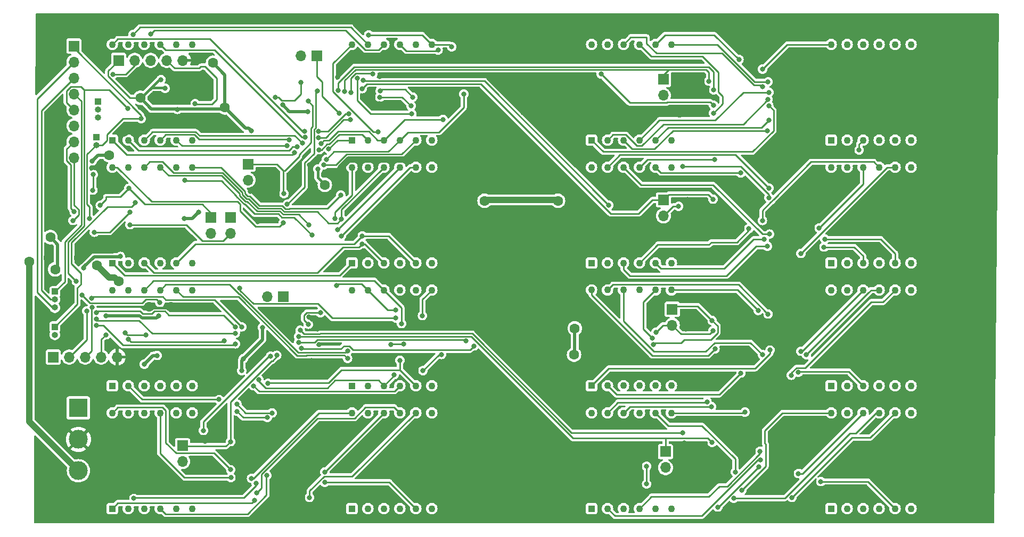
<source format=gbr>
%TF.GenerationSoftware,KiCad,Pcbnew,7.0.9*%
%TF.CreationDate,2024-05-27T22:26:10+09:00*%
%TF.ProjectId,segments-2-the-absurd,7365676d-656e-4747-932d-322d7468652d,rev?*%
%TF.SameCoordinates,Original*%
%TF.FileFunction,Copper,L1,Top*%
%TF.FilePolarity,Positive*%
%FSLAX46Y46*%
G04 Gerber Fmt 4.6, Leading zero omitted, Abs format (unit mm)*
G04 Created by KiCad (PCBNEW 7.0.9) date 2024-05-27 22:26:10*
%MOMM*%
%LPD*%
G01*
G04 APERTURE LIST*
%TA.AperFunction,ComponentPad*%
%ADD10R,1.100000X1.100000*%
%TD*%
%TA.AperFunction,ComponentPad*%
%ADD11C,1.100000*%
%TD*%
%TA.AperFunction,ComponentPad*%
%ADD12R,3.000000X3.000000*%
%TD*%
%TA.AperFunction,ComponentPad*%
%ADD13C,3.000000*%
%TD*%
%TA.AperFunction,ComponentPad*%
%ADD14R,1.000000X1.000000*%
%TD*%
%TA.AperFunction,ComponentPad*%
%ADD15O,1.000000X1.000000*%
%TD*%
%TA.AperFunction,ComponentPad*%
%ADD16R,1.700000X1.700000*%
%TD*%
%TA.AperFunction,ComponentPad*%
%ADD17O,1.700000X1.700000*%
%TD*%
%TA.AperFunction,ViaPad*%
%ADD18C,1.600000*%
%TD*%
%TA.AperFunction,ViaPad*%
%ADD19C,0.800000*%
%TD*%
%TA.AperFunction,Conductor*%
%ADD20C,0.250000*%
%TD*%
%TA.AperFunction,Conductor*%
%ADD21C,0.500000*%
%TD*%
%TA.AperFunction,Conductor*%
%ADD22C,0.400000*%
%TD*%
%TA.AperFunction,Conductor*%
%ADD23C,1.000000*%
%TD*%
%TA.AperFunction,Conductor*%
%ADD24C,0.700000*%
%TD*%
G04 APERTURE END LIST*
D10*
%TO.P,D12,1,e*%
%TO.N,Net-(D11-e)*%
X331470000Y-158494000D03*
D11*
%TO.P,D12,2,d*%
%TO.N,Net-(D11-d)*%
X334010000Y-158494000D03*
%TO.P,D12,3,DPX*%
%TO.N,Net-(D11-DPX)*%
X336550000Y-158494000D03*
%TO.P,D12,4,c*%
%TO.N,Net-(D11-c)*%
X339090000Y-158494000D03*
%TO.P,D12,5,g*%
%TO.N,Net-(D11-g)*%
X341630000Y-158494000D03*
%TO.P,D12,6*%
%TO.N,N/C*%
X344170000Y-158494000D03*
%TO.P,D12,7,b*%
%TO.N,Net-(D11-b)*%
X344170000Y-143254000D03*
%TO.P,D12,8,DIG3*%
%TO.N,Net-(D12-DIG3)*%
X341630000Y-143254000D03*
%TO.P,D12,9,DIG2*%
%TO.N,Net-(D12-DIG2)*%
X339090000Y-143254000D03*
%TO.P,D12,10,f*%
%TO.N,Net-(D11-f)*%
X336550000Y-143254000D03*
%TO.P,D12,11,a*%
%TO.N,Net-(D11-a)*%
X334010000Y-143254000D03*
%TO.P,D12,12,DIG1*%
%TO.N,Net-(D12-DIG1)*%
X331470000Y-143254000D03*
%TD*%
D10*
%TO.P,D2,1,e*%
%TO.N,Net-(D1-e)*%
X255271000Y-119378000D03*
D11*
%TO.P,D2,2,d*%
%TO.N,Net-(D1-d)*%
X257811000Y-119378000D03*
%TO.P,D2,3,DPX*%
%TO.N,Net-(D1-DPX)*%
X260351000Y-119378000D03*
%TO.P,D2,4,c*%
%TO.N,Net-(D1-c)*%
X262891000Y-119378000D03*
%TO.P,D2,5,g*%
%TO.N,Net-(D1-g)*%
X265431000Y-119378000D03*
%TO.P,D2,6*%
%TO.N,N/C*%
X267971000Y-119378000D03*
%TO.P,D2,7,b*%
%TO.N,Net-(D1-b)*%
X267971000Y-104138000D03*
%TO.P,D2,8,DIG3*%
%TO.N,Net-(D2-DIG3)*%
X265431000Y-104138000D03*
%TO.P,D2,9,DIG2*%
%TO.N,Net-(D2-DIG2)*%
X262891000Y-104138000D03*
%TO.P,D2,10,f*%
%TO.N,Net-(D1-f)*%
X260351000Y-104138000D03*
%TO.P,D2,11,a*%
%TO.N,Net-(D1-a)*%
X257811000Y-104138000D03*
%TO.P,D2,12,DIG1*%
%TO.N,Net-(D2-DIG1)*%
X255271000Y-104138000D03*
%TD*%
D12*
%TO.P,J1,1,Pin_1*%
%TO.N,+3V3*%
X211775200Y-162030400D03*
D13*
%TO.P,J1,2,Pin_2*%
%TO.N,GND*%
X211775200Y-167030400D03*
%TO.P,J1,3,Pin_3*%
%TO.N,+5V*%
X211775200Y-172030400D03*
%TD*%
D10*
%TO.P,D6,1,e*%
%TO.N,Net-(D5-e)*%
X255270000Y-138936000D03*
D11*
%TO.P,D6,2,d*%
%TO.N,Net-(D5-d)*%
X257810000Y-138936000D03*
%TO.P,D6,3,DPX*%
%TO.N,Net-(D5-DPX)*%
X260350000Y-138936000D03*
%TO.P,D6,4,c*%
%TO.N,Net-(D5-c)*%
X262890000Y-138936000D03*
%TO.P,D6,5,g*%
%TO.N,Net-(D5-g)*%
X265430000Y-138936000D03*
%TO.P,D6,6*%
%TO.N,N/C*%
X267970000Y-138936000D03*
%TO.P,D6,7,b*%
%TO.N,Net-(D5-b)*%
X267970000Y-123696000D03*
%TO.P,D6,8,DIG3*%
%TO.N,Net-(D6-DIG3)*%
X265430000Y-123696000D03*
%TO.P,D6,9,DIG2*%
%TO.N,Net-(D6-DIG2)*%
X262890000Y-123696000D03*
%TO.P,D6,10,f*%
%TO.N,Net-(D5-f)*%
X260350000Y-123696000D03*
%TO.P,D6,11,a*%
%TO.N,Net-(D5-a)*%
X257810000Y-123696000D03*
%TO.P,D6,12,DIG1*%
%TO.N,Net-(D6-DIG1)*%
X255270000Y-123696000D03*
%TD*%
D10*
%TO.P,D8,1,e*%
%TO.N,Net-(D7-e)*%
X331470000Y-138936000D03*
D11*
%TO.P,D8,2,d*%
%TO.N,Net-(D7-d)*%
X334010000Y-138936000D03*
%TO.P,D8,3,DPX*%
%TO.N,Net-(D7-DPX)*%
X336550000Y-138936000D03*
%TO.P,D8,4,c*%
%TO.N,Net-(D7-c)*%
X339090000Y-138936000D03*
%TO.P,D8,5,g*%
%TO.N,Net-(D7-g)*%
X341630000Y-138936000D03*
%TO.P,D8,6*%
%TO.N,N/C*%
X344170000Y-138936000D03*
%TO.P,D8,7,b*%
%TO.N,Net-(D7-b)*%
X344170000Y-123696000D03*
%TO.P,D8,8,DIG3*%
%TO.N,Net-(D8-DIG3)*%
X341630000Y-123696000D03*
%TO.P,D8,9,DIG2*%
%TO.N,Net-(D8-DIG2)*%
X339090000Y-123696000D03*
%TO.P,D8,10,f*%
%TO.N,Net-(D7-f)*%
X336550000Y-123696000D03*
%TO.P,D8,11,a*%
%TO.N,Net-(D7-a)*%
X334010000Y-123696000D03*
%TO.P,D8,12,DIG1*%
%TO.N,Net-(D8-DIG1)*%
X331470000Y-123696000D03*
%TD*%
D10*
%TO.P,D7,1,e*%
%TO.N,Net-(D7-e)*%
X293370000Y-138936000D03*
D11*
%TO.P,D7,2,d*%
%TO.N,Net-(D7-d)*%
X295910000Y-138936000D03*
%TO.P,D7,3,DPX*%
%TO.N,Net-(D7-DPX)*%
X298450000Y-138936000D03*
%TO.P,D7,4,c*%
%TO.N,Net-(D7-c)*%
X300990000Y-138936000D03*
%TO.P,D7,5,g*%
%TO.N,Net-(D7-g)*%
X303530000Y-138936000D03*
%TO.P,D7,6*%
%TO.N,N/C*%
X306070000Y-138936000D03*
%TO.P,D7,7,b*%
%TO.N,Net-(D7-b)*%
X306070000Y-123696000D03*
%TO.P,D7,8,DIG3*%
%TO.N,Net-(D7-DIG3)*%
X303530000Y-123696000D03*
%TO.P,D7,9,DIG2*%
%TO.N,Net-(D7-DIG2)*%
X300990000Y-123696000D03*
%TO.P,D7,10,f*%
%TO.N,Net-(D7-f)*%
X298450000Y-123696000D03*
%TO.P,D7,11,a*%
%TO.N,Net-(D7-a)*%
X295910000Y-123696000D03*
%TO.P,D7,12,DIG1*%
%TO.N,Net-(D7-DIG1)*%
X293370000Y-123696000D03*
%TD*%
D10*
%TO.P,D1,1,e*%
%TO.N,Net-(D1-e)*%
X217171000Y-119378000D03*
D11*
%TO.P,D1,2,d*%
%TO.N,Net-(D1-d)*%
X219711000Y-119378000D03*
%TO.P,D1,3,DPX*%
%TO.N,Net-(D1-DPX)*%
X222251000Y-119378000D03*
%TO.P,D1,4,c*%
%TO.N,Net-(D1-c)*%
X224791000Y-119378000D03*
%TO.P,D1,5,g*%
%TO.N,Net-(D1-g)*%
X227331000Y-119378000D03*
%TO.P,D1,6*%
%TO.N,N/C*%
X229871000Y-119378000D03*
%TO.P,D1,7,b*%
%TO.N,Net-(D1-b)*%
X229871000Y-104138000D03*
%TO.P,D1,8,DIG3*%
%TO.N,Net-(D1-DIG3)*%
X227331000Y-104138000D03*
%TO.P,D1,9,DIG2*%
%TO.N,Net-(D1-DIG2)*%
X224791000Y-104138000D03*
%TO.P,D1,10,f*%
%TO.N,Net-(D1-f)*%
X222251000Y-104138000D03*
%TO.P,D1,11,a*%
%TO.N,Net-(D1-a)*%
X219711000Y-104138000D03*
%TO.P,D1,12,DIG1*%
%TO.N,Net-(D1-DIG1)*%
X217171000Y-104138000D03*
%TD*%
D10*
%TO.P,D15,1,e*%
%TO.N,Net-(D15-e)*%
X293370000Y-178052000D03*
D11*
%TO.P,D15,2,d*%
%TO.N,Net-(D15-d)*%
X295910000Y-178052000D03*
%TO.P,D15,3,DPX*%
%TO.N,Net-(D15-DPX)*%
X298450000Y-178052000D03*
%TO.P,D15,4,c*%
%TO.N,Net-(D15-c)*%
X300990000Y-178052000D03*
%TO.P,D15,5,g*%
%TO.N,Net-(D15-g)*%
X303530000Y-178052000D03*
%TO.P,D15,6*%
%TO.N,N/C*%
X306070000Y-178052000D03*
%TO.P,D15,7,b*%
%TO.N,Net-(D15-b)*%
X306070000Y-162812000D03*
%TO.P,D15,8,DIG3*%
%TO.N,Net-(D15-DIG3)*%
X303530000Y-162812000D03*
%TO.P,D15,9,DIG2*%
%TO.N,Net-(D15-DIG2)*%
X300990000Y-162812000D03*
%TO.P,D15,10,f*%
%TO.N,Net-(D15-f)*%
X298450000Y-162812000D03*
%TO.P,D15,11,a*%
%TO.N,Net-(D15-a)*%
X295910000Y-162812000D03*
%TO.P,D15,12,DIG1*%
%TO.N,Net-(D15-DIG1)*%
X293370000Y-162812000D03*
%TD*%
D10*
%TO.P,D5,1,e*%
%TO.N,Net-(D5-e)*%
X217170000Y-138936000D03*
D11*
%TO.P,D5,2,d*%
%TO.N,Net-(D5-d)*%
X219710000Y-138936000D03*
%TO.P,D5,3,DPX*%
%TO.N,Net-(D5-DPX)*%
X222250000Y-138936000D03*
%TO.P,D5,4,c*%
%TO.N,Net-(D5-c)*%
X224790000Y-138936000D03*
%TO.P,D5,5,g*%
%TO.N,Net-(D5-g)*%
X227330000Y-138936000D03*
%TO.P,D5,6*%
%TO.N,N/C*%
X229870000Y-138936000D03*
%TO.P,D5,7,b*%
%TO.N,Net-(D5-b)*%
X229870000Y-123696000D03*
%TO.P,D5,8,DIG3*%
%TO.N,Net-(D5-DIG3)*%
X227330000Y-123696000D03*
%TO.P,D5,9,DIG2*%
%TO.N,Net-(D5-DIG2)*%
X224790000Y-123696000D03*
%TO.P,D5,10,f*%
%TO.N,Net-(D5-f)*%
X222250000Y-123696000D03*
%TO.P,D5,11,a*%
%TO.N,Net-(D5-a)*%
X219710000Y-123696000D03*
%TO.P,D5,12,DIG1*%
%TO.N,Net-(D5-DIG1)*%
X217170000Y-123696000D03*
%TD*%
D10*
%TO.P,D3,1,e*%
%TO.N,Net-(D3-e)*%
X293372000Y-119380000D03*
D11*
%TO.P,D3,2,d*%
%TO.N,Net-(D3-d)*%
X295912000Y-119380000D03*
%TO.P,D3,3,DPX*%
%TO.N,Net-(D3-DPX)*%
X298452000Y-119380000D03*
%TO.P,D3,4,c*%
%TO.N,Net-(D3-c)*%
X300992000Y-119380000D03*
%TO.P,D3,5,g*%
%TO.N,Net-(D3-g)*%
X303532000Y-119380000D03*
%TO.P,D3,6*%
%TO.N,N/C*%
X306072000Y-119380000D03*
%TO.P,D3,7,b*%
%TO.N,Net-(D3-b)*%
X306072000Y-104140000D03*
%TO.P,D3,8,DIG3*%
%TO.N,Net-(D3-DIG3)*%
X303532000Y-104140000D03*
%TO.P,D3,9,DIG2*%
%TO.N,Net-(D3-DIG2)*%
X300992000Y-104140000D03*
%TO.P,D3,10,f*%
%TO.N,Net-(D3-f)*%
X298452000Y-104140000D03*
%TO.P,D3,11,a*%
%TO.N,Net-(D3-a)*%
X295912000Y-104140000D03*
%TO.P,D3,12,DIG1*%
%TO.N,Net-(D3-DIG1)*%
X293372000Y-104140000D03*
%TD*%
D10*
%TO.P,D9,1,e*%
%TO.N,Net-(D10-e)*%
X217170000Y-158494000D03*
D11*
%TO.P,D9,2,d*%
%TO.N,Net-(D10-d)*%
X219710000Y-158494000D03*
%TO.P,D9,3,DPX*%
%TO.N,Net-(D10-DPX)*%
X222250000Y-158494000D03*
%TO.P,D9,4,c*%
%TO.N,Net-(D10-c)*%
X224790000Y-158494000D03*
%TO.P,D9,5,g*%
%TO.N,Net-(D10-g)*%
X227330000Y-158494000D03*
%TO.P,D9,6*%
%TO.N,N/C*%
X229870000Y-158494000D03*
%TO.P,D9,7,b*%
%TO.N,Net-(D10-b)*%
X229870000Y-143254000D03*
%TO.P,D9,8,DIG3*%
%TO.N,Net-(D9-DIG3)*%
X227330000Y-143254000D03*
%TO.P,D9,9,DIG2*%
%TO.N,Net-(D9-DIG2)*%
X224790000Y-143254000D03*
%TO.P,D9,10,f*%
%TO.N,Net-(D10-f)*%
X222250000Y-143254000D03*
%TO.P,D9,11,a*%
%TO.N,Net-(D10-a)*%
X219710000Y-143254000D03*
%TO.P,D9,12,DIG1*%
%TO.N,Net-(D9-DIG1)*%
X217170000Y-143254000D03*
%TD*%
D10*
%TO.P,D16,1,e*%
%TO.N,Net-(D15-e)*%
X331470000Y-178052000D03*
D11*
%TO.P,D16,2,d*%
%TO.N,Net-(D15-d)*%
X334010000Y-178052000D03*
%TO.P,D16,3,DPX*%
%TO.N,Net-(D15-DPX)*%
X336550000Y-178052000D03*
%TO.P,D16,4,c*%
%TO.N,Net-(D15-c)*%
X339090000Y-178052000D03*
%TO.P,D16,5,g*%
%TO.N,Net-(D15-g)*%
X341630000Y-178052000D03*
%TO.P,D16,6*%
%TO.N,N/C*%
X344170000Y-178052000D03*
%TO.P,D16,7,b*%
%TO.N,Net-(D15-b)*%
X344170000Y-162812000D03*
%TO.P,D16,8,DIG3*%
%TO.N,Net-(D16-DIG3)*%
X341630000Y-162812000D03*
%TO.P,D16,9,DIG2*%
%TO.N,Net-(D16-DIG2)*%
X339090000Y-162812000D03*
%TO.P,D16,10,f*%
%TO.N,Net-(D15-f)*%
X336550000Y-162812000D03*
%TO.P,D16,11,a*%
%TO.N,Net-(D15-a)*%
X334010000Y-162812000D03*
%TO.P,D16,12,DIG1*%
%TO.N,Net-(D16-DIG1)*%
X331470000Y-162812000D03*
%TD*%
D10*
%TO.P,D11,1,e*%
%TO.N,Net-(D11-e)*%
X293371000Y-158492000D03*
D11*
%TO.P,D11,2,d*%
%TO.N,Net-(D11-d)*%
X295911000Y-158492000D03*
%TO.P,D11,3,DPX*%
%TO.N,Net-(D11-DPX)*%
X298451000Y-158492000D03*
%TO.P,D11,4,c*%
%TO.N,Net-(D11-c)*%
X300991000Y-158492000D03*
%TO.P,D11,5,g*%
%TO.N,Net-(D11-g)*%
X303531000Y-158492000D03*
%TO.P,D11,6*%
%TO.N,N/C*%
X306071000Y-158492000D03*
%TO.P,D11,7,b*%
%TO.N,Net-(D11-b)*%
X306071000Y-143252000D03*
%TO.P,D11,8,DIG3*%
%TO.N,Net-(D11-DIG3)*%
X303531000Y-143252000D03*
%TO.P,D11,9,DIG2*%
%TO.N,Net-(D11-DIG2)*%
X300991000Y-143252000D03*
%TO.P,D11,10,f*%
%TO.N,Net-(D11-f)*%
X298451000Y-143252000D03*
%TO.P,D11,11,a*%
%TO.N,Net-(D11-a)*%
X295911000Y-143252000D03*
%TO.P,D11,12,DIG1*%
%TO.N,Net-(D11-DIG1)*%
X293371000Y-143252000D03*
%TD*%
D10*
%TO.P,D10,1,e*%
%TO.N,Net-(D10-e)*%
X255270000Y-158494000D03*
D11*
%TO.P,D10,2,d*%
%TO.N,Net-(D10-d)*%
X257810000Y-158494000D03*
%TO.P,D10,3,DPX*%
%TO.N,Net-(D10-DPX)*%
X260350000Y-158494000D03*
%TO.P,D10,4,c*%
%TO.N,Net-(D10-c)*%
X262890000Y-158494000D03*
%TO.P,D10,5,g*%
%TO.N,Net-(D10-g)*%
X265430000Y-158494000D03*
%TO.P,D10,6*%
%TO.N,N/C*%
X267970000Y-158494000D03*
%TO.P,D10,7,b*%
%TO.N,Net-(D10-b)*%
X267970000Y-143254000D03*
%TO.P,D10,8,DIG3*%
%TO.N,Net-(D10-DIG3)*%
X265430000Y-143254000D03*
%TO.P,D10,9,DIG2*%
%TO.N,Net-(D10-DIG2)*%
X262890000Y-143254000D03*
%TO.P,D10,10,f*%
%TO.N,Net-(D10-f)*%
X260350000Y-143254000D03*
%TO.P,D10,11,a*%
%TO.N,Net-(D10-a)*%
X257810000Y-143254000D03*
%TO.P,D10,12,DIG1*%
%TO.N,Net-(D10-DIG1)*%
X255270000Y-143254000D03*
%TD*%
D10*
%TO.P,D13,1,e*%
%TO.N,Net-(D13-e)*%
X217170000Y-178052000D03*
D11*
%TO.P,D13,2,d*%
%TO.N,Net-(D13-d)*%
X219710000Y-178052000D03*
%TO.P,D13,3,DPX*%
%TO.N,Net-(D13-DPX)*%
X222250000Y-178052000D03*
%TO.P,D13,4,c*%
%TO.N,Net-(D13-c)*%
X224790000Y-178052000D03*
%TO.P,D13,5,g*%
%TO.N,Net-(D13-g)*%
X227330000Y-178052000D03*
%TO.P,D13,6*%
%TO.N,N/C*%
X229870000Y-178052000D03*
%TO.P,D13,7,b*%
%TO.N,Net-(D13-b)*%
X229870000Y-162812000D03*
%TO.P,D13,8,DIG3*%
%TO.N,Net-(D13-DIG3)*%
X227330000Y-162812000D03*
%TO.P,D13,9,DIG2*%
%TO.N,Net-(D13-DIG2)*%
X224790000Y-162812000D03*
%TO.P,D13,10,f*%
%TO.N,Net-(D13-f)*%
X222250000Y-162812000D03*
%TO.P,D13,11,a*%
%TO.N,Net-(D13-a)*%
X219710000Y-162812000D03*
%TO.P,D13,12,DIG1*%
%TO.N,Net-(D13-DIG1)*%
X217170000Y-162812000D03*
%TD*%
D10*
%TO.P,D4,1,e*%
%TO.N,Net-(D3-e)*%
X331472000Y-119380000D03*
D11*
%TO.P,D4,2,d*%
%TO.N,Net-(D3-d)*%
X334012000Y-119380000D03*
%TO.P,D4,3,DPX*%
%TO.N,Net-(D3-DPX)*%
X336552000Y-119380000D03*
%TO.P,D4,4,c*%
%TO.N,Net-(D3-c)*%
X339092000Y-119380000D03*
%TO.P,D4,5,g*%
%TO.N,Net-(D3-g)*%
X341632000Y-119380000D03*
%TO.P,D4,6*%
%TO.N,N/C*%
X344172000Y-119380000D03*
%TO.P,D4,7,b*%
%TO.N,Net-(D3-b)*%
X344172000Y-104140000D03*
%TO.P,D4,8,DIG3*%
%TO.N,Net-(D4-DIG3)*%
X341632000Y-104140000D03*
%TO.P,D4,9,DIG2*%
%TO.N,Net-(D4-DIG2)*%
X339092000Y-104140000D03*
%TO.P,D4,10,f*%
%TO.N,Net-(D3-f)*%
X336552000Y-104140000D03*
%TO.P,D4,11,a*%
%TO.N,Net-(D3-a)*%
X334012000Y-104140000D03*
%TO.P,D4,12,DIG1*%
%TO.N,Net-(D4-DIG1)*%
X331472000Y-104140000D03*
%TD*%
D10*
%TO.P,D14,1,e*%
%TO.N,Net-(D13-e)*%
X255270000Y-178052000D03*
D11*
%TO.P,D14,2,d*%
%TO.N,Net-(D13-d)*%
X257810000Y-178052000D03*
%TO.P,D14,3,DPX*%
%TO.N,Net-(D13-DPX)*%
X260350000Y-178052000D03*
%TO.P,D14,4,c*%
%TO.N,Net-(D13-c)*%
X262890000Y-178052000D03*
%TO.P,D14,5,g*%
%TO.N,Net-(D13-g)*%
X265430000Y-178052000D03*
%TO.P,D14,6*%
%TO.N,N/C*%
X267970000Y-178052000D03*
%TO.P,D14,7,b*%
%TO.N,Net-(D13-b)*%
X267970000Y-162812000D03*
%TO.P,D14,8,DIG3*%
%TO.N,Net-(D14-DIG3)*%
X265430000Y-162812000D03*
%TO.P,D14,9,DIG2*%
%TO.N,Net-(D14-DIG2)*%
X262890000Y-162812000D03*
%TO.P,D14,10,f*%
%TO.N,Net-(D13-f)*%
X260350000Y-162812000D03*
%TO.P,D14,11,a*%
%TO.N,Net-(D13-a)*%
X257810000Y-162812000D03*
%TO.P,D14,12,DIG1*%
%TO.N,Net-(D14-DIG1)*%
X255270000Y-162812000D03*
%TD*%
D14*
%TO.P,J7,1,Pin_1*%
%TO.N,/SPI_NSS1*%
X214630000Y-118872000D03*
D15*
%TO.P,J7,2,Pin_2*%
%TO.N,/DISP_EN*%
X214630000Y-120142000D03*
%TD*%
D14*
%TO.P,J8,1,Pin_1*%
%TO.N,/SPI_NSS2*%
X208026000Y-149098000D03*
D15*
%TO.P,J8,2,Pin_2*%
%TO.N,/DISP_EN*%
X208026000Y-150368000D03*
%TD*%
D16*
%TO.P,J13,1,Pin_1*%
%TO.N,/S2A_Serf2/C_CLK*%
X228346000Y-168016000D03*
D17*
%TO.P,J13,2,Pin_2*%
%TO.N,/S2A_Serf2/C_DAT*%
X228346000Y-170556000D03*
%TD*%
D16*
%TO.P,J2,1,Pin_1*%
%TO.N,/DISP_EN*%
X211074000Y-104394000D03*
D17*
%TO.P,J2,2,Pin_2*%
%TO.N,/SPI_SCK*%
X211074000Y-106934000D03*
%TO.P,J2,3,Pin_3*%
%TO.N,/SPI_MISO*%
X211074000Y-109474000D03*
%TO.P,J2,4,Pin_4*%
%TO.N,/SPI_MOSI*%
X211074000Y-112014000D03*
%TO.P,J2,5,Pin_5*%
%TO.N,/nRESET_ALL*%
X211074000Y-114554000D03*
%TO.P,J2,6,Pin_6*%
%TO.N,/nSS_SDA*%
X211074000Y-117094000D03*
%TO.P,J2,7,Pin_7*%
%TO.N,/nSS_CLK*%
X211074000Y-119634000D03*
%TO.P,J2,8,Pin_8*%
%TO.N,/nSS_nOE*%
X211074000Y-122174000D03*
%TD*%
D16*
%TO.P,J15,1,Pin_1*%
%TO.N,/S2A_Serf1/D_CLK*%
X304800000Y-128900000D03*
D17*
%TO.P,J15,2,Pin_2*%
%TO.N,/S2A_Serf1/D_DAT*%
X304800000Y-131440000D03*
%TD*%
D14*
%TO.P,J18,1,Pin_1*%
%TO.N,/SPI_MOSI*%
X214884000Y-113279000D03*
D15*
%TO.P,J18,2,Pin_2*%
%TO.N,/SPI_MISO*%
X214884000Y-114549000D03*
%TO.P,J18,3,Pin_3*%
%TO.N,/SPI_SCK*%
X214884000Y-115819000D03*
%TD*%
D16*
%TO.P,J14,1,Pin_1*%
%TO.N,/S2A_Serf2/A_CLK*%
X244348000Y-144272000D03*
D17*
%TO.P,J14,2,Pin_2*%
%TO.N,/S2A_Serf2/A_DAT*%
X241808000Y-144272000D03*
%TD*%
D16*
%TO.P,J4,1,Pin_1*%
%TO.N,+3V3*%
X218186000Y-106680000D03*
D17*
%TO.P,J4,2,Pin_2*%
%TO.N,/S2A_Serf1/SWDIO*%
X220726000Y-106680000D03*
%TO.P,J4,3,Pin_3*%
%TO.N,/S2A_Serf1/SWCLK_BOOT0*%
X223266000Y-106680000D03*
%TO.P,J4,4,Pin_4*%
%TO.N,/nRESET_ALL*%
X225806000Y-106680000D03*
%TO.P,J4,5,Pin_5*%
%TO.N,GND*%
X228346000Y-106680000D03*
%TD*%
D16*
%TO.P,J20,1,Pin_1*%
%TO.N,/SPI_NSS1*%
X232867200Y-131673600D03*
D17*
%TO.P,J20,2,Pin_2*%
%TO.N,/SPI_NSS2*%
X232867200Y-134213600D03*
%TD*%
D16*
%TO.P,J11,1,Pin_1*%
%TO.N,/S2A_Serf1/C_CLK*%
X238760000Y-123190000D03*
D17*
%TO.P,J11,2,Pin_2*%
%TO.N,/S2A_Serf1/C_DAT*%
X238760000Y-125730000D03*
%TD*%
D16*
%TO.P,J16,1,Pin_1*%
%TO.N,/S2A_Serf2/D_CLK*%
X305135000Y-168981000D03*
D17*
%TO.P,J16,2,Pin_2*%
%TO.N,/S2A_Serf2/D_DAT*%
X305135000Y-171521000D03*
%TD*%
D16*
%TO.P,J12,1,Pin_1*%
%TO.N,/S2A_Serf1/A_CLK*%
X249682000Y-105918000D03*
D17*
%TO.P,J12,2,Pin_2*%
%TO.N,/S2A_Serf1/A_DAT*%
X247142000Y-105918000D03*
%TD*%
D16*
%TO.P,J9,1,Pin_1*%
%TO.N,/S2A_Serf1/B_CLK*%
X304800000Y-109723000D03*
D17*
%TO.P,J9,2,Pin_2*%
%TO.N,/S2A_Serf1/B_DAT*%
X304800000Y-112263000D03*
%TD*%
D16*
%TO.P,J10,1,Pin_1*%
%TO.N,/S2A_Serf2/B_CLK*%
X306197000Y-146304000D03*
D17*
%TO.P,J10,2,Pin_2*%
%TO.N,/S2A_Serf2/B_DAT*%
X306197000Y-148844000D03*
%TD*%
D16*
%TO.P,J6,1,Pin_1*%
%TO.N,+3V3*%
X207777000Y-153924000D03*
D17*
%TO.P,J6,2,Pin_2*%
%TO.N,/S2A_Serf2/SWDIO*%
X210317000Y-153924000D03*
%TO.P,J6,3,Pin_3*%
%TO.N,/S2A_Serf2/SWCLK_BOOT0*%
X212857000Y-153924000D03*
%TO.P,J6,4,Pin_4*%
%TO.N,/nRESET_ALL*%
X215397000Y-153924000D03*
%TO.P,J6,5,Pin_5*%
%TO.N,GND*%
X217937000Y-153924000D03*
%TD*%
D14*
%TO.P,J19,1,Pin_1*%
%TO.N,/SPI_MOSI*%
X208026000Y-143505000D03*
D15*
%TO.P,J19,2,Pin_2*%
%TO.N,/SPI_MISO*%
X208026000Y-144775000D03*
%TO.P,J19,3,Pin_3*%
%TO.N,/SPI_SCK*%
X208026000Y-146045000D03*
%TD*%
D16*
%TO.P,J17,1,Pin_1*%
%TO.N,/nSS_SDA*%
X235991400Y-131673600D03*
D17*
%TO.P,J17,2,Pin_2*%
%TO.N,/nSS_CLK*%
X235991400Y-134213600D03*
%TD*%
D18*
%TO.N,+3V3*%
X276352000Y-129032000D03*
D19*
X224536000Y-147347401D03*
D18*
X233172000Y-107061000D03*
D19*
X224282000Y-153670000D03*
X227482400Y-114477800D03*
X230886000Y-130810000D03*
D18*
X221620491Y-112646008D03*
D19*
X224917000Y-109728000D03*
X241043571Y-149219796D03*
X239268000Y-117908568D03*
D18*
X235077000Y-114173000D03*
D19*
X213995000Y-122682000D03*
X218465400Y-137896600D03*
X222250000Y-155067000D03*
X212623400Y-139776200D03*
X225552004Y-111124996D03*
X248285000Y-114808000D03*
X216117000Y-147320000D03*
D18*
X216662000Y-121767600D03*
X288036000Y-129032000D03*
X207314800Y-134823200D03*
D19*
X249844157Y-123982549D03*
D18*
X250952000Y-126492000D03*
D19*
X237998000Y-154178000D03*
X237744000Y-156083000D03*
X228600000Y-131826000D03*
X244229598Y-113783402D03*
D18*
X208076800Y-139954000D03*
D19*
%TO.N,GND*%
X249783600Y-149453600D03*
D18*
X277723600Y-109474000D03*
X211836000Y-138150600D03*
D19*
X252984000Y-109347000D03*
D18*
X223012000Y-145897600D03*
X226745800Y-153263600D03*
X209397600Y-133527800D03*
D19*
X230911400Y-174320200D03*
X264109200Y-144170400D03*
X231648000Y-171196000D03*
X250063000Y-151892000D03*
D18*
X277774400Y-106222800D03*
D19*
X308610000Y-128778000D03*
X231673400Y-108585000D03*
X250293822Y-148034654D03*
X224764600Y-112750600D03*
X229088438Y-111227550D03*
D18*
X216252500Y-136686500D03*
D19*
X212852000Y-156451000D03*
X259689600Y-109220000D03*
X248056400Y-128803400D03*
D18*
X206298800Y-146786600D03*
D19*
X213868000Y-123799600D03*
X308654315Y-148037685D03*
D18*
X206991300Y-138150100D03*
X218959514Y-118034372D03*
X231522397Y-112251754D03*
D19*
X248843800Y-154457400D03*
D18*
X226466400Y-145948400D03*
D19*
X308000400Y-110286800D03*
D18*
X325297800Y-164058600D03*
D19*
X308064500Y-167561500D03*
X306705000Y-154686000D03*
D18*
X280314400Y-118414800D03*
D19*
X240284000Y-132334000D03*
X231906299Y-167381701D03*
D18*
X325297800Y-145059400D03*
D19*
X308483000Y-132461000D03*
X221564200Y-114147600D03*
X308356000Y-149504400D03*
D18*
X325501000Y-106527600D03*
D19*
X240692821Y-127870486D03*
X245747370Y-156875000D03*
X245821200Y-147599400D03*
D18*
X213182200Y-135051800D03*
X307365400Y-115011200D03*
D19*
X308102000Y-170942000D03*
D18*
X209143600Y-127076200D03*
D19*
X215849200Y-123698000D03*
X229430586Y-109778758D03*
X248386600Y-147548600D03*
X307949600Y-112242600D03*
X248488200Y-123342400D03*
X247192800Y-146304000D03*
D18*
X282829000Y-114731800D03*
X318973200Y-127355600D03*
D19*
X246532400Y-163550600D03*
X253492000Y-124891800D03*
X258662507Y-111324226D03*
D18*
X321564000Y-125044200D03*
D19*
X239115600Y-127533400D03*
X259588000Y-113538000D03*
%TO.N,/S2A_Serf1/B_DAT*%
X312801000Y-111379000D03*
X253111000Y-111477264D03*
%TO.N,/S2A_Serf1/B_CLK*%
X254098239Y-111631201D03*
X312039000Y-109982000D03*
D18*
%TO.N,/S2A_Serf2/V_DRIVER*%
X290576000Y-153543000D03*
X290703000Y-149352000D03*
D19*
%TO.N,/S2A_Serf2/B_DAT*%
X246787004Y-151621396D03*
X312674000Y-149733000D03*
X303619134Y-149957732D03*
X273431000Y-151347521D03*
%TO.N,/S2A_Serf2/B_CLK*%
X247269000Y-152527000D03*
X303226473Y-151960167D03*
X312547000Y-148082000D03*
X274696003Y-152150997D03*
%TO.N,/S2A_Serf1/C_DAT*%
X244983000Y-129610000D03*
X249809000Y-111506000D03*
%TO.N,Net-(D1-e)*%
X246145200Y-121345000D03*
X251587000Y-120777000D03*
%TO.N,Net-(D1-d)*%
X246546673Y-120429126D03*
X250063000Y-120904000D03*
%TO.N,Net-(D1-DPX)*%
X247368120Y-119858836D03*
X269748000Y-116078000D03*
X250323638Y-119903775D03*
%TO.N,Net-(D1-c)*%
X273050000Y-112026767D03*
X245312984Y-119363494D03*
X251206000Y-122428000D03*
%TO.N,Net-(D1-g)*%
X244980200Y-120306500D03*
X250763481Y-123313038D03*
%TO.N,Net-(D1-b)*%
X271145000Y-104521000D03*
X257937000Y-102616000D03*
%TO.N,Net-(D1-DIG3)*%
X264795000Y-115189000D03*
X256100497Y-109542497D03*
%TO.N,Net-(D1-DIG2)*%
X259714242Y-112537825D03*
X255016000Y-116144500D03*
X247791090Y-118952689D03*
X249936000Y-118982503D03*
X264668000Y-113919000D03*
%TO.N,Net-(D1-f)*%
X223266000Y-102489000D03*
%TO.N,Net-(D1-a)*%
X220472000Y-102538500D03*
%TO.N,Net-(D1-DIG1)*%
X249936000Y-117983000D03*
X259762078Y-111538967D03*
X247776674Y-117952791D03*
X254759221Y-115178545D03*
X264922000Y-112522000D03*
%TO.N,Net-(D2-DIG2)*%
X268957500Y-105029000D03*
%TO.N,Net-(D2-DIG1)*%
X259461000Y-118043500D03*
%TO.N,Net-(D3-e)*%
X321549276Y-113895678D03*
%TO.N,Net-(D3-d)*%
X321437000Y-112903000D03*
%TO.N,Net-(D3-DPX)*%
X321310000Y-117856000D03*
X335915000Y-120979500D03*
%TO.N,Net-(D3-c)*%
X321564000Y-111760000D03*
%TO.N,Net-(D3-g)*%
X321564000Y-116205000D03*
%TO.N,Net-(D3-b)*%
X321437000Y-110081500D03*
%TO.N,Net-(D3-DIG3)*%
X316806070Y-106549985D03*
%TO.N,Net-(D3-DIG2)*%
X312734500Y-115062000D03*
%TO.N,Net-(D3-f)*%
X320585000Y-110871000D03*
%TO.N,Net-(D3-DIG1)*%
X312734500Y-113797695D03*
X294894000Y-108870500D03*
%TO.N,Net-(D4-DIG1)*%
X320548000Y-108077000D03*
%TO.N,Net-(D5-DPX)*%
X256921000Y-135890000D03*
%TO.N,Net-(D5-g)*%
X256921000Y-134620000D03*
%TO.N,Net-(D5-b)*%
X253492000Y-128143000D03*
%TO.N,Net-(D5-DIG3)*%
X248924117Y-134497283D03*
X228727000Y-125745500D03*
%TO.N,Net-(D5-DIG2)*%
X248416270Y-132842827D03*
%TO.N,Net-(D5-f)*%
X253613701Y-131947701D03*
%TO.N,Net-(D5-DIG1)*%
X244352224Y-132528912D03*
%TO.N,Net-(D6-DIG3)*%
X253619000Y-134620000D03*
%TO.N,Net-(D6-DIG2)*%
X252984000Y-133604000D03*
%TO.N,Net-(D6-DIG1)*%
X252573484Y-131863500D03*
%TO.N,/S2A_Serf1/C_CLK*%
X244475000Y-127914400D03*
X248322500Y-113157000D03*
%TO.N,/S2A_Serf1/A_DAT*%
X255143000Y-111792883D03*
X258615133Y-108861625D03*
%TO.N,/S2A_Serf1/A_CLK*%
X253238000Y-115062000D03*
%TO.N,/S2A_Serf2/C_DAT*%
X242329800Y-153797000D03*
X231648000Y-165608000D03*
%TO.N,/S2A_Serf2/C_CLK*%
X235966000Y-167386000D03*
X243319558Y-153654230D03*
%TO.N,/nRESET_ALL*%
X224728701Y-145284000D03*
X212348299Y-144022299D03*
X230338801Y-113539691D03*
X211459299Y-141863299D03*
X219671029Y-114331341D03*
X216149701Y-150372299D03*
%TO.N,/S2A_Serf2/A_DAT*%
X248322969Y-148691101D03*
X250257800Y-146879800D03*
%TO.N,/S2A_Serf1/D_DAT*%
X296104102Y-129726898D03*
X307213000Y-129921000D03*
X257060002Y-109843310D03*
%TO.N,/S2A_Serf1/D_CLK*%
X256895600Y-111175800D03*
X312674000Y-128778000D03*
%TO.N,/S2A_Serf2/D_DAT*%
X307848000Y-165989000D03*
X247035412Y-149659040D03*
%TO.N,/S2A_Serf2/D_CLK*%
X246769499Y-150622521D03*
X312547000Y-167513000D03*
%TO.N,Net-(D7-DPX)*%
X321310000Y-136271000D03*
X330327000Y-136398000D03*
%TO.N,Net-(D7-c)*%
X318389000Y-133477000D03*
%TO.N,Net-(D7-g)*%
X320846049Y-135172049D03*
X330454000Y-135128000D03*
%TO.N,Net-(D7-b)*%
X321564000Y-128524000D03*
X307848000Y-123571000D03*
%TO.N,Net-(D7-DIG3)*%
X317093188Y-124619191D03*
%TO.N,Net-(D7-DIG2)*%
X312928000Y-122428000D03*
%TO.N,Net-(D7-f)*%
X321671550Y-134346550D03*
X329565000Y-133350000D03*
%TO.N,Net-(D7-a)*%
X321568299Y-127004299D03*
%TO.N,Net-(D8-DIG3)*%
X326644000Y-137414000D03*
%TO.N,Net-(D8-DIG2)*%
X320519950Y-132178950D03*
%TO.N,Net-(D10-e)*%
X263525000Y-151854500D03*
X261493000Y-151892000D03*
%TO.N,Net-(D10-d)*%
X234141570Y-160693500D03*
%TO.N,Net-(D10-DPX)*%
X240478800Y-157547800D03*
X262001000Y-156718000D03*
%TO.N,Net-(D10-c)*%
X239649000Y-158496000D03*
%TO.N,Net-(D10-g)*%
X262890000Y-154432000D03*
X241939299Y-158119299D03*
%TO.N,Net-(D10-b)*%
X237418453Y-142946547D03*
X266483500Y-147320000D03*
X262255000Y-147701000D03*
%TO.N,Net-(D9-DIG3)*%
X254565546Y-154156591D03*
%TO.N,Net-(D9-DIG2)*%
X254583500Y-152908000D03*
%TO.N,Net-(D10-f)*%
X263144000Y-148590000D03*
%TO.N,Net-(D10-a)*%
X252857000Y-142494000D03*
X262255000Y-146431000D03*
%TO.N,Net-(D10-DIG3)*%
X269494000Y-153505500D03*
X266573000Y-156083000D03*
%TO.N,Net-(D11-e)*%
X321766239Y-152818500D03*
%TO.N,Net-(D11-d)*%
X317119000Y-156464000D03*
%TO.N,Net-(D11-DPX)*%
X326258701Y-156341299D03*
%TO.N,Net-(D11-b)*%
X319845200Y-146498800D03*
%TO.N,Net-(D11-DIG3)*%
X303026299Y-150880299D03*
%TO.N,Net-(D11-f)*%
X320552299Y-153547299D03*
X326644000Y-152997500D03*
%TO.N,Net-(D11-a)*%
X321437000Y-147066000D03*
%TO.N,Net-(D11-DIG1)*%
X312996153Y-152595153D03*
%TO.N,Net-(D12-DIG3)*%
X325120000Y-156807500D03*
%TO.N,Net-(D12-DIG2)*%
X327533000Y-153543000D03*
%TO.N,Net-(D13-e)*%
X239770305Y-176778305D03*
%TO.N,Net-(D13-d)*%
X240030000Y-173990000D03*
X220599000Y-176440500D03*
%TO.N,Net-(D13-c)*%
X241730207Y-172769207D03*
%TO.N,Net-(D13-g)*%
X250952000Y-173863000D03*
%TO.N,Net-(D13-b)*%
X236982000Y-162560000D03*
X241802161Y-163538500D03*
%TO.N,Net-(D13-DIG2)*%
X236016800Y-173126400D03*
%TO.N,Net-(D13-f)*%
X250952000Y-172212000D03*
%TO.N,Net-(D13-a)*%
X242570000Y-162814000D03*
X236982000Y-161418000D03*
%TO.N,Net-(D13-DIG1)*%
X235995141Y-171868803D03*
%TO.N,Net-(D14-DIG3)*%
X248539000Y-176276000D03*
%TO.N,Net-(D14-DIG2)*%
X240157000Y-175514000D03*
%TO.N,Net-(D14-DIG1)*%
X239305901Y-173228000D03*
%TO.N,Net-(D15-e)*%
X313436000Y-177800000D03*
X319972200Y-171382200D03*
%TO.N,Net-(D15-d)*%
X320204920Y-170286984D03*
%TO.N,Net-(D15-c)*%
X320167000Y-168910000D03*
%TO.N,Net-(D15-g)*%
X329819000Y-173736000D03*
%TO.N,Net-(D15-b)*%
X317754000Y-162687000D03*
%TO.N,Net-(D15-DIG3)*%
X316230000Y-172212000D03*
%TO.N,Net-(D15-DIG2)*%
X302128701Y-174121299D03*
X302133000Y-171323000D03*
%TO.N,Net-(D15-f)*%
X312420000Y-161798000D03*
X326263000Y-172466000D03*
%TO.N,Net-(D15-a)*%
X311713245Y-161073500D03*
%TO.N,Net-(D16-DIG3)*%
X325247000Y-176276000D03*
%TO.N,Net-(D16-DIG2)*%
X315976000Y-176403000D03*
%TO.N,Net-(D16-DIG1)*%
X317246000Y-175133000D03*
D18*
%TO.N,+5V*%
X218160600Y-141884400D03*
X214714296Y-139276296D03*
X203987400Y-138684000D03*
D19*
%TO.N,/DISP_EN*%
X221765865Y-115961723D03*
X213553272Y-131841472D03*
%TO.N,/nSS_SDA*%
X214082800Y-127341800D03*
X214121513Y-124869989D03*
%TO.N,/nSS_CLK*%
X219964000Y-132842000D03*
X211099400Y-130759200D03*
%TO.N,/nSS_nOE*%
X210922305Y-132164655D03*
X219964000Y-130810000D03*
X214312196Y-134048804D03*
%TO.N,/S2A_Serf1/SWDIO*%
X217227866Y-108896866D03*
%TO.N,/S2A_Serf2/SWDIO*%
X213103101Y-146585500D03*
%TO.N,/S2A_Serf2/SWCLK_BOOT0*%
X213921890Y-146012272D03*
%TO.N,/SPI_NSS1*%
X215248670Y-129777670D03*
X219803204Y-127062796D03*
%TO.N,/S2A_Serf1/D_DAT'*%
X247167050Y-110227955D03*
X243078000Y-112522000D03*
%TO.N,/S2A_Serf2/A_DAT'*%
X222504000Y-150368000D03*
X219202000Y-150035500D03*
%TO.N,/S2A_Serf2/B_CLK'*%
X234950000Y-151319400D03*
X219710000Y-151092500D03*
%TO.N,/S2A_Serf2/B_DAT'*%
X236728000Y-151814000D03*
X214592500Y-148893463D03*
%TO.N,/S2A_Serf2/C_CLK'*%
X214592500Y-147864960D03*
X236710343Y-150131657D03*
%TO.N,/S2A_Serf2/C_DAT'*%
X236714996Y-149111004D03*
X214639361Y-146866557D03*
%TO.N,/S2A_Serf2/D_CLK'*%
X237735295Y-149106705D03*
X213905500Y-144526000D03*
%TO.N,/SPI_NSS2*%
X220802200Y-129286000D03*
%TD*%
D20*
%TO.N,+3V3*%
X216502866Y-109197171D02*
X219951703Y-112646008D01*
D21*
X223364174Y-114389691D02*
X221620491Y-112646008D01*
D20*
X223197675Y-111252500D02*
X221804167Y-112646008D01*
D21*
X233172000Y-107061000D02*
X235077000Y-108966000D01*
X237744000Y-154432000D02*
X237998000Y-154178000D01*
D22*
X249844157Y-125384157D02*
X249844157Y-123982549D01*
X225425008Y-110998000D02*
X225552004Y-111124996D01*
D21*
X248285000Y-114808000D02*
X245254196Y-114808000D01*
X245254196Y-114808000D02*
X244229598Y-113783402D01*
D20*
X221804167Y-112646008D02*
X221620491Y-112646008D01*
D21*
X235077000Y-114173000D02*
X234860309Y-114389691D01*
X228600000Y-131826000D02*
X229870000Y-131826000D01*
X208491300Y-139539500D02*
X208491300Y-135999700D01*
X212623400Y-139599425D02*
X214286825Y-137936000D01*
X237744000Y-156083000D02*
X237744000Y-154432000D01*
X223647000Y-153670000D02*
X222250000Y-155067000D01*
X238379000Y-117475000D02*
X238834432Y-117475000D01*
X212623400Y-139776200D02*
X212623400Y-139599425D01*
D20*
X219951703Y-112646008D02*
X221620491Y-112646008D01*
X218186000Y-106680000D02*
X216502866Y-108363134D01*
X224663000Y-109728000D02*
X224917000Y-109728000D01*
D22*
X221704965Y-112686035D02*
X224663000Y-109728000D01*
D21*
X224282000Y-153670000D02*
X223647000Y-153670000D01*
X214286825Y-137936000D02*
X218426000Y-137936000D01*
X218426000Y-137936000D02*
X218465400Y-137896600D01*
X208491300Y-135999700D02*
X207314800Y-134823200D01*
X229870000Y-131826000D02*
X230886000Y-130810000D01*
D23*
X276352000Y-129032000D02*
X276479000Y-128905000D01*
D22*
X250952000Y-126492000D02*
X249844157Y-125384157D01*
D21*
X216662000Y-121767600D02*
X214909400Y-121767600D01*
D22*
X223197675Y-111252500D02*
X223452175Y-110998000D01*
D21*
X208076800Y-139954000D02*
X208491300Y-139539500D01*
X241043571Y-151132429D02*
X237998000Y-154178000D01*
D20*
X221704965Y-112686035D02*
X221660518Y-112686035D01*
D23*
X276479000Y-128905000D02*
X287909000Y-128905000D01*
D20*
X216502866Y-108363134D02*
X216502866Y-109197171D01*
D21*
X221496837Y-147320000D02*
X221876037Y-147699200D01*
X241043571Y-149219796D02*
X241043571Y-151132429D01*
D23*
X287909000Y-128905000D02*
X288036000Y-129032000D01*
D22*
X223452175Y-110998000D02*
X225425008Y-110998000D01*
D21*
X214909400Y-121767600D02*
X213995000Y-122682000D01*
X216117000Y-147320000D02*
X221496837Y-147320000D01*
D20*
X221660518Y-112686035D02*
X221620491Y-112646008D01*
D21*
X221876037Y-147699200D02*
X224184201Y-147699200D01*
X238834432Y-117475000D02*
X239268000Y-117908568D01*
X234860309Y-114389691D02*
X223364174Y-114389691D01*
X224184201Y-147699200D02*
X224536000Y-147347401D01*
X235077000Y-108966000D02*
X235077000Y-114173000D01*
X235077000Y-114173000D02*
X238379000Y-117475000D01*
D22*
%TO.N,GND*%
X226330800Y-146084000D02*
X226466400Y-145948400D01*
D20*
X213969600Y-123698000D02*
X213868000Y-123799600D01*
D23*
X213080600Y-136906000D02*
X211836000Y-138150600D01*
X253492000Y-124891800D02*
X253492000Y-123720375D01*
D20*
X308000400Y-112191800D02*
X307949600Y-112242600D01*
D22*
X248386600Y-147548600D02*
X248872654Y-148034654D01*
X231673400Y-109194600D02*
X229640450Y-111227550D01*
D21*
X216252500Y-136686500D02*
X216925100Y-136686500D01*
D22*
X231673400Y-108585000D02*
X231673400Y-109194600D01*
D24*
X215849200Y-123698000D02*
X213969600Y-123698000D01*
D23*
X253492000Y-123720375D02*
X254756375Y-122456000D01*
D21*
X308000400Y-110286800D02*
X308000400Y-112191800D01*
D23*
X213158595Y-134822748D02*
X213158595Y-135028195D01*
D22*
X229640450Y-111227550D02*
X229088438Y-111227550D01*
D23*
X254756375Y-122456000D02*
X263979600Y-122456000D01*
X213614000Y-136906000D02*
X213080600Y-136906000D01*
D22*
X247116600Y-146304000D02*
X245821200Y-147599400D01*
D23*
X214807800Y-136906000D02*
X217144600Y-136906000D01*
D21*
X216925100Y-136686500D02*
X217144600Y-136906000D01*
X240355735Y-127533400D02*
X240692821Y-127870486D01*
D22*
X223012000Y-145897600D02*
X223198400Y-146084000D01*
D23*
X214807800Y-136906000D02*
X213614000Y-136906000D01*
D22*
X248872654Y-148034654D02*
X250293822Y-148034654D01*
D23*
X279984200Y-118414800D02*
X280314400Y-118414800D01*
X213158595Y-135028195D02*
X213614000Y-135483600D01*
D22*
X223198400Y-146084000D02*
X226330800Y-146084000D01*
D21*
X239115600Y-127533400D02*
X240355735Y-127533400D01*
D23*
X213614000Y-135483600D02*
X213614000Y-136906000D01*
D20*
X247192800Y-146304000D02*
X247116600Y-146304000D01*
%TO.N,/S2A_Serf1/B_DAT*%
X253111000Y-111477264D02*
X253111000Y-110236000D01*
X312801000Y-108458000D02*
X312801000Y-111379000D01*
X312039000Y-107696000D02*
X312801000Y-108458000D01*
X253111000Y-110236000D02*
X255651000Y-107696000D01*
X255651000Y-107696000D02*
X312039000Y-107696000D01*
%TO.N,/S2A_Serf1/B_CLK*%
X312039000Y-108585000D02*
X312039000Y-109982000D01*
X304800000Y-109723000D02*
X304800000Y-109035000D01*
X305689000Y-108146000D02*
X311600000Y-108146000D01*
X254098239Y-109883761D02*
X255836000Y-108146000D01*
X304800000Y-109035000D02*
X305689000Y-108146000D01*
X254098239Y-111631201D02*
X254098239Y-109883761D01*
X311600000Y-108146000D02*
X312039000Y-108585000D01*
X255836000Y-108146000D02*
X305689000Y-108146000D01*
D21*
%TO.N,/S2A_Serf2/V_DRIVER*%
X290703000Y-153416000D02*
X290576000Y-153543000D01*
X290703000Y-149352000D02*
X290703000Y-153416000D01*
D20*
%TO.N,/S2A_Serf2/B_DAT*%
X303619134Y-149957732D02*
X304732866Y-148844000D01*
X273218279Y-151134800D02*
X273431000Y-151347521D01*
X304732866Y-148844000D02*
X306197000Y-148844000D01*
X306197000Y-148844000D02*
X307607800Y-150254800D01*
X249308299Y-151621396D02*
X249794895Y-151134800D01*
X249794895Y-151134800D02*
X273218279Y-151134800D01*
X312152200Y-150254800D02*
X312674000Y-149733000D01*
X246787004Y-151621396D02*
X249308299Y-151621396D01*
X307607800Y-150254800D02*
X312152200Y-150254800D01*
%TO.N,/S2A_Serf2/B_CLK*%
X253963000Y-152183000D02*
X254883805Y-152183000D01*
X247269000Y-152527000D02*
X247359000Y-152617000D01*
X303548640Y-151638000D02*
X303226473Y-151960167D01*
X312302305Y-151130000D02*
X308102000Y-151130000D01*
X255481805Y-152781000D02*
X274066000Y-152781000D01*
X313399000Y-148934000D02*
X313399000Y-150033305D01*
X254883805Y-152183000D02*
X255481805Y-152781000D01*
X306197000Y-146304000D02*
X306705000Y-145796000D01*
X274066000Y-152781000D02*
X274696003Y-152150997D01*
X313399000Y-150033305D02*
X312302305Y-151130000D01*
X247359000Y-152617000D02*
X253529000Y-152617000D01*
X307594000Y-151638000D02*
X303548640Y-151638000D01*
X312547000Y-148082000D02*
X313399000Y-148934000D01*
X306705000Y-145796000D02*
X310261000Y-145796000D01*
X310261000Y-145796000D02*
X312547000Y-148082000D01*
X253529000Y-152617000D02*
X253963000Y-152183000D01*
X308102000Y-151130000D02*
X307594000Y-151638000D01*
%TO.N,/S2A_Serf1/C_DAT*%
X249809000Y-111506000D02*
X249555000Y-111760000D01*
X249555000Y-111760000D02*
X249555000Y-117352837D01*
X249555000Y-117352837D02*
X249221000Y-117686837D01*
X247763200Y-126829800D02*
X244983000Y-129610000D01*
X247763200Y-123016695D02*
X247763200Y-126829800D01*
X249221000Y-117686837D02*
X249221000Y-121558895D01*
X249221000Y-121558895D02*
X247763200Y-123016695D01*
%TO.N,Net-(D1-e)*%
X217171000Y-119378000D02*
X219459000Y-121666000D01*
X251587000Y-120777000D02*
X252986000Y-119378000D01*
X219459000Y-121666000D02*
X245824200Y-121666000D01*
X245824200Y-121666000D02*
X246145200Y-121345000D01*
X252986000Y-119378000D02*
X255271000Y-119378000D01*
%TO.N,Net-(D1-d)*%
X219711000Y-119378000D02*
X221364500Y-121031500D01*
X251286695Y-120052000D02*
X251675604Y-120052000D01*
X245705200Y-120553495D02*
X245829569Y-120429126D01*
X256924000Y-118491000D02*
X257811000Y-119378000D01*
X253236604Y-118491000D02*
X256924000Y-118491000D01*
X245829569Y-120429126D02*
X246546673Y-120429126D01*
X245280505Y-121031500D02*
X245705200Y-120606805D01*
X245705200Y-120606805D02*
X245705200Y-120553495D01*
X250063000Y-120904000D02*
X250434695Y-120904000D01*
X250434695Y-120904000D02*
X251286695Y-120052000D01*
X251675604Y-120052000D02*
X253236604Y-118491000D01*
X221364500Y-121031500D02*
X245280505Y-121031500D01*
%TO.N,Net-(D1-DPX)*%
X231027939Y-118689390D02*
X244961783Y-118689390D01*
X250794910Y-119432503D02*
X251658705Y-119432503D01*
X223556000Y-118073000D02*
X230411549Y-118073000D01*
X263651000Y-116078000D02*
X260351000Y-119378000D01*
X257955035Y-117983000D02*
X259350035Y-119378000D01*
X251658705Y-119432503D02*
X253108208Y-117983000D01*
X246147778Y-118638494D02*
X247368120Y-119858836D01*
X230411549Y-118073000D02*
X231027939Y-118689390D01*
X250323638Y-119903775D02*
X250794910Y-119432503D01*
X253108208Y-117983000D02*
X257955035Y-117983000D01*
X269748000Y-116078000D02*
X263651000Y-116078000D01*
X222251000Y-119378000D02*
X223556000Y-118073000D01*
X245012679Y-118638494D02*
X246147778Y-118638494D01*
X244961783Y-118689390D02*
X245012679Y-118638494D01*
X259350035Y-119378000D02*
X260351000Y-119378000D01*
%TO.N,Net-(D1-c)*%
X224791000Y-119378000D02*
X225656000Y-118513000D01*
X264159000Y-118110000D02*
X262891000Y-119378000D01*
X225656000Y-118513000D02*
X230229295Y-118513000D01*
X230969295Y-119253000D02*
X245202490Y-119253000D01*
X269113000Y-118110000D02*
X264159000Y-118110000D01*
X273050000Y-114173000D02*
X269113000Y-118110000D01*
X273050000Y-112026767D02*
X273050000Y-114173000D01*
X230229295Y-118513000D02*
X230969295Y-119253000D01*
X252433000Y-121201000D02*
X261068000Y-121201000D01*
X251206000Y-122428000D02*
X252433000Y-121201000D01*
X261068000Y-121201000D02*
X262891000Y-119378000D01*
X245202490Y-119253000D02*
X245312984Y-119363494D01*
%TO.N,Net-(D1-g)*%
X252746753Y-123313038D02*
X254418791Y-121641000D01*
X228259500Y-120306500D02*
X244980200Y-120306500D01*
X250763481Y-123313038D02*
X252746753Y-123313038D01*
X263168000Y-121641000D02*
X265431000Y-119378000D01*
X227331000Y-119378000D02*
X228259500Y-120306500D01*
X254418791Y-121641000D02*
X263168000Y-121641000D01*
%TO.N,Net-(D1-b)*%
X266449000Y-102616000D02*
X267971000Y-104138000D01*
X271145000Y-104521000D02*
X270762000Y-104138000D01*
X270762000Y-104138000D02*
X267971000Y-104138000D01*
X257937000Y-102616000D02*
X266449000Y-102616000D01*
%TO.N,Net-(D1-DIG3)*%
X258241800Y-115189000D02*
X256100497Y-113047697D01*
X264795000Y-115189000D02*
X258241800Y-115189000D01*
X256100497Y-113047697D02*
X256100497Y-109542497D01*
%TO.N,Net-(D1-DIG2)*%
X224791000Y-104138000D02*
X225666000Y-105013000D01*
X233410000Y-105013000D02*
X247349689Y-118952689D01*
X259730067Y-112522000D02*
X259714242Y-112537825D01*
X251096893Y-118982503D02*
X253934896Y-116144500D01*
X225666000Y-105013000D02*
X233410000Y-105013000D01*
X253934896Y-116144500D02*
X255016000Y-116144500D01*
X247349689Y-118952689D02*
X247791090Y-118952689D01*
X263271000Y-112522000D02*
X259730067Y-112522000D01*
X249936000Y-118982503D02*
X251096893Y-118982503D01*
X264668000Y-113919000D02*
X263271000Y-112522000D01*
%TO.N,Net-(D1-f)*%
X257413000Y-105013000D02*
X254254000Y-101854000D01*
X223901000Y-101854000D02*
X223266000Y-102489000D01*
X260351000Y-104138000D02*
X259476000Y-105013000D01*
X259476000Y-105013000D02*
X257413000Y-105013000D01*
X223901000Y-101854000D02*
X254254000Y-101854000D01*
%TO.N,Net-(D1-a)*%
X257811000Y-104138000D02*
X255077000Y-101404000D01*
X255077000Y-101404000D02*
X221606500Y-101404000D01*
X221606500Y-101404000D02*
X220472000Y-102538500D01*
%TO.N,Net-(D1-DIG1)*%
X264922000Y-112522000D02*
X263702800Y-111302800D01*
X247374389Y-117952791D02*
X247776674Y-117952791D01*
X259998245Y-111302800D02*
X259762078Y-111538967D01*
X217171000Y-104138000D02*
X218046000Y-103263000D01*
X218046000Y-103263000D02*
X232684598Y-103263000D01*
X254264455Y-115178545D02*
X254759221Y-115178545D01*
X263702800Y-111302800D02*
X259998245Y-111302800D01*
X232684598Y-103263000D02*
X247374389Y-117952791D01*
X249936000Y-117983000D02*
X251460000Y-117983000D01*
X251460000Y-117983000D02*
X254264455Y-115178545D01*
%TO.N,Net-(D2-DIG2)*%
X263909000Y-105156000D02*
X262891000Y-104138000D01*
X269044000Y-105156000D02*
X263909000Y-105156000D01*
%TO.N,Net-(D2-DIG1)*%
X258651931Y-118043500D02*
X252259000Y-111650569D01*
X252259000Y-111650569D02*
X252259000Y-107150000D01*
X252259000Y-107150000D02*
X255271000Y-104138000D01*
X259461000Y-118043500D02*
X258651931Y-118043500D01*
%TO.N,Net-(D3-e)*%
X295219000Y-121227000D02*
X318964305Y-121227000D01*
X293372000Y-119380000D02*
X295219000Y-121227000D01*
X318964305Y-121227000D02*
X322289000Y-117902305D01*
X322289000Y-114635402D02*
X321549276Y-113895678D01*
X322289000Y-117902305D02*
X322289000Y-114635402D01*
%TO.N,Net-(D3-d)*%
X317500000Y-116840000D02*
X304798604Y-116840000D01*
X321437000Y-112903000D02*
X317500000Y-116840000D01*
X300578437Y-120269000D02*
X298814437Y-118505000D01*
X298814437Y-118505000D02*
X296787000Y-118505000D01*
X301369604Y-120269000D02*
X300578437Y-120269000D01*
X296787000Y-118505000D02*
X295912000Y-119380000D01*
X304798604Y-116840000D02*
X301369604Y-120269000D01*
%TO.N,Net-(D3-DPX)*%
X335915000Y-120017000D02*
X336552000Y-119380000D01*
X335915000Y-120979500D02*
X335915000Y-120017000D01*
X299849000Y-120777000D02*
X298452000Y-119380000D01*
X303372437Y-120777000D02*
X299849000Y-120777000D01*
X321310000Y-117856000D02*
X306293437Y-117856000D01*
X306293437Y-117856000D02*
X303372437Y-120777000D01*
%TO.N,Net-(D3-c)*%
X321564000Y-111760000D02*
X317500000Y-111760000D01*
X317500000Y-111760000D02*
X313055000Y-116205000D01*
X313055000Y-116205000D02*
X304167000Y-116205000D01*
X304167000Y-116205000D02*
X300992000Y-119380000D01*
%TO.N,Net-(D3-g)*%
X305536600Y-117348000D02*
X303532000Y-119352600D01*
X321564000Y-116205000D02*
X320421000Y-117348000D01*
X320421000Y-117348000D02*
X305536600Y-117348000D01*
X303532000Y-119352600D02*
X303532000Y-119380000D01*
%TO.N,Net-(D3-b)*%
X319312280Y-110081500D02*
X313370780Y-104140000D01*
X313370780Y-104140000D02*
X306072000Y-104140000D01*
X321437000Y-110081500D02*
X319312280Y-110081500D01*
%TO.N,Net-(D3-DIG3)*%
X312872085Y-102616000D02*
X305056000Y-102616000D01*
X305056000Y-102616000D02*
X303532000Y-104140000D01*
X316806070Y-106549985D02*
X312872085Y-102616000D01*
%TO.N,Net-(D3-DIG2)*%
X314198000Y-113598500D02*
X314198000Y-112351305D01*
X302897000Y-106045000D02*
X300992000Y-104140000D01*
X313526000Y-108546604D02*
X311024396Y-106045000D01*
X313526000Y-111679305D02*
X313526000Y-108546604D01*
X311024396Y-106045000D02*
X302897000Y-106045000D01*
X314198000Y-112351305D02*
X313526000Y-111679305D01*
X312734500Y-115062000D02*
X314198000Y-113598500D01*
%TO.N,Net-(D3-f)*%
X299595000Y-102997000D02*
X302133000Y-102997000D01*
X302133000Y-103978437D02*
X303691563Y-105537000D01*
X298452000Y-104140000D02*
X299595000Y-102997000D01*
X314131384Y-105537000D02*
X319211384Y-110617000D01*
X302133000Y-102997000D02*
X302133000Y-103978437D01*
X319211384Y-110617000D02*
X320331000Y-110617000D01*
X303691563Y-105537000D02*
X314131384Y-105537000D01*
X320331000Y-110617000D02*
X320585000Y-110871000D01*
%TO.N,Net-(D3-DIG1)*%
X312734500Y-113797695D02*
X312246205Y-113309400D01*
X305282559Y-113428000D02*
X299451500Y-113428000D01*
X312246205Y-113309400D02*
X305401159Y-113309400D01*
X305401159Y-113309400D02*
X305282559Y-113428000D01*
X299451500Y-113428000D02*
X294894000Y-108870500D01*
%TO.N,Net-(D4-DIG1)*%
X320548000Y-108077000D02*
X324485000Y-104140000D01*
X324485000Y-104140000D02*
X331472000Y-104140000D01*
%TO.N,Net-(D5-e)*%
X255270000Y-138936000D02*
X253294000Y-140912000D01*
X253294000Y-140912000D02*
X219146000Y-140912000D01*
X219146000Y-140912000D02*
X217170000Y-138936000D01*
%TO.N,Net-(D5-DPX)*%
X223776000Y-140462000D02*
X222250000Y-138936000D01*
X257304000Y-135890000D02*
X260350000Y-138936000D01*
X253873000Y-136398000D02*
X249809000Y-140462000D01*
X256413000Y-136398000D02*
X253873000Y-136398000D01*
X249809000Y-140462000D02*
X223776000Y-140462000D01*
X256921000Y-135890000D02*
X257304000Y-135890000D01*
X256921000Y-135890000D02*
X256413000Y-136398000D01*
%TO.N,Net-(D5-g)*%
X230376000Y-135890000D02*
X227330000Y-138936000D01*
X265430000Y-138936000D02*
X261114000Y-134620000D01*
X256921000Y-134620000D02*
X255651000Y-135890000D01*
X261114000Y-134620000D02*
X256921000Y-134620000D01*
X255651000Y-135890000D02*
X230376000Y-135890000D01*
%TO.N,Net-(D5-b)*%
X245283305Y-130335000D02*
X244682695Y-130335000D01*
X251370000Y-130265000D02*
X245353305Y-130265000D01*
X240538000Y-129794000D02*
X239027800Y-128283800D01*
X239027800Y-128283800D02*
X238688295Y-128283800D01*
X234440000Y-123696000D02*
X229870000Y-123696000D01*
X238263600Y-127859105D02*
X238263600Y-127519600D01*
X244141695Y-129794000D02*
X240538000Y-129794000D01*
X238263600Y-127519600D02*
X234440000Y-123696000D01*
X245353305Y-130265000D02*
X245283305Y-130335000D01*
X253492000Y-128143000D02*
X251370000Y-130265000D01*
X244682695Y-130335000D02*
X244141695Y-129794000D01*
X238688295Y-128283800D02*
X238263600Y-127859105D01*
%TO.N,Net-(D5-DIG3)*%
X239811896Y-131144000D02*
X243624933Y-131144000D01*
X236943600Y-128275704D02*
X234524896Y-125857000D01*
X239811896Y-131144000D02*
X238271696Y-129603800D01*
X246081834Y-131655000D02*
X244135933Y-131655000D01*
X234524896Y-125857000D02*
X228838500Y-125857000D01*
X238271696Y-129603800D02*
X238141533Y-129603800D01*
X236943600Y-128405867D02*
X236943600Y-128275704D01*
X244135933Y-131655000D02*
X243624933Y-131144000D01*
X248924117Y-134497283D02*
X246081834Y-131655000D01*
X228838500Y-125857000D02*
X228727000Y-125745500D01*
X238141533Y-129603800D02*
X236943600Y-128405867D01*
%TO.N,Net-(D5-DIG2)*%
X237383600Y-127912392D02*
X234492208Y-125021000D01*
X243797187Y-130694000D02*
X240165208Y-130694000D01*
X234492208Y-125021000D02*
X226115000Y-125021000D01*
X238635008Y-129163800D02*
X238323787Y-129163800D01*
X246788443Y-131215000D02*
X244318187Y-131215000D01*
X237383600Y-128223613D02*
X237383600Y-127912392D01*
X248416270Y-132842827D02*
X246788443Y-131215000D01*
X244318187Y-131215000D02*
X243797187Y-130694000D01*
X238323787Y-129163800D02*
X237383600Y-128223613D01*
X226115000Y-125021000D02*
X224790000Y-123696000D01*
X240165208Y-130694000D02*
X238635008Y-129163800D01*
%TO.N,Net-(D5-f)*%
X252973402Y-132588000D02*
X251587000Y-132588000D01*
X238506041Y-128723800D02*
X237823600Y-128041359D01*
X237823600Y-127715996D02*
X234678604Y-124571000D01*
X253613701Y-131947701D02*
X252973402Y-132588000D01*
X238831404Y-128723800D02*
X238506041Y-128723800D01*
X234678604Y-124571000D02*
X226902437Y-124571000D01*
X223137000Y-122809000D02*
X222250000Y-123696000D01*
X251587000Y-132588000D02*
X249774000Y-130775000D01*
X225140437Y-122809000D02*
X223137000Y-122809000D01*
X237823600Y-128041359D02*
X237823600Y-127715996D01*
X240351604Y-130244000D02*
X238831404Y-128723800D01*
X249774000Y-130775000D02*
X244500441Y-130775000D01*
X253613701Y-131947701D02*
X253613701Y-130432299D01*
X226902437Y-124571000D02*
X225140437Y-122809000D01*
X244500441Y-130775000D02*
X243969441Y-130244000D01*
X253613701Y-130432299D02*
X260350000Y-123696000D01*
X243969441Y-130244000D02*
X240351604Y-130244000D01*
%TO.N,Net-(D5-DIG1)*%
X244352224Y-132528912D02*
X243777235Y-133103901D01*
X237456500Y-129541021D02*
X237083479Y-129168000D01*
X237456500Y-130649500D02*
X237456500Y-129541021D01*
X243777235Y-133103901D02*
X239910901Y-133103901D01*
X223419817Y-129168000D02*
X217947817Y-123696000D01*
X237083479Y-129168000D02*
X223419817Y-129168000D01*
X239910901Y-133103901D02*
X237456500Y-130649500D01*
X217947817Y-123696000D02*
X217170000Y-123696000D01*
%TO.N,Net-(D6-DIG3)*%
X264543000Y-123696000D02*
X265430000Y-123696000D01*
X253619000Y-134620000D02*
X264543000Y-123696000D01*
%TO.N,Net-(D6-DIG2)*%
X252984000Y-133604000D02*
X252984000Y-133602000D01*
X252984000Y-133602000D02*
X262890000Y-123696000D01*
%TO.N,Net-(D6-DIG1)*%
X252573484Y-130836120D02*
X255270000Y-128139604D01*
X255270000Y-128139604D02*
X255270000Y-123696000D01*
X252573484Y-131863500D02*
X252573484Y-130836120D01*
%TO.N,/S2A_Serf1/C_CLK*%
X248322500Y-113157000D02*
X249047000Y-113881500D01*
X243332000Y-123190000D02*
X244348000Y-124206000D01*
X244348000Y-124206000D02*
X244348000Y-127787400D01*
X248781000Y-117504583D02*
X248781000Y-119773000D01*
X244630505Y-124206000D02*
X244348000Y-124206000D01*
X249047000Y-113881500D02*
X249047000Y-117238583D01*
X238760000Y-123190000D02*
X243332000Y-123190000D01*
X246870200Y-121966305D02*
X244630505Y-124206000D01*
X246870200Y-121683800D02*
X246870200Y-121966305D01*
X248781000Y-119773000D02*
X246870200Y-121683800D01*
X249047000Y-117238583D02*
X248781000Y-117504583D01*
X244348000Y-127787400D02*
X244475000Y-127914400D01*
%TO.N,/S2A_Serf1/A_DAT*%
X255906396Y-108712000D02*
X255143000Y-109475396D01*
X258465508Y-108712000D02*
X255906396Y-108712000D01*
X258615133Y-108861625D02*
X258465508Y-108712000D01*
X255143000Y-109475396D02*
X255143000Y-111792883D01*
%TO.N,/S2A_Serf1/A_CLK*%
X250534000Y-112358000D02*
X253238000Y-115062000D01*
X249682000Y-105918000D02*
X249682000Y-109220000D01*
X250534000Y-110072000D02*
X250534000Y-112358000D01*
X249682000Y-109220000D02*
X250534000Y-110072000D01*
%TO.N,/S2A_Serf2/C_DAT*%
X231648000Y-164211000D02*
X242062000Y-153797000D01*
X242062000Y-153797000D02*
X242329800Y-153797000D01*
X231648000Y-165608000D02*
X231648000Y-164211000D01*
%TO.N,/S2A_Serf2/C_CLK*%
X235245299Y-168106701D02*
X235966000Y-167386000D01*
X235966000Y-161036000D02*
X242480000Y-154522000D01*
X228346000Y-168016000D02*
X228436701Y-168106701D01*
X243319558Y-153832547D02*
X243319558Y-153654230D01*
X242630105Y-154522000D02*
X243319558Y-153832547D01*
X235966000Y-167386000D02*
X235966000Y-161036000D01*
X228436701Y-168106701D02*
X235245299Y-168106701D01*
X242480000Y-154522000D02*
X242630105Y-154522000D01*
%TO.N,/nRESET_ALL*%
X210175200Y-135607746D02*
X210175200Y-140579200D01*
X212704400Y-129789587D02*
X212704400Y-133078546D01*
X212699000Y-111353000D02*
X216692688Y-111353000D01*
X209899000Y-113379000D02*
X209899000Y-111527299D01*
X215397000Y-151125000D02*
X215397000Y-153924000D01*
X233028391Y-113647000D02*
X230446110Y-113647000D01*
X231897505Y-107656800D02*
X233738200Y-109497495D01*
X212704400Y-133078546D02*
X210175200Y-135607746D01*
X227050600Y-107924600D02*
X231003695Y-107924600D01*
X216149701Y-150372299D02*
X215397000Y-151125000D01*
X230446110Y-113647000D02*
X230338801Y-113539691D01*
X210587299Y-110839000D02*
X212185000Y-110839000D01*
X233738200Y-109497495D02*
X233738200Y-112937191D01*
X210175200Y-140579200D02*
X211459299Y-141863299D01*
X221954407Y-145288002D02*
X222469809Y-144772600D01*
X231271495Y-107656800D02*
X231897505Y-107656800D01*
X212699000Y-111353000D02*
X212679000Y-111373000D01*
X212348299Y-144022299D02*
X213614002Y-145288002D01*
X224217301Y-144772600D02*
X224728701Y-145284000D01*
X233738200Y-112937191D02*
X233028391Y-113647000D01*
X222469809Y-144772600D02*
X224217301Y-144772600D01*
X212679000Y-129764187D02*
X212704400Y-129789587D01*
X212185000Y-110839000D02*
X212699000Y-111353000D01*
X209899000Y-111527299D02*
X210587299Y-110839000D01*
X225806000Y-106680000D02*
X227050600Y-107924600D01*
X231003695Y-107924600D02*
X231271495Y-107656800D01*
X213614002Y-145288002D02*
X221954407Y-145288002D01*
X212679000Y-111373000D02*
X212679000Y-129764187D01*
X211074000Y-114554000D02*
X209899000Y-113379000D01*
X216692688Y-111353000D02*
X219671029Y-114331341D01*
%TO.N,/S2A_Serf2/A_DAT*%
X247661600Y-147248295D02*
X247661600Y-148029732D01*
X250257800Y-146879800D02*
X250201600Y-146823600D01*
X247661600Y-148029732D02*
X248322969Y-148691101D01*
X250201600Y-146823600D02*
X248086295Y-146823600D01*
X248086295Y-146823600D02*
X247661600Y-147248295D01*
%TO.N,/S2A_Serf1/D_DAT*%
X257181859Y-109965167D02*
X257060002Y-109843310D01*
X304800000Y-131440000D02*
X306319000Y-129921000D01*
X296104102Y-129726898D02*
X276342371Y-109965167D01*
X276342371Y-109965167D02*
X257181859Y-109965167D01*
X306319000Y-129921000D02*
X307213000Y-129921000D01*
%TO.N,/S2A_Serf1/D_CLK*%
X296416604Y-131064000D02*
X275757771Y-110405167D01*
X275757771Y-110405167D02*
X257666233Y-110405167D01*
X312674000Y-128778000D02*
X311912000Y-128016000D01*
X305684000Y-128016000D02*
X304800000Y-128900000D01*
X311912000Y-128016000D02*
X305684000Y-128016000D01*
X257666233Y-110405167D02*
X256895600Y-111175800D01*
X303027000Y-128900000D02*
X300863000Y-131064000D01*
X304800000Y-128900000D02*
X303027000Y-128900000D01*
X300863000Y-131064000D02*
X296416604Y-131064000D01*
%TO.N,/S2A_Serf2/D_DAT*%
X274396200Y-150190200D02*
X290195000Y-165989000D01*
X247631172Y-150254800D02*
X250160105Y-150254800D01*
X250160105Y-150254800D02*
X250224705Y-150190200D01*
X247035412Y-149659040D02*
X247631172Y-150254800D01*
X250224705Y-150190200D02*
X274396200Y-150190200D01*
X290195000Y-165989000D02*
X307848000Y-165989000D01*
%TO.N,/S2A_Serf2/D_CLK*%
X305181000Y-166836500D02*
X311870500Y-166836500D01*
X250406959Y-150630200D02*
X274199804Y-150630200D01*
X274199804Y-150630200D02*
X290406104Y-166836500D01*
X250342359Y-150694800D02*
X250406959Y-150630200D01*
X305135000Y-166882500D02*
X305181000Y-166836500D01*
X305135000Y-168981000D02*
X305135000Y-166882500D01*
X246841778Y-150694800D02*
X250342359Y-150694800D01*
X290406104Y-166836500D02*
X305181000Y-166836500D01*
X246769499Y-150622521D02*
X246841778Y-150694800D01*
X311870500Y-166836500D02*
X312547000Y-167513000D01*
%TO.N,Net-(D7-DPX)*%
X321310000Y-136271000D02*
X319532000Y-136271000D01*
X314833000Y-140970000D02*
X299466000Y-140970000D01*
X319532000Y-136271000D02*
X314833000Y-140970000D01*
X299466000Y-140970000D02*
X298450000Y-139954000D01*
X335153000Y-136398000D02*
X336550000Y-137795000D01*
X298450000Y-139954000D02*
X298450000Y-138936000D01*
X330327000Y-136398000D02*
X335153000Y-136398000D01*
X336550000Y-137795000D02*
X336550000Y-138936000D01*
%TO.N,Net-(D7-c)*%
X316484000Y-135636000D02*
X318389000Y-133731000D01*
X303909000Y-136017000D02*
X312039000Y-136017000D01*
X312420000Y-135636000D02*
X316484000Y-135636000D01*
X318389000Y-133731000D02*
X318389000Y-133477000D01*
X300990000Y-138936000D02*
X303909000Y-136017000D01*
X312039000Y-136017000D02*
X312420000Y-135636000D01*
%TO.N,Net-(D7-g)*%
X319106951Y-135172049D02*
X314468000Y-139811000D01*
X320846049Y-135172049D02*
X319106951Y-135172049D01*
X314468000Y-139811000D02*
X304405000Y-139811000D01*
X339344000Y-135128000D02*
X341630000Y-137414000D01*
X341630000Y-137414000D02*
X341630000Y-138936000D01*
X304405000Y-139811000D02*
X303530000Y-138936000D01*
X330454000Y-135128000D02*
X339344000Y-135128000D01*
%TO.N,Net-(D7-b)*%
X317070302Y-123571000D02*
X321564000Y-128064698D01*
X321564000Y-128064698D02*
X321564000Y-128524000D01*
X307848000Y-123571000D02*
X317070302Y-123571000D01*
%TO.N,Net-(D7-DIG3)*%
X317093188Y-124619191D02*
X317044997Y-124571000D01*
X317044997Y-124571000D02*
X304405000Y-124571000D01*
X304405000Y-124571000D02*
X303530000Y-123696000D01*
%TO.N,Net-(D7-DIG2)*%
X302258000Y-122428000D02*
X300990000Y-123696000D01*
X312928000Y-122428000D02*
X302258000Y-122428000D01*
%TO.N,Net-(D7-f)*%
X329565000Y-133350000D02*
X336550000Y-126365000D01*
X321671550Y-134346550D02*
X320528550Y-134346550D01*
X312674000Y-126492000D02*
X301246000Y-126492000D01*
X320528550Y-134346550D02*
X312674000Y-126492000D01*
X336550000Y-126365000D02*
X336550000Y-123696000D01*
X301246000Y-126492000D02*
X298450000Y-123696000D01*
%TO.N,Net-(D7-a)*%
X316267000Y-121703000D02*
X297903000Y-121703000D01*
X321568299Y-127004299D02*
X316267000Y-121703000D01*
X297903000Y-121703000D02*
X295910000Y-123696000D01*
%TO.N,Net-(D8-DIG3)*%
X340362000Y-123696000D02*
X341630000Y-123696000D01*
X326644000Y-137414000D02*
X340362000Y-123696000D01*
%TO.N,Net-(D8-DIG2)*%
X322289000Y-128815000D02*
X328283000Y-122821000D01*
X328283000Y-122821000D02*
X338215000Y-122821000D01*
X320519950Y-132178950D02*
X320519950Y-130584050D01*
X320519950Y-130584050D02*
X321855000Y-129249000D01*
X338215000Y-122821000D02*
X339090000Y-123696000D01*
X321855000Y-129249000D02*
X321864305Y-129249000D01*
X322289000Y-128824305D02*
X322289000Y-128815000D01*
X321864305Y-129249000D02*
X322289000Y-128824305D01*
%TO.N,Net-(D10-e)*%
X261530500Y-151854500D02*
X261493000Y-151892000D01*
X263525000Y-151854500D02*
X261530500Y-151854500D01*
%TO.N,Net-(D10-d)*%
X219710000Y-158494000D02*
X221909500Y-160693500D01*
X221909500Y-160693500D02*
X234141570Y-160693500D01*
%TO.N,Net-(D10-DPX)*%
X240478800Y-157801800D02*
X240478800Y-157547800D01*
X262001000Y-156718000D02*
X262001000Y-156843000D01*
X260350000Y-158494000D02*
X259475000Y-157619000D01*
X262001000Y-156843000D02*
X260350000Y-158494000D01*
X259475000Y-157619000D02*
X252592396Y-157619000D01*
X241521299Y-158844299D02*
X240478800Y-157801800D01*
X251367097Y-158844299D02*
X241521299Y-158844299D01*
X252592396Y-157619000D02*
X251367097Y-158844299D01*
%TO.N,Net-(D10-c)*%
X262015000Y-159369000D02*
X240522000Y-159369000D01*
X262890000Y-158494000D02*
X262015000Y-159369000D01*
X240522000Y-159369000D02*
X239649000Y-158496000D01*
%TO.N,Net-(D10-g)*%
X251587000Y-157988000D02*
X253621000Y-155954000D01*
X262890000Y-155954000D02*
X265430000Y-158494000D01*
X262890000Y-154432000D02*
X262890000Y-155954000D01*
X242316000Y-157988000D02*
X242070598Y-157988000D01*
X242070598Y-157988000D02*
X241939299Y-158119299D01*
X262890000Y-155954000D02*
X253621000Y-155954000D01*
X251587000Y-157988000D02*
X242316000Y-157988000D01*
%TO.N,Net-(D10-b)*%
X239579308Y-145447000D02*
X237418453Y-143286145D01*
X266483500Y-147320000D02*
X266483500Y-144740500D01*
X249850305Y-145447000D02*
X239579308Y-145447000D01*
X252104305Y-147701000D02*
X249850305Y-145447000D01*
X262255000Y-147701000D02*
X252104305Y-147701000D01*
X237418453Y-143286145D02*
X237418453Y-142946547D01*
X266483500Y-144740500D02*
X267970000Y-143254000D01*
%TO.N,Net-(D9-DIG3)*%
X227330000Y-143254000D02*
X228406000Y-144330000D01*
X254039755Y-153630800D02*
X254565546Y-154156591D01*
X237217800Y-144330000D02*
X246569400Y-153681600D01*
X248010095Y-153681600D02*
X248060895Y-153630800D01*
X246569400Y-153681600D02*
X248010095Y-153681600D01*
X248060895Y-153630800D02*
X254039755Y-153630800D01*
X228406000Y-144330000D02*
X237217800Y-144330000D01*
%TO.N,Net-(D9-DIG2)*%
X237400054Y-143890000D02*
X237336600Y-143890000D01*
X225665000Y-142379000D02*
X224790000Y-143254000D01*
X254583500Y-152908000D02*
X254300700Y-153190800D01*
X237336600Y-143890000D02*
X235825600Y-142379000D01*
X254300700Y-153190800D02*
X247878641Y-153190800D01*
X246751654Y-153241600D02*
X237400054Y-143890000D01*
X235825600Y-142379000D02*
X225665000Y-142379000D01*
X247878641Y-153190800D02*
X247827841Y-153241600D01*
X247827841Y-153241600D02*
X246751654Y-153241600D01*
%TO.N,Net-(D10-f)*%
X260350000Y-143254000D02*
X258865000Y-141769000D01*
X223735000Y-141769000D02*
X222250000Y-143254000D01*
X263144000Y-146048000D02*
X260350000Y-143254000D01*
X263144000Y-148590000D02*
X263144000Y-146048000D01*
X258865000Y-141769000D02*
X223735000Y-141769000D01*
%TO.N,Net-(D10-a)*%
X252857000Y-142494000D02*
X253111000Y-142240000D01*
X253111000Y-142240000D02*
X256796000Y-142240000D01*
X262255000Y-146431000D02*
X260987000Y-146431000D01*
X256796000Y-142240000D02*
X257810000Y-143254000D01*
X260987000Y-146431000D02*
X257810000Y-143254000D01*
%TO.N,Net-(D10-DIG3)*%
X269150500Y-153505500D02*
X269494000Y-153505500D01*
X266573000Y-156083000D02*
X269150500Y-153505500D01*
%TO.N,Net-(D11-e)*%
X321766239Y-153358664D02*
X319385903Y-155739000D01*
X319385903Y-155739000D02*
X296124000Y-155739000D01*
X296124000Y-155739000D02*
X293371000Y-158492000D01*
X321766239Y-152818500D02*
X321766239Y-153358664D01*
%TO.N,Net-(D11-d)*%
X317119000Y-156464000D02*
X313690000Y-159893000D01*
X297312000Y-159893000D02*
X295911000Y-158492000D01*
X313690000Y-159893000D02*
X297312000Y-159893000D01*
%TO.N,Net-(D11-DPX)*%
X326390000Y-156210000D02*
X334266000Y-156210000D01*
X326258701Y-156341299D02*
X326390000Y-156210000D01*
X334266000Y-156210000D02*
X336550000Y-158494000D01*
%TO.N,Net-(D11-b)*%
X316598400Y-143252000D02*
X306071000Y-143252000D01*
X319845200Y-146498800D02*
X316598400Y-143252000D01*
%TO.N,Net-(D11-DIG3)*%
X301625000Y-145158000D02*
X303531000Y-143252000D01*
X301625000Y-149479000D02*
X301625000Y-145158000D01*
X303026299Y-150880299D02*
X301625000Y-149479000D01*
%TO.N,Net-(D11-f)*%
X311531000Y-153035000D02*
X303276000Y-153035000D01*
X298451000Y-148210000D02*
X298451000Y-143252000D01*
X320552299Y-153547299D02*
X318643000Y-151638000D01*
X303276000Y-153035000D02*
X298451000Y-148210000D01*
X318643000Y-151638000D02*
X312928000Y-151638000D01*
X326806500Y-152997500D02*
X336550000Y-143254000D01*
X312928000Y-151638000D02*
X311531000Y-153035000D01*
X326644000Y-152997500D02*
X326806500Y-152997500D01*
%TO.N,Net-(D11-a)*%
X296786000Y-142377000D02*
X316748000Y-142377000D01*
X316748000Y-142377000D02*
X321437000Y-147066000D01*
X295911000Y-143252000D02*
X296786000Y-142377000D01*
%TO.N,Net-(D11-DIG1)*%
X303011183Y-153670000D02*
X311921306Y-153670000D01*
X293371000Y-144029817D02*
X303011183Y-153670000D01*
X311921306Y-153670000D02*
X312996153Y-152595153D01*
X293371000Y-143252000D02*
X293371000Y-144029817D01*
%TO.N,Net-(D12-DIG3)*%
X327364701Y-155616299D02*
X337820000Y-145161000D01*
X325958396Y-155616299D02*
X327364701Y-155616299D01*
X337820000Y-145161000D02*
X339723000Y-145161000D01*
X325120000Y-156807500D02*
X325120000Y-156454695D01*
X325120000Y-156454695D02*
X325958396Y-155616299D01*
X339723000Y-145161000D02*
X341630000Y-143254000D01*
%TO.N,Net-(D12-DIG2)*%
X327533000Y-153543000D02*
X327533000Y-153508437D01*
X337425000Y-143616437D02*
X337425000Y-143612900D01*
X337425000Y-143612900D02*
X337783900Y-143254000D01*
X327533000Y-153508437D02*
X337425000Y-143616437D01*
X337783900Y-143254000D02*
X339090000Y-143254000D01*
%TO.N,Net-(D13-e)*%
X218057000Y-177165000D02*
X217170000Y-178052000D01*
X239383610Y-177165000D02*
X218057000Y-177165000D01*
X239770305Y-176778305D02*
X239383610Y-177165000D01*
%TO.N,Net-(D13-d)*%
X220687300Y-176352200D02*
X220599000Y-176440500D01*
X240030000Y-173990000D02*
X240030000Y-174371000D01*
X238048800Y-176352200D02*
X220687300Y-176352200D01*
X240030000Y-174371000D02*
X238048800Y-176352200D01*
%TO.N,Net-(D13-c)*%
X241681000Y-175892915D02*
X238646915Y-178927000D01*
X225665000Y-178927000D02*
X224790000Y-178052000D01*
X241730207Y-172769207D02*
X241681000Y-172818414D01*
X238646915Y-178927000D02*
X225665000Y-178927000D01*
X241681000Y-172818414D02*
X241681000Y-175892915D01*
%TO.N,Net-(D13-g)*%
X250952000Y-173863000D02*
X261241000Y-173863000D01*
X261241000Y-173863000D02*
X265430000Y-178052000D01*
%TO.N,Net-(D13-b)*%
X237960500Y-163538500D02*
X236982000Y-162560000D01*
X241802161Y-163538500D02*
X237960500Y-163538500D01*
%TO.N,Net-(D13-DIG2)*%
X224790000Y-169282402D02*
X228633998Y-173126400D01*
X228633998Y-173126400D02*
X236016800Y-173126400D01*
X224790000Y-162812000D02*
X224790000Y-169282402D01*
%TO.N,Net-(D13-f)*%
X250952000Y-172212000D02*
X250952000Y-172210000D01*
X250952000Y-172210000D02*
X260350000Y-162812000D01*
%TO.N,Net-(D13-a)*%
X242570000Y-162814000D02*
X238378000Y-162814000D01*
X238378000Y-162814000D02*
X236982000Y-161418000D01*
%TO.N,Net-(D13-DIG1)*%
X227299000Y-169191000D02*
X225665000Y-167557000D01*
X235995141Y-171868803D02*
X233317338Y-169191000D01*
X225665000Y-167557000D02*
X225665000Y-162449563D01*
X218045000Y-161937000D02*
X217170000Y-162812000D01*
X233317338Y-169191000D02*
X227299000Y-169191000D01*
X225665000Y-162449563D02*
X225152437Y-161937000D01*
X225152437Y-161937000D02*
X218045000Y-161937000D01*
%TO.N,Net-(D14-DIG3)*%
X248539000Y-175250695D02*
X250852695Y-172937000D01*
X250852695Y-172937000D02*
X255305000Y-172937000D01*
X255305000Y-172937000D02*
X265430000Y-162812000D01*
X248539000Y-176276000D02*
X248539000Y-175250695D01*
%TO.N,Net-(D14-DIG2)*%
X240157000Y-175514000D02*
X240919000Y-174752000D01*
X240919000Y-174752000D02*
X240919000Y-172555109D01*
X262003000Y-161925000D02*
X262890000Y-162812000D01*
X257429000Y-161925000D02*
X262003000Y-161925000D01*
X249787109Y-163687000D02*
X255667000Y-163687000D01*
X240919000Y-172555109D02*
X249787109Y-163687000D01*
X255667000Y-163687000D02*
X257429000Y-161925000D01*
%TO.N,Net-(D14-DIG1)*%
X239305901Y-173228000D02*
X239598200Y-173228000D01*
X239598200Y-173228000D02*
X250014200Y-162812000D01*
X250014200Y-162812000D02*
X255270000Y-162812000D01*
%TO.N,Net-(D15-e)*%
X319972200Y-171390800D02*
X317373000Y-173990000D01*
X319972200Y-171382200D02*
X319972200Y-171390800D01*
X317363695Y-173990000D02*
X313553695Y-177800000D01*
X317373000Y-173990000D02*
X317363695Y-173990000D01*
X313553695Y-177800000D02*
X313436000Y-177800000D01*
%TO.N,Net-(D15-d)*%
X310881301Y-179222400D02*
X297080400Y-179222400D01*
X297080400Y-179222400D02*
X295910000Y-178052000D01*
X319816717Y-170286984D02*
X310881301Y-179222400D01*
X320204920Y-170286984D02*
X319816717Y-170286984D01*
%TO.N,Net-(D15-c)*%
X302893000Y-176149000D02*
X300990000Y-178052000D01*
X313690000Y-174498000D02*
X312039000Y-176149000D01*
X320167000Y-168910000D02*
X320167000Y-169300305D01*
X320167000Y-169300305D02*
X314969305Y-174498000D01*
X314969305Y-174498000D02*
X313690000Y-174498000D01*
X312039000Y-176149000D02*
X302893000Y-176149000D01*
%TO.N,Net-(D15-g)*%
X329819000Y-173736000D02*
X337314000Y-173736000D01*
X337314000Y-173736000D02*
X341630000Y-178052000D01*
%TO.N,Net-(D15-b)*%
X317754000Y-162687000D02*
X317629000Y-162812000D01*
X317629000Y-162812000D02*
X306070000Y-162812000D01*
%TO.N,Net-(D15-DIG3)*%
X305564000Y-164846000D02*
X303530000Y-162812000D01*
X310905305Y-164846000D02*
X305564000Y-164846000D01*
X316230000Y-172212000D02*
X316230000Y-170170695D01*
X316230000Y-170170695D02*
X310905305Y-164846000D01*
%TO.N,Net-(D15-DIG2)*%
X302128701Y-174121299D02*
X302133000Y-174117000D01*
X302133000Y-174117000D02*
X302133000Y-171323000D01*
%TO.N,Net-(D15-f)*%
X326263000Y-172466000D02*
X326896000Y-172466000D01*
X299464000Y-161798000D02*
X298450000Y-162812000D01*
X312420000Y-161798000D02*
X299464000Y-161798000D01*
X326896000Y-172466000D02*
X336550000Y-162812000D01*
%TO.N,Net-(D15-a)*%
X297559000Y-161163000D02*
X295910000Y-162812000D01*
X311713245Y-161073500D02*
X311623745Y-161163000D01*
X311623745Y-161163000D02*
X297559000Y-161163000D01*
%TO.N,Net-(D16-DIG3)*%
X337691000Y-166751000D02*
X341630000Y-162812000D01*
X334772000Y-166751000D02*
X337691000Y-166751000D01*
X325247000Y-176276000D02*
X334772000Y-166751000D01*
%TO.N,Net-(D16-DIG2)*%
X334450695Y-166047000D02*
X324094695Y-176403000D01*
X339090000Y-162812000D02*
X338584000Y-162812000D01*
X324094695Y-176403000D02*
X315976000Y-176403000D01*
X338584000Y-162812000D02*
X335349000Y-166047000D01*
X335349000Y-166047000D02*
X334450695Y-166047000D01*
%TO.N,Net-(D16-DIG1)*%
X317246000Y-175133000D02*
X321056000Y-171323000D01*
X320929000Y-167640000D02*
X320929000Y-165608000D01*
X321056000Y-167767000D02*
X320929000Y-167640000D01*
X321056000Y-171323000D02*
X321056000Y-167767000D01*
X323725000Y-162812000D02*
X331470000Y-162812000D01*
X320929000Y-165608000D02*
X323725000Y-162812000D01*
D23*
%TO.N,+5V*%
X216662000Y-141224000D02*
X214714296Y-139276296D01*
X211775200Y-172030400D02*
X203987400Y-164242600D01*
X218160600Y-141884400D02*
X217500200Y-141224000D01*
X203987400Y-164242600D02*
X203987400Y-138684000D01*
X217500200Y-141224000D02*
X216662000Y-141224000D01*
D20*
%TO.N,/DISP_EN*%
X211074000Y-104394000D02*
X211074000Y-104714991D01*
X213553272Y-130016205D02*
X213119004Y-129581937D01*
X211074000Y-104714991D02*
X221765865Y-115406856D01*
X215534000Y-120142000D02*
X216296000Y-119380000D01*
X221765865Y-115406856D02*
X221765865Y-115961723D01*
X214630000Y-120142000D02*
X215534000Y-120142000D01*
X213553272Y-131841472D02*
X213553272Y-130016205D01*
X216296000Y-118503000D02*
X218837277Y-115961723D01*
X213119004Y-129581937D02*
X213119004Y-121652996D01*
X216296000Y-119380000D02*
X216296000Y-118503000D01*
X213119004Y-121652996D02*
X214630000Y-120142000D01*
X218837277Y-115961723D02*
X221765865Y-115961723D01*
%TO.N,/SPI_SCK*%
X211074000Y-106934000D02*
X205232000Y-112776000D01*
X207630791Y-146045000D02*
X208026000Y-146045000D01*
X205232000Y-112776000D02*
X205232000Y-143646209D01*
X205232000Y-143646209D02*
X207630791Y-146045000D01*
%TO.N,/SPI_MISO*%
X205876800Y-114671200D02*
X211074000Y-109474000D01*
X208026000Y-144775000D02*
X207318894Y-144775000D01*
X205876800Y-143332906D02*
X205876800Y-114671200D01*
X207318894Y-144775000D02*
X205876800Y-143332906D01*
%TO.N,/SPI_MOSI*%
X209600800Y-141930200D02*
X209600800Y-135559892D01*
X212264400Y-132896292D02*
X212264400Y-129971841D01*
X212264400Y-129971841D02*
X212239000Y-129946441D01*
X209600800Y-135559892D02*
X212264400Y-132896292D01*
X212239000Y-113179000D02*
X211074000Y-112014000D01*
X208026000Y-143505000D02*
X209600800Y-141930200D01*
X212239000Y-129946441D02*
X212239000Y-113179000D01*
%TO.N,/nSS_SDA*%
X214082800Y-127341800D02*
X214121513Y-127303087D01*
X214121513Y-127303087D02*
X214121513Y-124869989D01*
%TO.N,/nSS_CLK*%
X234772200Y-135432800D02*
X231521000Y-135432800D01*
X231521000Y-135432800D02*
X228930200Y-132842000D01*
X235991400Y-134213600D02*
X234772200Y-135432800D01*
X210566000Y-130225800D02*
X211099400Y-130759200D01*
X228930200Y-132842000D02*
X219964000Y-132842000D01*
X210566000Y-123313559D02*
X210566000Y-130225800D01*
X209909000Y-120799000D02*
X209909000Y-122656559D01*
X211074000Y-119634000D02*
X209909000Y-120799000D01*
X209909000Y-122656559D02*
X210566000Y-123313559D01*
%TO.N,/nSS_nOE*%
X211074000Y-129708495D02*
X211824400Y-130458895D01*
X211824400Y-130458895D02*
X211824400Y-131262560D01*
X216725196Y-134048804D02*
X214312196Y-134048804D01*
X219964000Y-130810000D02*
X216725196Y-134048804D01*
X211074000Y-122174000D02*
X211074000Y-129708495D01*
X211824400Y-131262560D02*
X210922305Y-132164655D01*
%TO.N,/S2A_Serf1/SWDIO*%
X220726000Y-107442000D02*
X220726000Y-106680000D01*
X217227866Y-108896866D02*
X219271134Y-108896866D01*
X219271134Y-108896866D02*
X220726000Y-107442000D01*
%TO.N,/S2A_Serf2/SWDIO*%
X213103101Y-151137899D02*
X210317000Y-153924000D01*
X213103101Y-146585500D02*
X213103101Y-151137899D01*
%TO.N,/S2A_Serf2/SWCLK_BOOT0*%
X213868000Y-152913000D02*
X212857000Y-153924000D01*
X213868000Y-146066162D02*
X213868000Y-152913000D01*
X213921890Y-146012272D02*
X213868000Y-146066162D01*
%TO.N,/SPI_NSS1*%
X232867200Y-131673600D02*
X232867200Y-131005000D01*
X218432000Y-128434000D02*
X216177397Y-128434000D01*
X216177397Y-128434000D02*
X216177397Y-128848943D01*
X219803204Y-127062796D02*
X218432000Y-128434000D01*
X216177397Y-128848943D02*
X215248670Y-129777670D01*
X232867200Y-131005000D02*
X231470200Y-129608000D01*
X219803204Y-127062796D02*
X222348408Y-129608000D01*
X222348408Y-129608000D02*
X231470200Y-129608000D01*
%TO.N,/S2A_Serf1/D_DAT'*%
X243586000Y-112522000D02*
X244094000Y-113030000D01*
X244094000Y-113030000D02*
X246126000Y-113030000D01*
X243078000Y-112522000D02*
X243586000Y-112522000D01*
X247142000Y-112014000D02*
X247142000Y-110253005D01*
X247142000Y-110253005D02*
X247167050Y-110227955D01*
X246126000Y-113030000D02*
X247142000Y-112014000D01*
%TO.N,/S2A_Serf2/A_DAT'*%
X219534500Y-150368000D02*
X222504000Y-150368000D01*
X219202000Y-150035500D02*
X219534500Y-150368000D01*
%TO.N,/S2A_Serf2/B_CLK'*%
X234783800Y-151485600D02*
X234950000Y-151319400D01*
X219710000Y-151092500D02*
X220103100Y-151485600D01*
X220103100Y-151485600D02*
X234783800Y-151485600D01*
%TO.N,/S2A_Serf2/B_DAT'*%
X218846400Y-152044400D02*
X236497600Y-152044400D01*
X215695463Y-148893463D02*
X218846400Y-152044400D01*
X214592500Y-148893463D02*
X215695463Y-148893463D01*
X236497600Y-152044400D02*
X236728000Y-151814000D01*
%TO.N,/S2A_Serf2/C_CLK'*%
X221445665Y-148082000D02*
X223495322Y-150131657D01*
X214809540Y-148082000D02*
X221445665Y-148082000D01*
X214592500Y-147864960D02*
X214809540Y-148082000D01*
X223495322Y-150131657D02*
X236710343Y-150131657D01*
%TO.N,/S2A_Serf2/C_DAT'*%
X225549410Y-146622401D02*
X226178209Y-147251200D01*
X214910918Y-146595000D02*
X221585009Y-146595000D01*
X223477991Y-147022600D02*
X223878190Y-146622401D01*
X221585009Y-146595000D02*
X222012609Y-147022600D01*
X234855192Y-147251200D02*
X236714996Y-149111004D01*
X222012609Y-147022600D02*
X223477991Y-147022600D01*
X223878190Y-146622401D02*
X225549410Y-146622401D01*
X214639361Y-146866557D02*
X214910918Y-146595000D01*
X226178209Y-147251200D02*
X234855192Y-147251200D01*
%TO.N,/S2A_Serf2/D_CLK'*%
X214098900Y-144332600D02*
X225219505Y-144332600D01*
X233408590Y-144780000D02*
X237735295Y-149106705D01*
X213905500Y-144526000D02*
X214098900Y-144332600D01*
X225666905Y-144780000D02*
X233408590Y-144780000D01*
X225219505Y-144332600D02*
X225666905Y-144780000D01*
%TO.N,/SPI_NSS2*%
X210691400Y-135713800D02*
X216408000Y-129997200D01*
X220243400Y-129997200D02*
X220802200Y-129438400D01*
X212184600Y-142341400D02*
X212184600Y-140591305D01*
X210691400Y-139098105D02*
X210691400Y-135713800D01*
X208026000Y-149098000D02*
X211623299Y-145500701D01*
X211623299Y-145500701D02*
X211623299Y-142902701D01*
X220802200Y-129438400D02*
X220802200Y-129286000D01*
X211623299Y-142902701D02*
X212184600Y-142341400D01*
X216408000Y-129997200D02*
X220243400Y-129997200D01*
X212184600Y-140591305D02*
X210691400Y-139098105D01*
%TD*%
%TA.AperFunction,Conductor*%
%TO.N,GND*%
G36*
X358080492Y-99229385D02*
G01*
X358126247Y-99282189D01*
X358137447Y-99334848D01*
X357556152Y-161920886D01*
X357385485Y-180296052D01*
X357365178Y-180362905D01*
X357311952Y-180408168D01*
X357261490Y-180418900D01*
X204851265Y-180418900D01*
X204784226Y-180399215D01*
X204738471Y-180346411D01*
X204727266Y-180294518D01*
X204732371Y-178635260D01*
X216269500Y-178635260D01*
X216279426Y-178703391D01*
X216330803Y-178808485D01*
X216413514Y-178891196D01*
X216413515Y-178891196D01*
X216413517Y-178891198D01*
X216518607Y-178942573D01*
X216552673Y-178947536D01*
X216586739Y-178952500D01*
X216586740Y-178952500D01*
X217753261Y-178952500D01*
X217781194Y-178948430D01*
X217821393Y-178942573D01*
X217926483Y-178891198D01*
X218009198Y-178808483D01*
X218060573Y-178703393D01*
X218070500Y-178635260D01*
X218070500Y-177875320D01*
X218090185Y-177808281D01*
X218106819Y-177787639D01*
X218217639Y-177676819D01*
X218278962Y-177643334D01*
X218305320Y-177640500D01*
X218726191Y-177640500D01*
X218793230Y-177660185D01*
X218838985Y-177712989D01*
X218848929Y-177782147D01*
X218844122Y-177802818D01*
X218842226Y-177808655D01*
X218824326Y-177863744D01*
X218804540Y-178052000D01*
X218824326Y-178240256D01*
X218824327Y-178240259D01*
X218882818Y-178420277D01*
X218882821Y-178420284D01*
X218977467Y-178584216D01*
X219058679Y-178674411D01*
X219104129Y-178724888D01*
X219257265Y-178836148D01*
X219257270Y-178836151D01*
X219430192Y-178913142D01*
X219430197Y-178913144D01*
X219615354Y-178952500D01*
X219615355Y-178952500D01*
X219804644Y-178952500D01*
X219804646Y-178952500D01*
X219989803Y-178913144D01*
X220162730Y-178836151D01*
X220315871Y-178724888D01*
X220442533Y-178584216D01*
X220537179Y-178420284D01*
X220595674Y-178240256D01*
X220615460Y-178052000D01*
X220595674Y-177863744D01*
X220575878Y-177802818D01*
X220573883Y-177732977D01*
X220609963Y-177673144D01*
X220672664Y-177642316D01*
X220693809Y-177640500D01*
X221266191Y-177640500D01*
X221333230Y-177660185D01*
X221378985Y-177712989D01*
X221388929Y-177782147D01*
X221384122Y-177802818D01*
X221382226Y-177808655D01*
X221364326Y-177863744D01*
X221344540Y-178052000D01*
X221364326Y-178240256D01*
X221364327Y-178240259D01*
X221422818Y-178420277D01*
X221422821Y-178420284D01*
X221517467Y-178584216D01*
X221598679Y-178674411D01*
X221644129Y-178724888D01*
X221797265Y-178836148D01*
X221797270Y-178836151D01*
X221970192Y-178913142D01*
X221970197Y-178913144D01*
X222155354Y-178952500D01*
X222155355Y-178952500D01*
X222344644Y-178952500D01*
X222344646Y-178952500D01*
X222529803Y-178913144D01*
X222702730Y-178836151D01*
X222855871Y-178724888D01*
X222982533Y-178584216D01*
X223077179Y-178420284D01*
X223135674Y-178240256D01*
X223155460Y-178052000D01*
X223135674Y-177863744D01*
X223115878Y-177802818D01*
X223113883Y-177732977D01*
X223149963Y-177673144D01*
X223212664Y-177642316D01*
X223233809Y-177640500D01*
X223806191Y-177640500D01*
X223873230Y-177660185D01*
X223918985Y-177712989D01*
X223928929Y-177782147D01*
X223924122Y-177802818D01*
X223922226Y-177808655D01*
X223904326Y-177863744D01*
X223884540Y-178052000D01*
X223904326Y-178240256D01*
X223904327Y-178240259D01*
X223962818Y-178420277D01*
X223962821Y-178420284D01*
X224057467Y-178584216D01*
X224138679Y-178674411D01*
X224184129Y-178724888D01*
X224337265Y-178836148D01*
X224337270Y-178836151D01*
X224510192Y-178913142D01*
X224510197Y-178913144D01*
X224695354Y-178952500D01*
X224695355Y-178952500D01*
X224884645Y-178952500D01*
X224884646Y-178952500D01*
X224928802Y-178943114D01*
X224998468Y-178948430D01*
X225042264Y-178976723D01*
X225283192Y-179217651D01*
X225299825Y-179238291D01*
X225301945Y-179241589D01*
X225339109Y-179273791D01*
X225342333Y-179276792D01*
X225352820Y-179287279D01*
X225352827Y-179287284D01*
X225352828Y-179287285D01*
X225364672Y-179296151D01*
X225368119Y-179298928D01*
X225405282Y-179331130D01*
X225408842Y-179332756D01*
X225431637Y-179346281D01*
X225434771Y-179348627D01*
X225434776Y-179348630D01*
X225443570Y-179351909D01*
X225480873Y-179365822D01*
X225484911Y-179367495D01*
X225529658Y-179387931D01*
X225533525Y-179388486D01*
X225559218Y-179395044D01*
X225562885Y-179396412D01*
X225611938Y-179399920D01*
X225616325Y-179400391D01*
X225630989Y-179402500D01*
X225645788Y-179402500D01*
X225650209Y-179402657D01*
X225699271Y-179406167D01*
X225703101Y-179405333D01*
X225729458Y-179402500D01*
X238582457Y-179402500D01*
X238608813Y-179405333D01*
X238612644Y-179406167D01*
X238661699Y-179402657D01*
X238666124Y-179402500D01*
X238680926Y-179402500D01*
X238695586Y-179400391D01*
X238699972Y-179399919D01*
X238749030Y-179396411D01*
X238752696Y-179395043D01*
X238778384Y-179388487D01*
X238782257Y-179387931D01*
X238826996Y-179367498D01*
X238831050Y-179365818D01*
X238877141Y-179348629D01*
X238880273Y-179346283D01*
X238903073Y-179332756D01*
X238904646Y-179332037D01*
X238906633Y-179331130D01*
X238943786Y-179298935D01*
X238947236Y-179296156D01*
X238949573Y-179294406D01*
X238959095Y-179287279D01*
X238969567Y-179276806D01*
X238972805Y-179273791D01*
X239009970Y-179241589D01*
X239012088Y-179238293D01*
X239028718Y-179217654D01*
X239611112Y-178635260D01*
X254369500Y-178635260D01*
X254379426Y-178703391D01*
X254430803Y-178808485D01*
X254513514Y-178891196D01*
X254513515Y-178891196D01*
X254513517Y-178891198D01*
X254618607Y-178942573D01*
X254652673Y-178947536D01*
X254686739Y-178952500D01*
X254686740Y-178952500D01*
X255853261Y-178952500D01*
X255881194Y-178948430D01*
X255921393Y-178942573D01*
X256026483Y-178891198D01*
X256109198Y-178808483D01*
X256160573Y-178703393D01*
X256170500Y-178635260D01*
X256170500Y-178052000D01*
X256904540Y-178052000D01*
X256924326Y-178240256D01*
X256924327Y-178240259D01*
X256982818Y-178420277D01*
X256982821Y-178420284D01*
X257077467Y-178584216D01*
X257158679Y-178674411D01*
X257204129Y-178724888D01*
X257357265Y-178836148D01*
X257357270Y-178836151D01*
X257530192Y-178913142D01*
X257530197Y-178913144D01*
X257715354Y-178952500D01*
X257715355Y-178952500D01*
X257904644Y-178952500D01*
X257904646Y-178952500D01*
X258089803Y-178913144D01*
X258262730Y-178836151D01*
X258415871Y-178724888D01*
X258542533Y-178584216D01*
X258637179Y-178420284D01*
X258695674Y-178240256D01*
X258715460Y-178052000D01*
X259444540Y-178052000D01*
X259464326Y-178240256D01*
X259464327Y-178240259D01*
X259522818Y-178420277D01*
X259522821Y-178420284D01*
X259617467Y-178584216D01*
X259698679Y-178674411D01*
X259744129Y-178724888D01*
X259897265Y-178836148D01*
X259897270Y-178836151D01*
X260070192Y-178913142D01*
X260070197Y-178913144D01*
X260255354Y-178952500D01*
X260255355Y-178952500D01*
X260444644Y-178952500D01*
X260444646Y-178952500D01*
X260629803Y-178913144D01*
X260802730Y-178836151D01*
X260955871Y-178724888D01*
X261082533Y-178584216D01*
X261177179Y-178420284D01*
X261235674Y-178240256D01*
X261255460Y-178052000D01*
X261984540Y-178052000D01*
X262004326Y-178240256D01*
X262004327Y-178240259D01*
X262062818Y-178420277D01*
X262062821Y-178420284D01*
X262157467Y-178584216D01*
X262238679Y-178674411D01*
X262284129Y-178724888D01*
X262437265Y-178836148D01*
X262437270Y-178836151D01*
X262610192Y-178913142D01*
X262610197Y-178913144D01*
X262795354Y-178952500D01*
X262795355Y-178952500D01*
X262984644Y-178952500D01*
X262984646Y-178952500D01*
X263169803Y-178913144D01*
X263342730Y-178836151D01*
X263495871Y-178724888D01*
X263622533Y-178584216D01*
X263717179Y-178420284D01*
X263775674Y-178240256D01*
X263795460Y-178052000D01*
X263775674Y-177863744D01*
X263717179Y-177683716D01*
X263622533Y-177519784D01*
X263495871Y-177379112D01*
X263495870Y-177379111D01*
X263342734Y-177267851D01*
X263342729Y-177267848D01*
X263169807Y-177190857D01*
X263169802Y-177190855D01*
X263003789Y-177155569D01*
X262984646Y-177151500D01*
X262795354Y-177151500D01*
X262776211Y-177155569D01*
X262610197Y-177190855D01*
X262610192Y-177190857D01*
X262437270Y-177267848D01*
X262437265Y-177267851D01*
X262284129Y-177379111D01*
X262157466Y-177519785D01*
X262062821Y-177683715D01*
X262062818Y-177683722D01*
X262019176Y-177818040D01*
X262004326Y-177863744D01*
X261984540Y-178052000D01*
X261255460Y-178052000D01*
X261235674Y-177863744D01*
X261177179Y-177683716D01*
X261082533Y-177519784D01*
X260955871Y-177379112D01*
X260955870Y-177379111D01*
X260802734Y-177267851D01*
X260802729Y-177267848D01*
X260629807Y-177190857D01*
X260629802Y-177190855D01*
X260463789Y-177155569D01*
X260444646Y-177151500D01*
X260255354Y-177151500D01*
X260236211Y-177155569D01*
X260070197Y-177190855D01*
X260070192Y-177190857D01*
X259897270Y-177267848D01*
X259897265Y-177267851D01*
X259744129Y-177379111D01*
X259617466Y-177519785D01*
X259522821Y-177683715D01*
X259522818Y-177683722D01*
X259479176Y-177818040D01*
X259464326Y-177863744D01*
X259444540Y-178052000D01*
X258715460Y-178052000D01*
X258695674Y-177863744D01*
X258637179Y-177683716D01*
X258542533Y-177519784D01*
X258415871Y-177379112D01*
X258415870Y-177379111D01*
X258262734Y-177267851D01*
X258262729Y-177267848D01*
X258089807Y-177190857D01*
X258089802Y-177190855D01*
X257923789Y-177155569D01*
X257904646Y-177151500D01*
X257715354Y-177151500D01*
X257696211Y-177155569D01*
X257530197Y-177190855D01*
X257530192Y-177190857D01*
X257357270Y-177267848D01*
X257357265Y-177267851D01*
X257204129Y-177379111D01*
X257077466Y-177519785D01*
X256982821Y-177683715D01*
X256982818Y-177683722D01*
X256939176Y-177818040D01*
X256924326Y-177863744D01*
X256904540Y-178052000D01*
X256170500Y-178052000D01*
X256170500Y-177468740D01*
X256160573Y-177400607D01*
X256109198Y-177295517D01*
X256109196Y-177295515D01*
X256109196Y-177295514D01*
X256026485Y-177212803D01*
X255921391Y-177161426D01*
X255853261Y-177151500D01*
X255853260Y-177151500D01*
X254686740Y-177151500D01*
X254686739Y-177151500D01*
X254618608Y-177161426D01*
X254513514Y-177212803D01*
X254430803Y-177295514D01*
X254379426Y-177400608D01*
X254369500Y-177468739D01*
X254369500Y-178635260D01*
X239611112Y-178635260D01*
X241971654Y-176274718D01*
X241992295Y-176258086D01*
X241995589Y-176255970D01*
X242027796Y-176218798D01*
X242030811Y-176215562D01*
X242041279Y-176205095D01*
X242048406Y-176195573D01*
X242050156Y-176193236D01*
X242052936Y-176189786D01*
X242054637Y-176187823D01*
X242085130Y-176152633D01*
X242086756Y-176149073D01*
X242100283Y-176126273D01*
X242102629Y-176123141D01*
X242119818Y-176077050D01*
X242121498Y-176072996D01*
X242141931Y-176028257D01*
X242142487Y-176024384D01*
X242149043Y-175998696D01*
X242150411Y-175995030D01*
X242153919Y-175945972D01*
X242154392Y-175941585D01*
X242156417Y-175927500D01*
X242156500Y-175926926D01*
X242156500Y-175912122D01*
X242156658Y-175907696D01*
X242157840Y-175891181D01*
X242160167Y-175858644D01*
X242159334Y-175854814D01*
X242156500Y-175828457D01*
X242156500Y-173454963D01*
X242176185Y-173387924D01*
X242196732Y-173365167D01*
X242196173Y-173364608D01*
X242253299Y-173307482D01*
X242320684Y-173240097D01*
X242320688Y-173240091D01*
X242410659Y-173096904D01*
X242410661Y-173096901D01*
X242410661Y-173096899D01*
X242410663Y-173096897D01*
X242466520Y-172937266D01*
X242466520Y-172937265D01*
X242466521Y-172937263D01*
X242485456Y-172769209D01*
X242485456Y-172769204D01*
X242466521Y-172601150D01*
X242421592Y-172472751D01*
X242410663Y-172441517D01*
X242410662Y-172441516D01*
X242410661Y-172441512D01*
X242410659Y-172441509D01*
X242320688Y-172298322D01*
X242320683Y-172298316D01*
X242201097Y-172178730D01*
X242189503Y-172171445D01*
X242143213Y-172119112D01*
X242132564Y-172050058D01*
X242160939Y-171986210D01*
X242167783Y-171978783D01*
X249947749Y-164198819D01*
X250009072Y-164165334D01*
X250035430Y-164162500D01*
X255602542Y-164162500D01*
X255628898Y-164165333D01*
X255632729Y-164166167D01*
X255681784Y-164162657D01*
X255686209Y-164162500D01*
X255701011Y-164162500D01*
X255715671Y-164160391D01*
X255720057Y-164159919D01*
X255769115Y-164156411D01*
X255772781Y-164155043D01*
X255798469Y-164148487D01*
X255802342Y-164147931D01*
X255847081Y-164127498D01*
X255851135Y-164125818D01*
X255897226Y-164108629D01*
X255900358Y-164106283D01*
X255923158Y-164092756D01*
X255924731Y-164092037D01*
X255926718Y-164091130D01*
X255963871Y-164058935D01*
X255967321Y-164056156D01*
X255969658Y-164054406D01*
X255979180Y-164047279D01*
X255989648Y-164036809D01*
X255992890Y-164033791D01*
X256030055Y-164001589D01*
X256032171Y-163998295D01*
X256048803Y-163977654D01*
X256818538Y-163207919D01*
X256879859Y-163174436D01*
X256949551Y-163179420D01*
X257005484Y-163221292D01*
X257013604Y-163233602D01*
X257077467Y-163344216D01*
X257165737Y-163442249D01*
X257204129Y-163484888D01*
X257357265Y-163596148D01*
X257357270Y-163596151D01*
X257530192Y-163673142D01*
X257530197Y-163673144D01*
X257715354Y-163712500D01*
X257715355Y-163712500D01*
X257904644Y-163712500D01*
X257904646Y-163712500D01*
X258089803Y-163673144D01*
X258262730Y-163596151D01*
X258415871Y-163484888D01*
X258542533Y-163344216D01*
X258637179Y-163180284D01*
X258695674Y-163000256D01*
X258715460Y-162812000D01*
X258695674Y-162623744D01*
X258675878Y-162562818D01*
X258673883Y-162492977D01*
X258709963Y-162433144D01*
X258772664Y-162402316D01*
X258793809Y-162400500D01*
X259366191Y-162400500D01*
X259433230Y-162420185D01*
X259478985Y-162472989D01*
X259488929Y-162542147D01*
X259484122Y-162562818D01*
X259465329Y-162620658D01*
X259464326Y-162623744D01*
X259444540Y-162811999D01*
X259444540Y-162812000D01*
X259460517Y-162964020D01*
X259447947Y-163032750D01*
X259424877Y-163064662D01*
X251066833Y-171422706D01*
X251005510Y-171456191D01*
X250965272Y-171458246D01*
X250952000Y-171456751D01*
X250951997Y-171456751D01*
X250783943Y-171475685D01*
X250624305Y-171531545D01*
X250624302Y-171531547D01*
X250481115Y-171621518D01*
X250481109Y-171621523D01*
X250361523Y-171741109D01*
X250361518Y-171741115D01*
X250271547Y-171884302D01*
X250271545Y-171884305D01*
X250215685Y-172043943D01*
X250196751Y-172211997D01*
X250196751Y-172212002D01*
X250215685Y-172380056D01*
X250271545Y-172539692D01*
X250337012Y-172643882D01*
X250356012Y-172711119D01*
X250335644Y-172777954D01*
X250319699Y-172797535D01*
X248248345Y-174868889D01*
X248227712Y-174885518D01*
X248224413Y-174887637D01*
X248224407Y-174887643D01*
X248192216Y-174924794D01*
X248189203Y-174928030D01*
X248178719Y-174938516D01*
X248169832Y-174950385D01*
X248167060Y-174953826D01*
X248134872Y-174990974D01*
X248134868Y-174990979D01*
X248133237Y-174994551D01*
X248119725Y-175017324D01*
X248117372Y-175020467D01*
X248117370Y-175020470D01*
X248100187Y-175066539D01*
X248098494Y-175070626D01*
X248078069Y-175115353D01*
X248078068Y-175115356D01*
X248077511Y-175119232D01*
X248070959Y-175144906D01*
X248069589Y-175148579D01*
X248066079Y-175197623D01*
X248065607Y-175202016D01*
X248063500Y-175216678D01*
X248063500Y-175231486D01*
X248063342Y-175235911D01*
X248059833Y-175284963D01*
X248059833Y-175284965D01*
X248060666Y-175288794D01*
X248063500Y-175315153D01*
X248063500Y-175638771D01*
X248043815Y-175705810D01*
X248027181Y-175726452D01*
X247948523Y-175805109D01*
X247948518Y-175805115D01*
X247858547Y-175948302D01*
X247858545Y-175948305D01*
X247802685Y-176107943D01*
X247783751Y-176275997D01*
X247783751Y-176276002D01*
X247802685Y-176444056D01*
X247858545Y-176603694D01*
X247858547Y-176603697D01*
X247948518Y-176746884D01*
X247948523Y-176746890D01*
X248068109Y-176866476D01*
X248068115Y-176866481D01*
X248211302Y-176956452D01*
X248211305Y-176956454D01*
X248211309Y-176956455D01*
X248211310Y-176956456D01*
X248283913Y-176981860D01*
X248370943Y-177012314D01*
X248538997Y-177031249D01*
X248539000Y-177031249D01*
X248539003Y-177031249D01*
X248707056Y-177012314D01*
X248707059Y-177012313D01*
X248866690Y-176956456D01*
X248866692Y-176956454D01*
X248866694Y-176956454D01*
X248866697Y-176956452D01*
X249009884Y-176866481D01*
X249009885Y-176866480D01*
X249009890Y-176866477D01*
X249129477Y-176746890D01*
X249131688Y-176743372D01*
X249219452Y-176603697D01*
X249219454Y-176603694D01*
X249219454Y-176603692D01*
X249219456Y-176603690D01*
X249275313Y-176444059D01*
X249275313Y-176444058D01*
X249275314Y-176444056D01*
X249294249Y-176276002D01*
X249294249Y-176275997D01*
X249275314Y-176107943D01*
X249219454Y-175948305D01*
X249219452Y-175948302D01*
X249129481Y-175805115D01*
X249129476Y-175805109D01*
X249050819Y-175726452D01*
X249017334Y-175665129D01*
X249014500Y-175638771D01*
X249014500Y-175499015D01*
X249034185Y-175431976D01*
X249050814Y-175411339D01*
X250161566Y-174300586D01*
X250222887Y-174267103D01*
X250292579Y-174272087D01*
X250348512Y-174313959D01*
X250354234Y-174322290D01*
X250356865Y-174326477D01*
X250361523Y-174333890D01*
X250481109Y-174453476D01*
X250481115Y-174453481D01*
X250624302Y-174543452D01*
X250624305Y-174543454D01*
X250624309Y-174543455D01*
X250624310Y-174543456D01*
X250696913Y-174568860D01*
X250783943Y-174599314D01*
X250951997Y-174618249D01*
X250952000Y-174618249D01*
X250952003Y-174618249D01*
X251120056Y-174599314D01*
X251140435Y-174592183D01*
X251279690Y-174543456D01*
X251279692Y-174543454D01*
X251279694Y-174543454D01*
X251279697Y-174543452D01*
X251422884Y-174453481D01*
X251422885Y-174453480D01*
X251422890Y-174453477D01*
X251501548Y-174374819D01*
X251562871Y-174341334D01*
X251589229Y-174338500D01*
X260992679Y-174338500D01*
X261059718Y-174358185D01*
X261080360Y-174374819D01*
X264504877Y-177799336D01*
X264538362Y-177860659D01*
X264540517Y-177899977D01*
X264524540Y-178051999D01*
X264524540Y-178052000D01*
X264544326Y-178240256D01*
X264544327Y-178240259D01*
X264602818Y-178420277D01*
X264602821Y-178420284D01*
X264697467Y-178584216D01*
X264778679Y-178674411D01*
X264824129Y-178724888D01*
X264977265Y-178836148D01*
X264977270Y-178836151D01*
X265150192Y-178913142D01*
X265150197Y-178913144D01*
X265335354Y-178952500D01*
X265335355Y-178952500D01*
X265524644Y-178952500D01*
X265524646Y-178952500D01*
X265709803Y-178913144D01*
X265882730Y-178836151D01*
X266035871Y-178724888D01*
X266162533Y-178584216D01*
X266257179Y-178420284D01*
X266315674Y-178240256D01*
X266335460Y-178052000D01*
X267064540Y-178052000D01*
X267084326Y-178240256D01*
X267084327Y-178240259D01*
X267142818Y-178420277D01*
X267142821Y-178420284D01*
X267237467Y-178584216D01*
X267318679Y-178674411D01*
X267364129Y-178724888D01*
X267517265Y-178836148D01*
X267517270Y-178836151D01*
X267690192Y-178913142D01*
X267690197Y-178913144D01*
X267875354Y-178952500D01*
X267875355Y-178952500D01*
X268064644Y-178952500D01*
X268064646Y-178952500D01*
X268249803Y-178913144D01*
X268422730Y-178836151D01*
X268575871Y-178724888D01*
X268656573Y-178635260D01*
X292469500Y-178635260D01*
X292479426Y-178703391D01*
X292530803Y-178808485D01*
X292613514Y-178891196D01*
X292613515Y-178891196D01*
X292613517Y-178891198D01*
X292718607Y-178942573D01*
X292752673Y-178947536D01*
X292786739Y-178952500D01*
X292786740Y-178952500D01*
X293953261Y-178952500D01*
X293981194Y-178948430D01*
X294021393Y-178942573D01*
X294126483Y-178891198D01*
X294209198Y-178808483D01*
X294260573Y-178703393D01*
X294270500Y-178635260D01*
X294270500Y-177468740D01*
X294260573Y-177400607D01*
X294209198Y-177295517D01*
X294209196Y-177295515D01*
X294209196Y-177295514D01*
X294126485Y-177212803D01*
X294021391Y-177161426D01*
X293953261Y-177151500D01*
X293953260Y-177151500D01*
X292786740Y-177151500D01*
X292786739Y-177151500D01*
X292718608Y-177161426D01*
X292613514Y-177212803D01*
X292530803Y-177295514D01*
X292479426Y-177400608D01*
X292469500Y-177468739D01*
X292469500Y-178635260D01*
X268656573Y-178635260D01*
X268702533Y-178584216D01*
X268797179Y-178420284D01*
X268855674Y-178240256D01*
X268875460Y-178052000D01*
X268855674Y-177863744D01*
X268797179Y-177683716D01*
X268702533Y-177519784D01*
X268575871Y-177379112D01*
X268575870Y-177379111D01*
X268422734Y-177267851D01*
X268422729Y-177267848D01*
X268249807Y-177190857D01*
X268249802Y-177190855D01*
X268083789Y-177155569D01*
X268064646Y-177151500D01*
X267875354Y-177151500D01*
X267856211Y-177155569D01*
X267690197Y-177190855D01*
X267690192Y-177190857D01*
X267517270Y-177267848D01*
X267517265Y-177267851D01*
X267364129Y-177379111D01*
X267237466Y-177519785D01*
X267142821Y-177683715D01*
X267142818Y-177683722D01*
X267099176Y-177818040D01*
X267084326Y-177863744D01*
X267064540Y-178052000D01*
X266335460Y-178052000D01*
X266315674Y-177863744D01*
X266257179Y-177683716D01*
X266162533Y-177519784D01*
X266035871Y-177379112D01*
X266035870Y-177379111D01*
X265882734Y-177267851D01*
X265882729Y-177267848D01*
X265709807Y-177190857D01*
X265709802Y-177190855D01*
X265543789Y-177155569D01*
X265524646Y-177151500D01*
X265335354Y-177151500D01*
X265335350Y-177151500D01*
X265291197Y-177160885D01*
X265221530Y-177155569D01*
X265177735Y-177127276D01*
X262171760Y-174121301D01*
X301373452Y-174121301D01*
X301392386Y-174289355D01*
X301448246Y-174448993D01*
X301448248Y-174448996D01*
X301538219Y-174592183D01*
X301538224Y-174592189D01*
X301657810Y-174711775D01*
X301657816Y-174711780D01*
X301801003Y-174801751D01*
X301801006Y-174801753D01*
X301801010Y-174801754D01*
X301801011Y-174801755D01*
X301873614Y-174827159D01*
X301960644Y-174857613D01*
X302128698Y-174876548D01*
X302128701Y-174876548D01*
X302128704Y-174876548D01*
X302296757Y-174857613D01*
X302296760Y-174857612D01*
X302456391Y-174801755D01*
X302456393Y-174801753D01*
X302456395Y-174801753D01*
X302456398Y-174801751D01*
X302599585Y-174711780D01*
X302599586Y-174711779D01*
X302599591Y-174711776D01*
X302719178Y-174592189D01*
X302749799Y-174543456D01*
X302809153Y-174448996D01*
X302809155Y-174448993D01*
X302809155Y-174448991D01*
X302809157Y-174448989D01*
X302865014Y-174289358D01*
X302865014Y-174289357D01*
X302865015Y-174289355D01*
X302883950Y-174121301D01*
X302883950Y-174121296D01*
X302865015Y-173953242D01*
X302817860Y-173818481D01*
X302809157Y-173793609D01*
X302809156Y-173793608D01*
X302809155Y-173793604D01*
X302809153Y-173793601D01*
X302719182Y-173650414D01*
X302719177Y-173650408D01*
X302644819Y-173576050D01*
X302611334Y-173514727D01*
X302608500Y-173488369D01*
X302608500Y-171960229D01*
X302628185Y-171893190D01*
X302644819Y-171872548D01*
X302680848Y-171836519D01*
X302723477Y-171793890D01*
X302723481Y-171793884D01*
X302813452Y-171650697D01*
X302813454Y-171650694D01*
X302813454Y-171650692D01*
X302813456Y-171650690D01*
X302869313Y-171491059D01*
X302869313Y-171491058D01*
X302869314Y-171491056D01*
X302888249Y-171323002D01*
X302888249Y-171322997D01*
X302869314Y-171154943D01*
X302838860Y-171067913D01*
X302813456Y-170995310D01*
X302813455Y-170995309D01*
X302813454Y-170995305D01*
X302813452Y-170995302D01*
X302723481Y-170852115D01*
X302723476Y-170852109D01*
X302603890Y-170732523D01*
X302603884Y-170732518D01*
X302460697Y-170642547D01*
X302460694Y-170642545D01*
X302301056Y-170586685D01*
X302133003Y-170567751D01*
X302132997Y-170567751D01*
X301964943Y-170586685D01*
X301805305Y-170642545D01*
X301805302Y-170642547D01*
X301662115Y-170732518D01*
X301662109Y-170732523D01*
X301542523Y-170852109D01*
X301542518Y-170852115D01*
X301452547Y-170995302D01*
X301452545Y-170995305D01*
X301396685Y-171154943D01*
X301377751Y-171322997D01*
X301377751Y-171323002D01*
X301396685Y-171491056D01*
X301452545Y-171650694D01*
X301452547Y-171650697D01*
X301542518Y-171793884D01*
X301542523Y-171793890D01*
X301621181Y-171872548D01*
X301654666Y-171933871D01*
X301657500Y-171960229D01*
X301657500Y-173479771D01*
X301637815Y-173546810D01*
X301621181Y-173567452D01*
X301538224Y-173650408D01*
X301538219Y-173650414D01*
X301448248Y-173793601D01*
X301448246Y-173793604D01*
X301392386Y-173953242D01*
X301373452Y-174121296D01*
X301373452Y-174121301D01*
X262171760Y-174121301D01*
X261622808Y-173572349D01*
X261606172Y-173551704D01*
X261604058Y-173548415D01*
X261604057Y-173548413D01*
X261600904Y-173545681D01*
X261566882Y-173516201D01*
X261563663Y-173513204D01*
X261553180Y-173502721D01*
X261541315Y-173493839D01*
X261537890Y-173491079D01*
X261500718Y-173458870D01*
X261497152Y-173457241D01*
X261474362Y-173443718D01*
X261471227Y-173441371D01*
X261425149Y-173424185D01*
X261421078Y-173422499D01*
X261376342Y-173402069D01*
X261376341Y-173402068D01*
X261376337Y-173402067D01*
X261372455Y-173401509D01*
X261346791Y-173394959D01*
X261343122Y-173393591D01*
X261343118Y-173393590D01*
X261343115Y-173393589D01*
X261335200Y-173393022D01*
X261294071Y-173390079D01*
X261289680Y-173389607D01*
X261275019Y-173387501D01*
X261275016Y-173387500D01*
X261275011Y-173387500D01*
X261275005Y-173387500D01*
X261260209Y-173387500D01*
X261255784Y-173387342D01*
X261206731Y-173383833D01*
X261206728Y-173383833D01*
X261204841Y-173384243D01*
X261202898Y-173384666D01*
X261176542Y-173387500D01*
X255826320Y-173387500D01*
X255759281Y-173367815D01*
X255713526Y-173315011D01*
X255703582Y-173245853D01*
X255732607Y-173182297D01*
X255738639Y-173175819D01*
X258062349Y-170852109D01*
X265177736Y-163736720D01*
X265239057Y-163703237D01*
X265291191Y-163703113D01*
X265335354Y-163712500D01*
X265335357Y-163712500D01*
X265524644Y-163712500D01*
X265524646Y-163712500D01*
X265709803Y-163673144D01*
X265882730Y-163596151D01*
X266035871Y-163484888D01*
X266162533Y-163344216D01*
X266257179Y-163180284D01*
X266315674Y-163000256D01*
X266335460Y-162812000D01*
X267064540Y-162812000D01*
X267084326Y-163000256D01*
X267084327Y-163000259D01*
X267142818Y-163180277D01*
X267142821Y-163180284D01*
X267237467Y-163344216D01*
X267325737Y-163442249D01*
X267364129Y-163484888D01*
X267517265Y-163596148D01*
X267517270Y-163596151D01*
X267690192Y-163673142D01*
X267690197Y-163673144D01*
X267875354Y-163712500D01*
X267875355Y-163712500D01*
X268064644Y-163712500D01*
X268064646Y-163712500D01*
X268249803Y-163673144D01*
X268422730Y-163596151D01*
X268575871Y-163484888D01*
X268702533Y-163344216D01*
X268797179Y-163180284D01*
X268855674Y-163000256D01*
X268875460Y-162812000D01*
X268855674Y-162623744D01*
X268797179Y-162443716D01*
X268702533Y-162279784D01*
X268575871Y-162139112D01*
X268575870Y-162139111D01*
X268422734Y-162027851D01*
X268422729Y-162027848D01*
X268249807Y-161950857D01*
X268249802Y-161950855D01*
X268083789Y-161915569D01*
X268064646Y-161911500D01*
X267875354Y-161911500D01*
X267856211Y-161915569D01*
X267690197Y-161950855D01*
X267690192Y-161950857D01*
X267517270Y-162027848D01*
X267517265Y-162027851D01*
X267364129Y-162139111D01*
X267237466Y-162279785D01*
X267142821Y-162443715D01*
X267142818Y-162443722D01*
X267084327Y-162623740D01*
X267084326Y-162623744D01*
X267064540Y-162812000D01*
X266335460Y-162812000D01*
X266315674Y-162623744D01*
X266257179Y-162443716D01*
X266162533Y-162279784D01*
X266035871Y-162139112D01*
X266035870Y-162139111D01*
X265882734Y-162027851D01*
X265882729Y-162027848D01*
X265709807Y-161950857D01*
X265709802Y-161950855D01*
X265543789Y-161915569D01*
X265524646Y-161911500D01*
X265335354Y-161911500D01*
X265316211Y-161915569D01*
X265150197Y-161950855D01*
X265150192Y-161950857D01*
X264977270Y-162027848D01*
X264977265Y-162027851D01*
X264824129Y-162139111D01*
X264697466Y-162279785D01*
X264602821Y-162443715D01*
X264602818Y-162443722D01*
X264544327Y-162623740D01*
X264544326Y-162623744D01*
X264524540Y-162812000D01*
X264540517Y-162964019D01*
X264540518Y-162964020D01*
X264527948Y-163032749D01*
X264504878Y-163064662D01*
X255144360Y-172425181D01*
X255083037Y-172458666D01*
X255056679Y-172461500D01*
X251817893Y-172461500D01*
X251750854Y-172441815D01*
X251705099Y-172389011D01*
X251694673Y-172323616D01*
X251698603Y-172288725D01*
X251707249Y-172212000D01*
X251705348Y-172195136D01*
X251717400Y-172126318D01*
X251740884Y-172093573D01*
X260097736Y-163736721D01*
X260159057Y-163703238D01*
X260211196Y-163703114D01*
X260255354Y-163712500D01*
X260444644Y-163712500D01*
X260444646Y-163712500D01*
X260629803Y-163673144D01*
X260802730Y-163596151D01*
X260955871Y-163484888D01*
X261082533Y-163344216D01*
X261177179Y-163180284D01*
X261235674Y-163000256D01*
X261255460Y-162812000D01*
X261235674Y-162623744D01*
X261215878Y-162562818D01*
X261213883Y-162492977D01*
X261249963Y-162433144D01*
X261312664Y-162402316D01*
X261333809Y-162400500D01*
X261754679Y-162400500D01*
X261821718Y-162420185D01*
X261842355Y-162436814D01*
X261964879Y-162559337D01*
X261998363Y-162620658D01*
X262000517Y-162659976D01*
X261984540Y-162812000D01*
X262004326Y-163000256D01*
X262004327Y-163000259D01*
X262062818Y-163180277D01*
X262062821Y-163180284D01*
X262157467Y-163344216D01*
X262245737Y-163442249D01*
X262284129Y-163484888D01*
X262437265Y-163596148D01*
X262437270Y-163596151D01*
X262610192Y-163673142D01*
X262610197Y-163673144D01*
X262795354Y-163712500D01*
X262795355Y-163712500D01*
X262984644Y-163712500D01*
X262984646Y-163712500D01*
X263169803Y-163673144D01*
X263342730Y-163596151D01*
X263495871Y-163484888D01*
X263622533Y-163344216D01*
X263717179Y-163180284D01*
X263775674Y-163000256D01*
X263795460Y-162812000D01*
X263775674Y-162623744D01*
X263717179Y-162443716D01*
X263622533Y-162279784D01*
X263495871Y-162139112D01*
X263495870Y-162139111D01*
X263342734Y-162027851D01*
X263342729Y-162027848D01*
X263169807Y-161950857D01*
X263169802Y-161950855D01*
X263003789Y-161915569D01*
X262984646Y-161911500D01*
X262795354Y-161911500D01*
X262795350Y-161911500D01*
X262751197Y-161920885D01*
X262681530Y-161915569D01*
X262637735Y-161887276D01*
X262384808Y-161634349D01*
X262368172Y-161613704D01*
X262366058Y-161610415D01*
X262366057Y-161610413D01*
X262366055Y-161610411D01*
X262328882Y-161578201D01*
X262325663Y-161575204D01*
X262315180Y-161564721D01*
X262303315Y-161555839D01*
X262299890Y-161553079D01*
X262262718Y-161520870D01*
X262259152Y-161519241D01*
X262236362Y-161505718D01*
X262233227Y-161503371D01*
X262187149Y-161486185D01*
X262183078Y-161484499D01*
X262138342Y-161464069D01*
X262138341Y-161464068D01*
X262138337Y-161464067D01*
X262134455Y-161463509D01*
X262108791Y-161456959D01*
X262105122Y-161455591D01*
X262105118Y-161455590D01*
X262105115Y-161455589D01*
X262097200Y-161455022D01*
X262056071Y-161452079D01*
X262051680Y-161451607D01*
X262037019Y-161449501D01*
X262037016Y-161449500D01*
X262037011Y-161449500D01*
X262037005Y-161449500D01*
X262022209Y-161449500D01*
X262017784Y-161449342D01*
X261968731Y-161445833D01*
X261968728Y-161445833D01*
X261966841Y-161446243D01*
X261964898Y-161446666D01*
X261938542Y-161449500D01*
X257493453Y-161449500D01*
X257467101Y-161446667D01*
X257463270Y-161445834D01*
X257463267Y-161445834D01*
X257426641Y-161448453D01*
X257414223Y-161449342D01*
X257409801Y-161449500D01*
X257394989Y-161449500D01*
X257380329Y-161451607D01*
X257375932Y-161452080D01*
X257326885Y-161455589D01*
X257326882Y-161455590D01*
X257323214Y-161456958D01*
X257297538Y-161463511D01*
X257293660Y-161464068D01*
X257293657Y-161464069D01*
X257248930Y-161484494D01*
X257244843Y-161486187D01*
X257198778Y-161503369D01*
X257198770Y-161503374D01*
X257195635Y-161505721D01*
X257172852Y-161519239D01*
X257169281Y-161520870D01*
X257169280Y-161520870D01*
X257139730Y-161546475D01*
X257132107Y-161553079D01*
X257128672Y-161555848D01*
X257116824Y-161564718D01*
X257106344Y-161575197D01*
X257103115Y-161578202D01*
X257092742Y-161587191D01*
X257065944Y-161610411D01*
X257065942Y-161610413D01*
X257063821Y-161613714D01*
X257047191Y-161634349D01*
X256262927Y-162418612D01*
X256201604Y-162452097D01*
X256131912Y-162447113D01*
X256075979Y-162405241D01*
X256067859Y-162392931D01*
X256027347Y-162322764D01*
X256002533Y-162279784D01*
X255875871Y-162139112D01*
X255875870Y-162139111D01*
X255722734Y-162027851D01*
X255722729Y-162027848D01*
X255549807Y-161950857D01*
X255549802Y-161950855D01*
X255383789Y-161915569D01*
X255364646Y-161911500D01*
X255175354Y-161911500D01*
X255156211Y-161915569D01*
X254990197Y-161950855D01*
X254990192Y-161950857D01*
X254817270Y-162027848D01*
X254817265Y-162027851D01*
X254664129Y-162139111D01*
X254537465Y-162279785D01*
X254533645Y-162285044D01*
X254531284Y-162283329D01*
X254489856Y-162322764D01*
X254433130Y-162336500D01*
X250078653Y-162336500D01*
X250052301Y-162333667D01*
X250048470Y-162332834D01*
X250048467Y-162332834D01*
X250011841Y-162335453D01*
X249999423Y-162336342D01*
X249995001Y-162336500D01*
X249980189Y-162336500D01*
X249965529Y-162338607D01*
X249961132Y-162339080D01*
X249912085Y-162342589D01*
X249912082Y-162342590D01*
X249908414Y-162343958D01*
X249882738Y-162350511D01*
X249878856Y-162351069D01*
X249834124Y-162371497D01*
X249830046Y-162373187D01*
X249815520Y-162378604D01*
X249783974Y-162390371D01*
X249783971Y-162390372D01*
X249780833Y-162392722D01*
X249758050Y-162406240D01*
X249754482Y-162407869D01*
X249717312Y-162440075D01*
X249713873Y-162442847D01*
X249708519Y-162446856D01*
X249702022Y-162451721D01*
X249702015Y-162451726D01*
X249691542Y-162462197D01*
X249688306Y-162465210D01*
X249651142Y-162497413D01*
X249649021Y-162500714D01*
X249632391Y-162521349D01*
X239668390Y-172485349D01*
X239607067Y-172518834D01*
X239539756Y-172514710D01*
X239473960Y-172491687D01*
X239473959Y-172491686D01*
X239473954Y-172491685D01*
X239305904Y-172472751D01*
X239305898Y-172472751D01*
X239137844Y-172491685D01*
X238978206Y-172547545D01*
X238978203Y-172547547D01*
X238835016Y-172637518D01*
X238835010Y-172637523D01*
X238715424Y-172757109D01*
X238715419Y-172757115D01*
X238625448Y-172900302D01*
X238625446Y-172900305D01*
X238569586Y-173059943D01*
X238550652Y-173227997D01*
X238550652Y-173228002D01*
X238569586Y-173396056D01*
X238625446Y-173555694D01*
X238625448Y-173555697D01*
X238715419Y-173698884D01*
X238715424Y-173698890D01*
X238835010Y-173818476D01*
X238835016Y-173818481D01*
X238978203Y-173908452D01*
X238978209Y-173908455D01*
X238978211Y-173908456D01*
X239137842Y-173964313D01*
X239175314Y-173968534D01*
X239239727Y-173995600D01*
X239279283Y-174053194D01*
X239284651Y-174077871D01*
X239293686Y-174158057D01*
X239339702Y-174289564D01*
X239343263Y-174359342D01*
X239310341Y-174418199D01*
X237888160Y-175840381D01*
X237826837Y-175873866D01*
X237800479Y-175876700D01*
X221146731Y-175876700D01*
X221079692Y-175857015D01*
X221070299Y-175850279D01*
X220926697Y-175760047D01*
X220926694Y-175760045D01*
X220767056Y-175704185D01*
X220599003Y-175685251D01*
X220598997Y-175685251D01*
X220430943Y-175704185D01*
X220271305Y-175760045D01*
X220271302Y-175760047D01*
X220128115Y-175850018D01*
X220128109Y-175850023D01*
X220008523Y-175969609D01*
X220008518Y-175969615D01*
X219918547Y-176112802D01*
X219918545Y-176112805D01*
X219862685Y-176272443D01*
X219843751Y-176440497D01*
X219843751Y-176440503D01*
X219856270Y-176551617D01*
X219844215Y-176620439D01*
X219796866Y-176671818D01*
X219733050Y-176689500D01*
X218121453Y-176689500D01*
X218095101Y-176686667D01*
X218091270Y-176685834D01*
X218091267Y-176685834D01*
X218054641Y-176688453D01*
X218042223Y-176689342D01*
X218037801Y-176689500D01*
X218022989Y-176689500D01*
X218008329Y-176691607D01*
X218003932Y-176692080D01*
X217954885Y-176695589D01*
X217954882Y-176695590D01*
X217951214Y-176696958D01*
X217925538Y-176703511D01*
X217921660Y-176704068D01*
X217921657Y-176704069D01*
X217876930Y-176724494D01*
X217872843Y-176726187D01*
X217826778Y-176743369D01*
X217826770Y-176743374D01*
X217823635Y-176745721D01*
X217800852Y-176759239D01*
X217797281Y-176760870D01*
X217797280Y-176760870D01*
X217767730Y-176786475D01*
X217760107Y-176793079D01*
X217756672Y-176795848D01*
X217744824Y-176804718D01*
X217734344Y-176815197D01*
X217731115Y-176818202D01*
X217726403Y-176822286D01*
X217693944Y-176850411D01*
X217693942Y-176850413D01*
X217691821Y-176853714D01*
X217675191Y-176874349D01*
X217434359Y-177115182D01*
X217373039Y-177148666D01*
X217346680Y-177151500D01*
X216586739Y-177151500D01*
X216518608Y-177161426D01*
X216413514Y-177212803D01*
X216330803Y-177295514D01*
X216279426Y-177400608D01*
X216269500Y-177468739D01*
X216269500Y-178635260D01*
X204732371Y-178635260D01*
X204737813Y-176866476D01*
X204769628Y-166526589D01*
X204789517Y-166459617D01*
X204842462Y-166414025D01*
X204911651Y-166404294D01*
X204975117Y-166433514D01*
X204981307Y-166439296D01*
X209957002Y-171414991D01*
X209990487Y-171476314D01*
X209990487Y-171529030D01*
X209938858Y-171766365D01*
X209938857Y-171766372D01*
X209919973Y-172030398D01*
X209919973Y-172030401D01*
X209938857Y-172294427D01*
X209938858Y-172294434D01*
X209995121Y-172553073D01*
X210087626Y-172801090D01*
X210087628Y-172801094D01*
X210214480Y-173033405D01*
X210214485Y-173033413D01*
X210373106Y-173245307D01*
X210373122Y-173245325D01*
X210560274Y-173432477D01*
X210560292Y-173432493D01*
X210772186Y-173591114D01*
X210772194Y-173591119D01*
X211004505Y-173717971D01*
X211004509Y-173717973D01*
X211004511Y-173717974D01*
X211252522Y-173810477D01*
X211252525Y-173810477D01*
X211252526Y-173810478D01*
X211289316Y-173818481D01*
X211511174Y-173866743D01*
X211754860Y-173884172D01*
X211775199Y-173885627D01*
X211775200Y-173885627D01*
X211775201Y-173885627D01*
X211794085Y-173884276D01*
X212039226Y-173866743D01*
X212297878Y-173810477D01*
X212545889Y-173717974D01*
X212778211Y-173591116D01*
X212990115Y-173432487D01*
X213177287Y-173245315D01*
X213335916Y-173033411D01*
X213462774Y-172801089D01*
X213555277Y-172553078D01*
X213611543Y-172294426D01*
X213630427Y-172030400D01*
X213611543Y-171766374D01*
X213586379Y-171650697D01*
X213555278Y-171507726D01*
X213554290Y-171505078D01*
X213462774Y-171259711D01*
X213387543Y-171121937D01*
X213335919Y-171027394D01*
X213335914Y-171027386D01*
X213177293Y-170815492D01*
X213177277Y-170815474D01*
X212990125Y-170628322D01*
X212990107Y-170628306D01*
X212778213Y-170469685D01*
X212778205Y-170469680D01*
X212545894Y-170342828D01*
X212545890Y-170342826D01*
X212297873Y-170250321D01*
X212039234Y-170194058D01*
X212039227Y-170194057D01*
X211775201Y-170175173D01*
X211775199Y-170175173D01*
X211511172Y-170194057D01*
X211511165Y-170194058D01*
X211273829Y-170245687D01*
X211204137Y-170240703D01*
X211159790Y-170212202D01*
X207977990Y-167030401D01*
X209770091Y-167030401D01*
X209790500Y-167315762D01*
X209851309Y-167595295D01*
X209951291Y-167863358D01*
X210088391Y-168114438D01*
X210088396Y-168114446D01*
X210195082Y-168256961D01*
X210195083Y-168256962D01*
X211153302Y-167298743D01*
X211193439Y-167361198D01*
X211302100Y-167455352D01*
X211432885Y-167515080D01*
X211539437Y-167530400D01*
X211628753Y-167530400D01*
X210548636Y-168610515D01*
X210691160Y-168717207D01*
X210691161Y-168717208D01*
X210942242Y-168854308D01*
X210942241Y-168854308D01*
X211210304Y-168954290D01*
X211489837Y-169015099D01*
X211775199Y-169035509D01*
X211775201Y-169035509D01*
X212060562Y-169015099D01*
X212340095Y-168954290D01*
X212608158Y-168854308D01*
X212859247Y-168717203D01*
X213001761Y-168610516D01*
X213001762Y-168610515D01*
X211921648Y-167530400D01*
X212010963Y-167530400D01*
X212117515Y-167515080D01*
X212248300Y-167455352D01*
X212356961Y-167361198D01*
X212397097Y-167298744D01*
X213355315Y-168256962D01*
X213355316Y-168256961D01*
X213462003Y-168114447D01*
X213599108Y-167863358D01*
X213699090Y-167595295D01*
X213759899Y-167315762D01*
X213780309Y-167030401D01*
X213780309Y-167030398D01*
X213759899Y-166745037D01*
X213699090Y-166465504D01*
X213599108Y-166197441D01*
X213462008Y-165946361D01*
X213462007Y-165946360D01*
X213355315Y-165803836D01*
X212397096Y-166762054D01*
X212356961Y-166699602D01*
X212248300Y-166605448D01*
X212117515Y-166545720D01*
X212010963Y-166530400D01*
X211921647Y-166530400D01*
X213001762Y-165450283D01*
X213001761Y-165450282D01*
X212859246Y-165343596D01*
X212859238Y-165343591D01*
X212608157Y-165206491D01*
X212608158Y-165206491D01*
X212340095Y-165106509D01*
X212060562Y-165045700D01*
X211775201Y-165025291D01*
X211775199Y-165025291D01*
X211489837Y-165045700D01*
X211210304Y-165106509D01*
X210942241Y-165206491D01*
X210691161Y-165343591D01*
X210691153Y-165343596D01*
X210548637Y-165450282D01*
X210548636Y-165450283D01*
X211628754Y-166530400D01*
X211539437Y-166530400D01*
X211432885Y-166545720D01*
X211302100Y-166605448D01*
X211193439Y-166699602D01*
X211153302Y-166762055D01*
X210195083Y-165803836D01*
X210195082Y-165803837D01*
X210088396Y-165946353D01*
X210088391Y-165946361D01*
X209951291Y-166197441D01*
X209851309Y-166465504D01*
X209790500Y-166745037D01*
X209770091Y-167030398D01*
X209770091Y-167030401D01*
X207977990Y-167030401D01*
X204874219Y-163926630D01*
X204840734Y-163865307D01*
X204837900Y-163838949D01*
X204837900Y-163563660D01*
X209924700Y-163563660D01*
X209934626Y-163631791D01*
X209986003Y-163736885D01*
X210068714Y-163819596D01*
X210068715Y-163819596D01*
X210068717Y-163819598D01*
X210173807Y-163870973D01*
X210207873Y-163875936D01*
X210241939Y-163880900D01*
X210241940Y-163880900D01*
X213308461Y-163880900D01*
X213331171Y-163877591D01*
X213376593Y-163870973D01*
X213481683Y-163819598D01*
X213564398Y-163736883D01*
X213615773Y-163631793D01*
X213625700Y-163563660D01*
X213625700Y-160497140D01*
X213615773Y-160429007D01*
X213564398Y-160323917D01*
X213564396Y-160323915D01*
X213564396Y-160323914D01*
X213481685Y-160241203D01*
X213376591Y-160189826D01*
X213308461Y-160179900D01*
X213308460Y-160179900D01*
X210241940Y-160179900D01*
X210241939Y-160179900D01*
X210173808Y-160189826D01*
X210068714Y-160241203D01*
X209986003Y-160323914D01*
X209934626Y-160429008D01*
X209924700Y-160497139D01*
X209924700Y-163563660D01*
X204837900Y-163563660D01*
X204837900Y-159077260D01*
X216269500Y-159077260D01*
X216279426Y-159145391D01*
X216330803Y-159250485D01*
X216413514Y-159333196D01*
X216413515Y-159333196D01*
X216413517Y-159333198D01*
X216518607Y-159384573D01*
X216545079Y-159388430D01*
X216586739Y-159394500D01*
X216586740Y-159394500D01*
X217753261Y-159394500D01*
X217781194Y-159390430D01*
X217821393Y-159384573D01*
X217926483Y-159333198D01*
X218009198Y-159250483D01*
X218060573Y-159145393D01*
X218070500Y-159077260D01*
X218070500Y-157910740D01*
X218070208Y-157908739D01*
X218060573Y-157842608D01*
X218060573Y-157842607D01*
X218009198Y-157737517D01*
X218009196Y-157737515D01*
X218009196Y-157737514D01*
X217926485Y-157654803D01*
X217821391Y-157603426D01*
X217753261Y-157593500D01*
X217753260Y-157593500D01*
X216586740Y-157593500D01*
X216586739Y-157593500D01*
X216518608Y-157603426D01*
X216413514Y-157654803D01*
X216330803Y-157737514D01*
X216279426Y-157842608D01*
X216269500Y-157910739D01*
X216269500Y-159077260D01*
X204837900Y-159077260D01*
X204837900Y-144338451D01*
X204838040Y-144292799D01*
X204838252Y-144223898D01*
X204858142Y-144156922D01*
X204911086Y-144111329D01*
X204980275Y-144101598D01*
X205043741Y-144130818D01*
X205049932Y-144136600D01*
X207194137Y-146280805D01*
X207224387Y-146330166D01*
X207241884Y-146384017D01*
X207244750Y-146392835D01*
X207334141Y-146547665D01*
X207368205Y-146585497D01*
X207453764Y-146680521D01*
X207453767Y-146680523D01*
X207453770Y-146680526D01*
X207598407Y-146785612D01*
X207761733Y-146858329D01*
X207936609Y-146895500D01*
X207936610Y-146895500D01*
X208115389Y-146895500D01*
X208115391Y-146895500D01*
X208290267Y-146858329D01*
X208453593Y-146785612D01*
X208598230Y-146680526D01*
X208717859Y-146547665D01*
X208807250Y-146392835D01*
X208862497Y-146222803D01*
X208881185Y-146045000D01*
X208862497Y-145867197D01*
X208829996Y-145767169D01*
X208807252Y-145697170D01*
X208807249Y-145697164D01*
X208804343Y-145692130D01*
X208717859Y-145542335D01*
X208673412Y-145492972D01*
X208643182Y-145429981D01*
X208651807Y-145360646D01*
X208673412Y-145327028D01*
X208680263Y-145319419D01*
X208717859Y-145277665D01*
X208807250Y-145122835D01*
X208862497Y-144952803D01*
X208881185Y-144775000D01*
X208862497Y-144597197D01*
X208807626Y-144428321D01*
X208807252Y-144427170D01*
X208807249Y-144427164D01*
X208800966Y-144416282D01*
X208778787Y-144377866D01*
X208762315Y-144309968D01*
X208785168Y-144243941D01*
X208798496Y-144228185D01*
X208802783Y-144223898D01*
X208815198Y-144211483D01*
X208866573Y-144106393D01*
X208876500Y-144038260D01*
X208876500Y-143378320D01*
X208896185Y-143311281D01*
X208912814Y-143290643D01*
X209891454Y-142312003D01*
X209912095Y-142295371D01*
X209915389Y-142293255D01*
X209947596Y-142256083D01*
X209950611Y-142252847D01*
X209954496Y-142248962D01*
X209961079Y-142242380D01*
X209969956Y-142230521D01*
X209972736Y-142227071D01*
X209977698Y-142221345D01*
X210004930Y-142189918D01*
X210006556Y-142186358D01*
X210020083Y-142163558D01*
X210022429Y-142160426D01*
X210039614Y-142114349D01*
X210041309Y-142110256D01*
X210061731Y-142065542D01*
X210062287Y-142061673D01*
X210068845Y-142035976D01*
X210070212Y-142032314D01*
X210073722Y-141983230D01*
X210074188Y-141978893D01*
X210076300Y-141964211D01*
X210076300Y-141949412D01*
X210076458Y-141944987D01*
X210076469Y-141944841D01*
X210079967Y-141895929D01*
X210079134Y-141892099D01*
X210076300Y-141865742D01*
X210076300Y-141452121D01*
X210095985Y-141385082D01*
X210148789Y-141339327D01*
X210217947Y-141329383D01*
X210281503Y-141358408D01*
X210287981Y-141364440D01*
X210670208Y-141746667D01*
X210703693Y-141807990D01*
X210705748Y-141848229D01*
X210704050Y-141863301D01*
X210722984Y-142031355D01*
X210778844Y-142190993D01*
X210778846Y-142190996D01*
X210868817Y-142334183D01*
X210868822Y-142334189D01*
X210988408Y-142453775D01*
X210988414Y-142453780D01*
X211137505Y-142547461D01*
X211136549Y-142548981D01*
X211181654Y-142589706D01*
X211199965Y-142657134D01*
X211192173Y-142697933D01*
X211184487Y-142718542D01*
X211182793Y-142722631D01*
X211162368Y-142767358D01*
X211162367Y-142767362D01*
X211161810Y-142771238D01*
X211155258Y-142796912D01*
X211153888Y-142800585D01*
X211150378Y-142849629D01*
X211149906Y-142854022D01*
X211147799Y-142868684D01*
X211147799Y-142883492D01*
X211147641Y-142887917D01*
X211144132Y-142936969D01*
X211144132Y-142936971D01*
X211144965Y-142940800D01*
X211147799Y-142967159D01*
X211147799Y-145252380D01*
X211128114Y-145319419D01*
X211111480Y-145340061D01*
X208240360Y-148211181D01*
X208179037Y-148244666D01*
X208152679Y-148247500D01*
X207492739Y-148247500D01*
X207424608Y-148257426D01*
X207319514Y-148308803D01*
X207236803Y-148391514D01*
X207185426Y-148496608D01*
X207175500Y-148564739D01*
X207175500Y-149631260D01*
X207185426Y-149699391D01*
X207190836Y-149710458D01*
X207227800Y-149786070D01*
X207236803Y-149804485D01*
X207253504Y-149821186D01*
X207286989Y-149882509D01*
X207282005Y-149952201D01*
X207273211Y-149970865D01*
X207244750Y-150020162D01*
X207189504Y-150190192D01*
X207189503Y-150190194D01*
X207170815Y-150368000D01*
X207189503Y-150545805D01*
X207189504Y-150545807D01*
X207244747Y-150715829D01*
X207244750Y-150715835D01*
X207334141Y-150870665D01*
X207355847Y-150894772D01*
X207453764Y-151003521D01*
X207453767Y-151003523D01*
X207453770Y-151003526D01*
X207598407Y-151108612D01*
X207761733Y-151181329D01*
X207936609Y-151218500D01*
X207936610Y-151218500D01*
X208115389Y-151218500D01*
X208115391Y-151218500D01*
X208290267Y-151181329D01*
X208453593Y-151108612D01*
X208598230Y-151003526D01*
X208608870Y-150991710D01*
X208634918Y-150962780D01*
X208717859Y-150870665D01*
X208807250Y-150715835D01*
X208862497Y-150545803D01*
X208881185Y-150368000D01*
X208862497Y-150190197D01*
X208822571Y-150067317D01*
X208807252Y-150020170D01*
X208807249Y-150020164D01*
X208797696Y-150003618D01*
X208778787Y-149970865D01*
X208762315Y-149902968D01*
X208785168Y-149836941D01*
X208798496Y-149821185D01*
X208801416Y-149818265D01*
X208815198Y-149804483D01*
X208866573Y-149699393D01*
X208876500Y-149631260D01*
X208876500Y-148971320D01*
X208896185Y-148904281D01*
X208912814Y-148883644D01*
X211913953Y-145882504D01*
X211934594Y-145865872D01*
X211937888Y-145863756D01*
X211970095Y-145826584D01*
X211973110Y-145823348D01*
X211983578Y-145812881D01*
X211992455Y-145801022D01*
X211995235Y-145797572D01*
X212003285Y-145788282D01*
X212027429Y-145760419D01*
X212029055Y-145756859D01*
X212042582Y-145734059D01*
X212044928Y-145730927D01*
X212062117Y-145684836D01*
X212063797Y-145680782D01*
X212084230Y-145636043D01*
X212084786Y-145632170D01*
X212091342Y-145606482D01*
X212092710Y-145602816D01*
X212096218Y-145553758D01*
X212096691Y-145549371D01*
X212097027Y-145547032D01*
X212098799Y-145534712D01*
X212098799Y-145519908D01*
X212098957Y-145515482D01*
X212099404Y-145509241D01*
X212102466Y-145466430D01*
X212101633Y-145462600D01*
X212098799Y-145436243D01*
X212098799Y-144888192D01*
X212118484Y-144821153D01*
X212171288Y-144775398D01*
X212236683Y-144764972D01*
X212273890Y-144769164D01*
X212348299Y-144777548D01*
X212363363Y-144775850D01*
X212432183Y-144787903D01*
X212464930Y-144811389D01*
X213211403Y-145557861D01*
X213244888Y-145619184D01*
X213240764Y-145686496D01*
X213223507Y-145735816D01*
X213219521Y-145747206D01*
X213178799Y-145803982D01*
X213113846Y-145829729D01*
X213103524Y-145830202D01*
X212935044Y-145849185D01*
X212775406Y-145905045D01*
X212775403Y-145905047D01*
X212632216Y-145995018D01*
X212632210Y-145995023D01*
X212512624Y-146114609D01*
X212512619Y-146114615D01*
X212422648Y-146257802D01*
X212422646Y-146257805D01*
X212366786Y-146417443D01*
X212347852Y-146585497D01*
X212347852Y-146585502D01*
X212366786Y-146753556D01*
X212422646Y-146913194D01*
X212422648Y-146913197D01*
X212512619Y-147056384D01*
X212512624Y-147056390D01*
X212591282Y-147135048D01*
X212624767Y-147196371D01*
X212627601Y-147222729D01*
X212627601Y-150889577D01*
X212607916Y-150956616D01*
X212591282Y-150977258D01*
X210817391Y-152751148D01*
X210756068Y-152784633D01*
X210686376Y-152779649D01*
X210684918Y-152779094D01*
X210646944Y-152764383D01*
X210646941Y-152764382D01*
X210646940Y-152764382D01*
X210428243Y-152723500D01*
X210205757Y-152723500D01*
X209987060Y-152764382D01*
X209855864Y-152815207D01*
X209779601Y-152844752D01*
X209779595Y-152844754D01*
X209590439Y-152961874D01*
X209590437Y-152961876D01*
X209426020Y-153111761D01*
X209291943Y-153289308D01*
X209291938Y-153289316D01*
X209212500Y-153448850D01*
X209164997Y-153500087D01*
X209097334Y-153517508D01*
X209030994Y-153495582D01*
X208987039Y-153441271D01*
X208977500Y-153393578D01*
X208977500Y-153040739D01*
X208967573Y-152972608D01*
X208963297Y-152963861D01*
X208916198Y-152867517D01*
X208916196Y-152867515D01*
X208916196Y-152867514D01*
X208833485Y-152784803D01*
X208728391Y-152733426D01*
X208660261Y-152723500D01*
X208660260Y-152723500D01*
X206893740Y-152723500D01*
X206893739Y-152723500D01*
X206825608Y-152733426D01*
X206720514Y-152784803D01*
X206637803Y-152867514D01*
X206586426Y-152972608D01*
X206576500Y-153040739D01*
X206576500Y-154807260D01*
X206586426Y-154875391D01*
X206637803Y-154980485D01*
X206720514Y-155063196D01*
X206720515Y-155063196D01*
X206720517Y-155063198D01*
X206825607Y-155114573D01*
X206859673Y-155119536D01*
X206893739Y-155124500D01*
X206893740Y-155124500D01*
X208660261Y-155124500D01*
X208682971Y-155121191D01*
X208728393Y-155114573D01*
X208833483Y-155063198D01*
X208916198Y-154980483D01*
X208967573Y-154875393D01*
X208977500Y-154807260D01*
X208977500Y-154454421D01*
X208997185Y-154387382D01*
X209049989Y-154341627D01*
X209119147Y-154331683D01*
X209182703Y-154360708D01*
X209212500Y-154399149D01*
X209291938Y-154558683D01*
X209291943Y-154558691D01*
X209426020Y-154736238D01*
X209590437Y-154886123D01*
X209590439Y-154886125D01*
X209779595Y-155003245D01*
X209779596Y-155003245D01*
X209779599Y-155003247D01*
X209987060Y-155083618D01*
X210205757Y-155124500D01*
X210205759Y-155124500D01*
X210428241Y-155124500D01*
X210428243Y-155124500D01*
X210646940Y-155083618D01*
X210854401Y-155003247D01*
X211043562Y-154886124D01*
X211183282Y-154758751D01*
X211207979Y-154736238D01*
X211240254Y-154693500D01*
X211342058Y-154558689D01*
X211441229Y-154359528D01*
X211467734Y-154266371D01*
X211505013Y-154207278D01*
X211568323Y-154177721D01*
X211637562Y-154187083D01*
X211690749Y-154232393D01*
X211706265Y-154266370D01*
X211708789Y-154275239D01*
X211732769Y-154359523D01*
X211732775Y-154359538D01*
X211831938Y-154558683D01*
X211831943Y-154558691D01*
X211966020Y-154736238D01*
X212130437Y-154886123D01*
X212130439Y-154886125D01*
X212319595Y-155003245D01*
X212319596Y-155003245D01*
X212319599Y-155003247D01*
X212527060Y-155083618D01*
X212745757Y-155124500D01*
X212745759Y-155124500D01*
X212968241Y-155124500D01*
X212968243Y-155124500D01*
X213186940Y-155083618D01*
X213394401Y-155003247D01*
X213583562Y-154886124D01*
X213723282Y-154758751D01*
X213747979Y-154736238D01*
X213780254Y-154693500D01*
X213882058Y-154558689D01*
X213981229Y-154359528D01*
X214007734Y-154266371D01*
X214045013Y-154207278D01*
X214108323Y-154177721D01*
X214177562Y-154187083D01*
X214230749Y-154232393D01*
X214246265Y-154266370D01*
X214248789Y-154275239D01*
X214272769Y-154359523D01*
X214272775Y-154359538D01*
X214371938Y-154558683D01*
X214371943Y-154558691D01*
X214506020Y-154736238D01*
X214670437Y-154886123D01*
X214670439Y-154886125D01*
X214859595Y-155003245D01*
X214859596Y-155003245D01*
X214859599Y-155003247D01*
X215067060Y-155083618D01*
X215285757Y-155124500D01*
X215285759Y-155124500D01*
X215508241Y-155124500D01*
X215508243Y-155124500D01*
X215726940Y-155083618D01*
X215934401Y-155003247D01*
X216123562Y-154886124D01*
X216263282Y-154758751D01*
X216287979Y-154736238D01*
X216320254Y-154693500D01*
X216422058Y-154558689D01*
X216463517Y-154475428D01*
X216473335Y-154455712D01*
X216520837Y-154404475D01*
X216588500Y-154387053D01*
X216654841Y-154408978D01*
X216696717Y-154458578D01*
X216763399Y-154601578D01*
X216898894Y-154795082D01*
X217065917Y-154962105D01*
X217259421Y-155097600D01*
X217473507Y-155197429D01*
X217473516Y-155197433D01*
X217687000Y-155254634D01*
X217687000Y-154359501D01*
X217794685Y-154408680D01*
X217901237Y-154424000D01*
X217972763Y-154424000D01*
X218079315Y-154408680D01*
X218187000Y-154359501D01*
X218187000Y-155254633D01*
X218400483Y-155197433D01*
X218400492Y-155197429D01*
X218614578Y-155097600D01*
X218658276Y-155067002D01*
X221494751Y-155067002D01*
X221513685Y-155235056D01*
X221569545Y-155394694D01*
X221569547Y-155394697D01*
X221659518Y-155537884D01*
X221659523Y-155537890D01*
X221779109Y-155657476D01*
X221779115Y-155657481D01*
X221922302Y-155747452D01*
X221922305Y-155747454D01*
X221922309Y-155747455D01*
X221922310Y-155747456D01*
X221944747Y-155755307D01*
X222081943Y-155803314D01*
X222249997Y-155822249D01*
X222250000Y-155822249D01*
X222250003Y-155822249D01*
X222418056Y-155803314D01*
X222446503Y-155793360D01*
X222577690Y-155747456D01*
X222577692Y-155747454D01*
X222577694Y-155747454D01*
X222577697Y-155747452D01*
X222720884Y-155657481D01*
X222720885Y-155657480D01*
X222720890Y-155657477D01*
X222840477Y-155537890D01*
X222843946Y-155532369D01*
X222930452Y-155394697D01*
X222930455Y-155394691D01*
X222930456Y-155394690D01*
X222986313Y-155235059D01*
X222988456Y-155216037D01*
X223015519Y-155151625D01*
X223023985Y-155142248D01*
X223799313Y-154366920D01*
X223860634Y-154333437D01*
X223930326Y-154338421D01*
X223952962Y-154349609D01*
X223954310Y-154350456D01*
X224113941Y-154406313D01*
X224155955Y-154411047D01*
X224281997Y-154425249D01*
X224282000Y-154425249D01*
X224282003Y-154425249D01*
X224450056Y-154406314D01*
X224455312Y-154404475D01*
X224609690Y-154350456D01*
X224609692Y-154350454D01*
X224609694Y-154350454D01*
X224609697Y-154350452D01*
X224752884Y-154260481D01*
X224752885Y-154260480D01*
X224752890Y-154260477D01*
X224872477Y-154140890D01*
X224873406Y-154139412D01*
X224962452Y-153997697D01*
X224962454Y-153997694D01*
X224962454Y-153997692D01*
X224962456Y-153997690D01*
X225018313Y-153838059D01*
X225018313Y-153838058D01*
X225018314Y-153838056D01*
X225037249Y-153670002D01*
X225037249Y-153669997D01*
X225018314Y-153501943D01*
X224962454Y-153342305D01*
X224962452Y-153342302D01*
X224872481Y-153199115D01*
X224872476Y-153199109D01*
X224752890Y-153079523D01*
X224752884Y-153079518D01*
X224609697Y-152989547D01*
X224609694Y-152989545D01*
X224450056Y-152933685D01*
X224282003Y-152914751D01*
X224281997Y-152914751D01*
X224113943Y-152933685D01*
X223954307Y-152989545D01*
X223857309Y-153050494D01*
X223791337Y-153069500D01*
X223690428Y-153069500D01*
X223682329Y-153068969D01*
X223647000Y-153064318D01*
X223646999Y-153064318D01*
X223531506Y-153079523D01*
X223490238Y-153084956D01*
X223490237Y-153084956D01*
X223344157Y-153145464D01*
X223218719Y-153241716D01*
X223197019Y-153269994D01*
X223191668Y-153276096D01*
X222174759Y-154293004D01*
X222113436Y-154326489D01*
X222100966Y-154328543D01*
X222092673Y-154329477D01*
X222081941Y-154330687D01*
X222081940Y-154330687D01*
X221922307Y-154386544D01*
X221922302Y-154386547D01*
X221779115Y-154476518D01*
X221779109Y-154476523D01*
X221659523Y-154596109D01*
X221659518Y-154596115D01*
X221569547Y-154739302D01*
X221569545Y-154739305D01*
X221513685Y-154898943D01*
X221494751Y-155066997D01*
X221494751Y-155067002D01*
X218658276Y-155067002D01*
X218808082Y-154962105D01*
X218975105Y-154795082D01*
X219110600Y-154601578D01*
X219210429Y-154387492D01*
X219210432Y-154387486D01*
X219267636Y-154174000D01*
X218370686Y-154174000D01*
X218396493Y-154133844D01*
X218437000Y-153995889D01*
X218437000Y-153852111D01*
X218396493Y-153714156D01*
X218370686Y-153674000D01*
X219267636Y-153674000D01*
X219267635Y-153673999D01*
X219210432Y-153460513D01*
X219210429Y-153460507D01*
X219110600Y-153246422D01*
X219110599Y-153246420D01*
X218975113Y-153052926D01*
X218975108Y-153052920D01*
X218808082Y-152885894D01*
X218614578Y-152750399D01*
X218400492Y-152650570D01*
X218400486Y-152650567D01*
X218187000Y-152593364D01*
X218187000Y-153488498D01*
X218079315Y-153439320D01*
X217972763Y-153424000D01*
X217901237Y-153424000D01*
X217794685Y-153439320D01*
X217687000Y-153488498D01*
X217687000Y-152593364D01*
X217686999Y-152593364D01*
X217473513Y-152650567D01*
X217473507Y-152650570D01*
X217259422Y-152750399D01*
X217259420Y-152750400D01*
X217065926Y-152885886D01*
X217065920Y-152885891D01*
X216898891Y-153052920D01*
X216898886Y-153052926D01*
X216763400Y-153246420D01*
X216763399Y-153246422D01*
X216696717Y-153389421D01*
X216650544Y-153441860D01*
X216583350Y-153461012D01*
X216516469Y-153440796D01*
X216473335Y-153392288D01*
X216422061Y-153289316D01*
X216422056Y-153289308D01*
X216287979Y-153111761D01*
X216123562Y-152961876D01*
X216123560Y-152961874D01*
X215931223Y-152842785D01*
X215884587Y-152790757D01*
X215872500Y-152737358D01*
X215872500Y-151373320D01*
X215892185Y-151306281D01*
X215908810Y-151285648D01*
X216033071Y-151161386D01*
X216094390Y-151127904D01*
X216134632Y-151125850D01*
X216149701Y-151127548D01*
X216149702Y-151127547D01*
X216149703Y-151127548D01*
X216149704Y-151127548D01*
X216317757Y-151108613D01*
X216325822Y-151105791D01*
X216477391Y-151052755D01*
X216477393Y-151052753D01*
X216477395Y-151052753D01*
X216477398Y-151052751D01*
X216620585Y-150962780D01*
X216620586Y-150962779D01*
X216620591Y-150962776D01*
X216740178Y-150843189D01*
X216747188Y-150832031D01*
X216799519Y-150785742D01*
X216868572Y-150775091D01*
X216932422Y-150803464D01*
X216939863Y-150810322D01*
X218464592Y-152335051D01*
X218481225Y-152355691D01*
X218483345Y-152358989D01*
X218520517Y-152391198D01*
X218523733Y-152394192D01*
X218534220Y-152404679D01*
X218534227Y-152404684D01*
X218534228Y-152404685D01*
X218546072Y-152413551D01*
X218549519Y-152416328D01*
X218586682Y-152448530D01*
X218590242Y-152450156D01*
X218613037Y-152463681D01*
X218616171Y-152466027D01*
X218616176Y-152466030D01*
X218624970Y-152469309D01*
X218662273Y-152483222D01*
X218666311Y-152484895D01*
X218711058Y-152505331D01*
X218714925Y-152505886D01*
X218740618Y-152512444D01*
X218744285Y-152513812D01*
X218793338Y-152517320D01*
X218797725Y-152517791D01*
X218812389Y-152519900D01*
X218827188Y-152519900D01*
X218831609Y-152520057D01*
X218880671Y-152523567D01*
X218884501Y-152522733D01*
X218910858Y-152519900D01*
X236433140Y-152519900D01*
X236459499Y-152522733D01*
X236463329Y-152523567D01*
X236463331Y-152523566D01*
X236463332Y-152523567D01*
X236472176Y-152524200D01*
X236471947Y-152527396D01*
X236504297Y-152530842D01*
X236559944Y-152550314D01*
X236727997Y-152569249D01*
X236728000Y-152569249D01*
X236728003Y-152569249D01*
X236896056Y-152550314D01*
X236896059Y-152550313D01*
X237055690Y-152494456D01*
X237055692Y-152494454D01*
X237055694Y-152494454D01*
X237055697Y-152494452D01*
X237198884Y-152404481D01*
X237198885Y-152404480D01*
X237198890Y-152404477D01*
X237318477Y-152284890D01*
X237318481Y-152284884D01*
X237408452Y-152141697D01*
X237408454Y-152141694D01*
X237408454Y-152141692D01*
X237408456Y-152141690D01*
X237464313Y-151982059D01*
X237464313Y-151982058D01*
X237464314Y-151982056D01*
X237483249Y-151814002D01*
X237483249Y-151813997D01*
X237464314Y-151645943D01*
X237410651Y-151492583D01*
X237408456Y-151486310D01*
X237408455Y-151486309D01*
X237408454Y-151486305D01*
X237408452Y-151486302D01*
X237318481Y-151343115D01*
X237318476Y-151343109D01*
X237198890Y-151223523D01*
X237198884Y-151223518D01*
X237055697Y-151133547D01*
X237055694Y-151133545D01*
X236922048Y-151086781D01*
X236865272Y-151046059D01*
X236839525Y-150981106D01*
X236852981Y-150912545D01*
X236901368Y-150862142D01*
X236922045Y-150852698D01*
X237038033Y-150812113D01*
X237038036Y-150812110D01*
X237038040Y-150812109D01*
X237181227Y-150722138D01*
X237181228Y-150722137D01*
X237181233Y-150722134D01*
X237300820Y-150602547D01*
X237301749Y-150601069D01*
X237390795Y-150459354D01*
X237390797Y-150459351D01*
X237390797Y-150459349D01*
X237390799Y-150459347D01*
X237446656Y-150299716D01*
X237446656Y-150299715D01*
X237446657Y-150299713D01*
X237465592Y-150131659D01*
X237465592Y-150131654D01*
X237453030Y-150020165D01*
X237448754Y-149982219D01*
X237460808Y-149913398D01*
X237508157Y-149862019D01*
X237575767Y-149844394D01*
X237585852Y-149845115D01*
X237641441Y-149851379D01*
X237735293Y-149861954D01*
X237735295Y-149861954D01*
X237735298Y-149861954D01*
X237903351Y-149843019D01*
X237903354Y-149843018D01*
X238062985Y-149787161D01*
X238062987Y-149787159D01*
X238062989Y-149787159D01*
X238062992Y-149787157D01*
X238206179Y-149697186D01*
X238206180Y-149697185D01*
X238206185Y-149697182D01*
X238325772Y-149577595D01*
X238328083Y-149573917D01*
X238415747Y-149434402D01*
X238415749Y-149434399D01*
X238415749Y-149434397D01*
X238415751Y-149434395D01*
X238471608Y-149274764D01*
X238471608Y-149274763D01*
X238471609Y-149274761D01*
X238490544Y-149106707D01*
X238490544Y-149106702D01*
X238471609Y-148938648D01*
X238415749Y-148779010D01*
X238415747Y-148779007D01*
X238325776Y-148635820D01*
X238325771Y-148635814D01*
X238206185Y-148516228D01*
X238206179Y-148516223D01*
X238062992Y-148426252D01*
X238062989Y-148426250D01*
X237903351Y-148370390D01*
X237735298Y-148351456D01*
X237735296Y-148351456D01*
X237735295Y-148351456D01*
X237720224Y-148353153D01*
X237651403Y-148341097D01*
X237618663Y-148317614D01*
X234318230Y-145017181D01*
X234284745Y-144955858D01*
X234289729Y-144886166D01*
X234331601Y-144830233D01*
X234397065Y-144805816D01*
X234405911Y-144805500D01*
X236969479Y-144805500D01*
X237036518Y-144825185D01*
X237057160Y-144841819D01*
X240629760Y-148414419D01*
X240663245Y-148475742D01*
X240658261Y-148545434D01*
X240616389Y-148601367D01*
X240608053Y-148607093D01*
X240572679Y-148629320D01*
X240453094Y-148748905D01*
X240453089Y-148748911D01*
X240363118Y-148892098D01*
X240363116Y-148892101D01*
X240307256Y-149051739D01*
X240288322Y-149219793D01*
X240288322Y-149219798D01*
X240307257Y-149387853D01*
X240363115Y-149547486D01*
X240424064Y-149644485D01*
X240443071Y-149710458D01*
X240443071Y-150832331D01*
X240423386Y-150899370D01*
X240406752Y-150920012D01*
X237922759Y-153404004D01*
X237861436Y-153437489D01*
X237848966Y-153439543D01*
X237840673Y-153440477D01*
X237829941Y-153441687D01*
X237829940Y-153441687D01*
X237670307Y-153497544D01*
X237670302Y-153497547D01*
X237527115Y-153587518D01*
X237527109Y-153587523D01*
X237407523Y-153707109D01*
X237407518Y-153707115D01*
X237317547Y-153850302D01*
X237317544Y-153850307D01*
X237261685Y-154009946D01*
X237257068Y-154050927D01*
X237232226Y-154112525D01*
X237219465Y-154129156D01*
X237158956Y-154275237D01*
X237158955Y-154275239D01*
X237138841Y-154428029D01*
X237138318Y-154432000D01*
X237142669Y-154465052D01*
X237142969Y-154467326D01*
X237143500Y-154475428D01*
X237143500Y-155592336D01*
X237124494Y-155658308D01*
X237063545Y-155755307D01*
X237007685Y-155914943D01*
X236988751Y-156082997D01*
X236988751Y-156083002D01*
X237007685Y-156251056D01*
X237063545Y-156410694D01*
X237063547Y-156410697D01*
X237153518Y-156553884D01*
X237153523Y-156553890D01*
X237273109Y-156673476D01*
X237273115Y-156673481D01*
X237416302Y-156763452D01*
X237416305Y-156763454D01*
X237416309Y-156763455D01*
X237416310Y-156763456D01*
X237488913Y-156788860D01*
X237575943Y-156819314D01*
X237743997Y-156838249D01*
X237744000Y-156838249D01*
X237744003Y-156838249D01*
X237912056Y-156819314D01*
X237940037Y-156809523D01*
X238071690Y-156763456D01*
X238085316Y-156754893D01*
X238152552Y-156735891D01*
X238219388Y-156756256D01*
X238264604Y-156809523D01*
X238273844Y-156878779D01*
X238244175Y-156942036D01*
X238238973Y-156947566D01*
X234931474Y-160255065D01*
X234870151Y-160288550D01*
X234800459Y-160283566D01*
X234744526Y-160241694D01*
X234738798Y-160233354D01*
X234732048Y-160222611D01*
X234612460Y-160103023D01*
X234612454Y-160103018D01*
X234469267Y-160013047D01*
X234469264Y-160013045D01*
X234309626Y-159957185D01*
X234141573Y-159938251D01*
X234141567Y-159938251D01*
X233973513Y-159957185D01*
X233813875Y-160013045D01*
X233813872Y-160013047D01*
X233670685Y-160103018D01*
X233670679Y-160103023D01*
X233592022Y-160181681D01*
X233530699Y-160215166D01*
X233504341Y-160218000D01*
X222157821Y-160218000D01*
X222090782Y-160198315D01*
X222070140Y-160181681D01*
X220635121Y-158746662D01*
X220601636Y-158685339D01*
X220599481Y-158646028D01*
X220615460Y-158494000D01*
X221344540Y-158494000D01*
X221364326Y-158682256D01*
X221364327Y-158682259D01*
X221422818Y-158862277D01*
X221422821Y-158862284D01*
X221517467Y-159026216D01*
X221571730Y-159086481D01*
X221644129Y-159166888D01*
X221797265Y-159278148D01*
X221797270Y-159278151D01*
X221970192Y-159355142D01*
X221970197Y-159355144D01*
X222155354Y-159394500D01*
X222155355Y-159394500D01*
X222344644Y-159394500D01*
X222344646Y-159394500D01*
X222529803Y-159355144D01*
X222702730Y-159278151D01*
X222855871Y-159166888D01*
X222982533Y-159026216D01*
X223077179Y-158862284D01*
X223135674Y-158682256D01*
X223155460Y-158494000D01*
X223884540Y-158494000D01*
X223904326Y-158682256D01*
X223904327Y-158682259D01*
X223962818Y-158862277D01*
X223962821Y-158862284D01*
X224057467Y-159026216D01*
X224111730Y-159086481D01*
X224184129Y-159166888D01*
X224337265Y-159278148D01*
X224337270Y-159278151D01*
X224510192Y-159355142D01*
X224510197Y-159355144D01*
X224695354Y-159394500D01*
X224695355Y-159394500D01*
X224884644Y-159394500D01*
X224884646Y-159394500D01*
X225069803Y-159355144D01*
X225242730Y-159278151D01*
X225395871Y-159166888D01*
X225522533Y-159026216D01*
X225617179Y-158862284D01*
X225675674Y-158682256D01*
X225695460Y-158494000D01*
X226424540Y-158494000D01*
X226444326Y-158682256D01*
X226444327Y-158682259D01*
X226502818Y-158862277D01*
X226502821Y-158862284D01*
X226597467Y-159026216D01*
X226651730Y-159086481D01*
X226724129Y-159166888D01*
X226877265Y-159278148D01*
X226877270Y-159278151D01*
X227050192Y-159355142D01*
X227050197Y-159355144D01*
X227235354Y-159394500D01*
X227235355Y-159394500D01*
X227424644Y-159394500D01*
X227424646Y-159394500D01*
X227609803Y-159355144D01*
X227782730Y-159278151D01*
X227935871Y-159166888D01*
X228062533Y-159026216D01*
X228157179Y-158862284D01*
X228215674Y-158682256D01*
X228235460Y-158494000D01*
X228964540Y-158494000D01*
X228984326Y-158682256D01*
X228984327Y-158682259D01*
X229042818Y-158862277D01*
X229042821Y-158862284D01*
X229137467Y-159026216D01*
X229191730Y-159086481D01*
X229264129Y-159166888D01*
X229417265Y-159278148D01*
X229417270Y-159278151D01*
X229590192Y-159355142D01*
X229590197Y-159355144D01*
X229775354Y-159394500D01*
X229775355Y-159394500D01*
X229964644Y-159394500D01*
X229964646Y-159394500D01*
X230149803Y-159355144D01*
X230322730Y-159278151D01*
X230475871Y-159166888D01*
X230602533Y-159026216D01*
X230697179Y-158862284D01*
X230755674Y-158682256D01*
X230775460Y-158494000D01*
X230755674Y-158305744D01*
X230697179Y-158125716D01*
X230602533Y-157961784D01*
X230475871Y-157821112D01*
X230475870Y-157821111D01*
X230322734Y-157709851D01*
X230322729Y-157709848D01*
X230149807Y-157632857D01*
X230149802Y-157632855D01*
X229983789Y-157597569D01*
X229964646Y-157593500D01*
X229775354Y-157593500D01*
X229756211Y-157597569D01*
X229590197Y-157632855D01*
X229590192Y-157632857D01*
X229417270Y-157709848D01*
X229417265Y-157709851D01*
X229264129Y-157821111D01*
X229137466Y-157961785D01*
X229042821Y-158125715D01*
X229042818Y-158125722D01*
X228994884Y-158273249D01*
X228984326Y-158305744D01*
X228964540Y-158494000D01*
X228235460Y-158494000D01*
X228215674Y-158305744D01*
X228157179Y-158125716D01*
X228062533Y-157961784D01*
X227935871Y-157821112D01*
X227935870Y-157821111D01*
X227782734Y-157709851D01*
X227782729Y-157709848D01*
X227609807Y-157632857D01*
X227609802Y-157632855D01*
X227443789Y-157597569D01*
X227424646Y-157593500D01*
X227235354Y-157593500D01*
X227216211Y-157597569D01*
X227050197Y-157632855D01*
X227050192Y-157632857D01*
X226877270Y-157709848D01*
X226877265Y-157709851D01*
X226724129Y-157821111D01*
X226597466Y-157961785D01*
X226502821Y-158125715D01*
X226502818Y-158125722D01*
X226454884Y-158273249D01*
X226444326Y-158305744D01*
X226424540Y-158494000D01*
X225695460Y-158494000D01*
X225675674Y-158305744D01*
X225617179Y-158125716D01*
X225522533Y-157961784D01*
X225395871Y-157821112D01*
X225395870Y-157821111D01*
X225242734Y-157709851D01*
X225242729Y-157709848D01*
X225069807Y-157632857D01*
X225069802Y-157632855D01*
X224903789Y-157597569D01*
X224884646Y-157593500D01*
X224695354Y-157593500D01*
X224676211Y-157597569D01*
X224510197Y-157632855D01*
X224510192Y-157632857D01*
X224337270Y-157709848D01*
X224337265Y-157709851D01*
X224184129Y-157821111D01*
X224057466Y-157961785D01*
X223962821Y-158125715D01*
X223962818Y-158125722D01*
X223914884Y-158273249D01*
X223904326Y-158305744D01*
X223884540Y-158494000D01*
X223155460Y-158494000D01*
X223135674Y-158305744D01*
X223077179Y-158125716D01*
X222982533Y-157961784D01*
X222855871Y-157821112D01*
X222855870Y-157821111D01*
X222702734Y-157709851D01*
X222702729Y-157709848D01*
X222529807Y-157632857D01*
X222529802Y-157632855D01*
X222363789Y-157597569D01*
X222344646Y-157593500D01*
X222155354Y-157593500D01*
X222136211Y-157597569D01*
X221970197Y-157632855D01*
X221970192Y-157632857D01*
X221797270Y-157709848D01*
X221797265Y-157709851D01*
X221644129Y-157821111D01*
X221517466Y-157961785D01*
X221422821Y-158125715D01*
X221422818Y-158125722D01*
X221374884Y-158273249D01*
X221364326Y-158305744D01*
X221344540Y-158494000D01*
X220615460Y-158494000D01*
X220595674Y-158305744D01*
X220537179Y-158125716D01*
X220442533Y-157961784D01*
X220315871Y-157821112D01*
X220315870Y-157821111D01*
X220162734Y-157709851D01*
X220162729Y-157709848D01*
X219989807Y-157632857D01*
X219989802Y-157632855D01*
X219823789Y-157597569D01*
X219804646Y-157593500D01*
X219615354Y-157593500D01*
X219596211Y-157597569D01*
X219430197Y-157632855D01*
X219430192Y-157632857D01*
X219257270Y-157709848D01*
X219257265Y-157709851D01*
X219104129Y-157821111D01*
X218977466Y-157961785D01*
X218882821Y-158125715D01*
X218882818Y-158125722D01*
X218834884Y-158273249D01*
X218824326Y-158305744D01*
X218804540Y-158494000D01*
X218824326Y-158682256D01*
X218824327Y-158682259D01*
X218882818Y-158862277D01*
X218882821Y-158862284D01*
X218977467Y-159026216D01*
X219031730Y-159086481D01*
X219104129Y-159166888D01*
X219257265Y-159278148D01*
X219257270Y-159278151D01*
X219430192Y-159355142D01*
X219430197Y-159355144D01*
X219615354Y-159394500D01*
X219615355Y-159394500D01*
X219804645Y-159394500D01*
X219804646Y-159394500D01*
X219848802Y-159385114D01*
X219918468Y-159390430D01*
X219962264Y-159418723D01*
X221527692Y-160984151D01*
X221544325Y-161004791D01*
X221546445Y-161008089D01*
X221583617Y-161040298D01*
X221586833Y-161043292D01*
X221597320Y-161053779D01*
X221597327Y-161053784D01*
X221597328Y-161053785D01*
X221609172Y-161062651D01*
X221612619Y-161065428D01*
X221649782Y-161097630D01*
X221653342Y-161099256D01*
X221676137Y-161112781D01*
X221679271Y-161115127D01*
X221679276Y-161115130D01*
X221685749Y-161117544D01*
X221725373Y-161132322D01*
X221729411Y-161133995D01*
X221774158Y-161154431D01*
X221778025Y-161154986D01*
X221803718Y-161161544D01*
X221807385Y-161162912D01*
X221856438Y-161166420D01*
X221860825Y-161166891D01*
X221875489Y-161169000D01*
X221890288Y-161169000D01*
X221894709Y-161169157D01*
X221943771Y-161172667D01*
X221947601Y-161171833D01*
X221973958Y-161169000D01*
X233504341Y-161169000D01*
X233571380Y-161188685D01*
X233592022Y-161205319D01*
X233670681Y-161283978D01*
X233681424Y-161290728D01*
X233727716Y-161343061D01*
X233738366Y-161412115D01*
X233709992Y-161475964D01*
X233703135Y-161483404D01*
X231357345Y-163829194D01*
X231336712Y-163845823D01*
X231333413Y-163847942D01*
X231333407Y-163847948D01*
X231301216Y-163885099D01*
X231298203Y-163888335D01*
X231287719Y-163898821D01*
X231278832Y-163910690D01*
X231276060Y-163914131D01*
X231243872Y-163951279D01*
X231243868Y-163951284D01*
X231242237Y-163954856D01*
X231228725Y-163977629D01*
X231226372Y-163980772D01*
X231226370Y-163980775D01*
X231209187Y-164026844D01*
X231207494Y-164030931D01*
X231187069Y-164075658D01*
X231187068Y-164075661D01*
X231186511Y-164079537D01*
X231179959Y-164105211D01*
X231178589Y-164108884D01*
X231175079Y-164157928D01*
X231174607Y-164162321D01*
X231172500Y-164176983D01*
X231172500Y-164191791D01*
X231172342Y-164196216D01*
X231168833Y-164245268D01*
X231168833Y-164245270D01*
X231169666Y-164249099D01*
X231172500Y-164275458D01*
X231172500Y-164970771D01*
X231152815Y-165037810D01*
X231136181Y-165058452D01*
X231057523Y-165137109D01*
X231057518Y-165137115D01*
X230967547Y-165280302D01*
X230967545Y-165280305D01*
X230911685Y-165439943D01*
X230892751Y-165607997D01*
X230892751Y-165608002D01*
X230911685Y-165776056D01*
X230967545Y-165935694D01*
X230967547Y-165935697D01*
X231057518Y-166078884D01*
X231057523Y-166078890D01*
X231177109Y-166198476D01*
X231177115Y-166198481D01*
X231320302Y-166288452D01*
X231320305Y-166288454D01*
X231320309Y-166288455D01*
X231320310Y-166288456D01*
X231392913Y-166313860D01*
X231479943Y-166344314D01*
X231647997Y-166363249D01*
X231648000Y-166363249D01*
X231648003Y-166363249D01*
X231816056Y-166344314D01*
X231895001Y-166316690D01*
X231975690Y-166288456D01*
X231975692Y-166288454D01*
X231975694Y-166288454D01*
X231975697Y-166288452D01*
X232118884Y-166198481D01*
X232118885Y-166198480D01*
X232118890Y-166198477D01*
X232238477Y-166078890D01*
X232238481Y-166078884D01*
X232328452Y-165935697D01*
X232328454Y-165935694D01*
X232328454Y-165935692D01*
X232328456Y-165935690D01*
X232384313Y-165776059D01*
X232384313Y-165776058D01*
X232384314Y-165776056D01*
X232403249Y-165608002D01*
X232403249Y-165607997D01*
X232384314Y-165439943D01*
X232338630Y-165309385D01*
X232328456Y-165280310D01*
X232328455Y-165280309D01*
X232328454Y-165280305D01*
X232328452Y-165280302D01*
X232238481Y-165137115D01*
X232238476Y-165137109D01*
X232159819Y-165058452D01*
X232126334Y-164997129D01*
X232123500Y-164970771D01*
X232123500Y-164459320D01*
X232143185Y-164392281D01*
X232159814Y-164371644D01*
X235278819Y-161252638D01*
X235340142Y-161219154D01*
X235409834Y-161224138D01*
X235465767Y-161266010D01*
X235490184Y-161331474D01*
X235490500Y-161340320D01*
X235490500Y-166748771D01*
X235470815Y-166815810D01*
X235454181Y-166836452D01*
X235375523Y-166915109D01*
X235375518Y-166915115D01*
X235285547Y-167058302D01*
X235285545Y-167058305D01*
X235229685Y-167217943D01*
X235210751Y-167385997D01*
X235210751Y-167386004D01*
X235212448Y-167401067D01*
X235200393Y-167469888D01*
X235176910Y-167502629D01*
X235084660Y-167594881D01*
X235023337Y-167628367D01*
X234996978Y-167631201D01*
X229670500Y-167631201D01*
X229603461Y-167611516D01*
X229557706Y-167558712D01*
X229546500Y-167507201D01*
X229546500Y-167132739D01*
X229536573Y-167064608D01*
X229536573Y-167064607D01*
X229485198Y-166959517D01*
X229485196Y-166959515D01*
X229485196Y-166959514D01*
X229402485Y-166876803D01*
X229297391Y-166825426D01*
X229229261Y-166815500D01*
X229229260Y-166815500D01*
X227462740Y-166815500D01*
X227462739Y-166815500D01*
X227394608Y-166825426D01*
X227289514Y-166876803D01*
X227206803Y-166959514D01*
X227155426Y-167064608D01*
X227145500Y-167132739D01*
X227145500Y-168065679D01*
X227125815Y-168132718D01*
X227073011Y-168178473D01*
X227003853Y-168188417D01*
X226940297Y-168159392D01*
X226933819Y-168153360D01*
X226176819Y-167396360D01*
X226143334Y-167335037D01*
X226140500Y-167308679D01*
X226140500Y-162812000D01*
X226424540Y-162812000D01*
X226444326Y-163000256D01*
X226444327Y-163000259D01*
X226502818Y-163180277D01*
X226502821Y-163180284D01*
X226597467Y-163344216D01*
X226685737Y-163442249D01*
X226724129Y-163484888D01*
X226877265Y-163596148D01*
X226877270Y-163596151D01*
X227050192Y-163673142D01*
X227050197Y-163673144D01*
X227235354Y-163712500D01*
X227235355Y-163712500D01*
X227424644Y-163712500D01*
X227424646Y-163712500D01*
X227609803Y-163673144D01*
X227782730Y-163596151D01*
X227935871Y-163484888D01*
X228062533Y-163344216D01*
X228157179Y-163180284D01*
X228215674Y-163000256D01*
X228235460Y-162812000D01*
X228964540Y-162812000D01*
X228984326Y-163000256D01*
X228984327Y-163000259D01*
X229042818Y-163180277D01*
X229042821Y-163180284D01*
X229137467Y-163344216D01*
X229225737Y-163442249D01*
X229264129Y-163484888D01*
X229417265Y-163596148D01*
X229417270Y-163596151D01*
X229590192Y-163673142D01*
X229590197Y-163673144D01*
X229775354Y-163712500D01*
X229775355Y-163712500D01*
X229964644Y-163712500D01*
X229964646Y-163712500D01*
X230149803Y-163673144D01*
X230322730Y-163596151D01*
X230475871Y-163484888D01*
X230602533Y-163344216D01*
X230697179Y-163180284D01*
X230755674Y-163000256D01*
X230775460Y-162812000D01*
X230755674Y-162623744D01*
X230697179Y-162443716D01*
X230602533Y-162279784D01*
X230475871Y-162139112D01*
X230475870Y-162139111D01*
X230322734Y-162027851D01*
X230322729Y-162027848D01*
X230149807Y-161950857D01*
X230149802Y-161950855D01*
X229983789Y-161915569D01*
X229964646Y-161911500D01*
X229775354Y-161911500D01*
X229756211Y-161915569D01*
X229590197Y-161950855D01*
X229590192Y-161950857D01*
X229417270Y-162027848D01*
X229417265Y-162027851D01*
X229264129Y-162139111D01*
X229137466Y-162279785D01*
X229042821Y-162443715D01*
X229042818Y-162443722D01*
X228984327Y-162623740D01*
X228984326Y-162623744D01*
X228964540Y-162812000D01*
X228235460Y-162812000D01*
X228215674Y-162623744D01*
X228157179Y-162443716D01*
X228062533Y-162279784D01*
X227935871Y-162139112D01*
X227935870Y-162139111D01*
X227782734Y-162027851D01*
X227782729Y-162027848D01*
X227609807Y-161950857D01*
X227609802Y-161950855D01*
X227443789Y-161915569D01*
X227424646Y-161911500D01*
X227235354Y-161911500D01*
X227216211Y-161915569D01*
X227050197Y-161950855D01*
X227050192Y-161950857D01*
X226877270Y-162027848D01*
X226877265Y-162027851D01*
X226724129Y-162139111D01*
X226597466Y-162279785D01*
X226502821Y-162443715D01*
X226502818Y-162443722D01*
X226444327Y-162623740D01*
X226444326Y-162623744D01*
X226424540Y-162812000D01*
X226140500Y-162812000D01*
X226140500Y-162514021D01*
X226143334Y-162487662D01*
X226143630Y-162486302D01*
X226144167Y-162483834D01*
X226140657Y-162434773D01*
X226140500Y-162430350D01*
X226140500Y-162415552D01*
X226140499Y-162415548D01*
X226138390Y-162400882D01*
X226137919Y-162396492D01*
X226134412Y-162347449D01*
X226133044Y-162343783D01*
X226126487Y-162318089D01*
X226125931Y-162314221D01*
X226105491Y-162269467D01*
X226103820Y-162265432D01*
X226086629Y-162219337D01*
X226084278Y-162216197D01*
X226070756Y-162193407D01*
X226069130Y-162189845D01*
X226036928Y-162152682D01*
X226034151Y-162149235D01*
X226025285Y-162137391D01*
X226025284Y-162137390D01*
X226025279Y-162137383D01*
X226014792Y-162126896D01*
X226011798Y-162123680D01*
X225979589Y-162086508D01*
X225976291Y-162084388D01*
X225955651Y-162067755D01*
X225534245Y-161646349D01*
X225517609Y-161625704D01*
X225515495Y-161622415D01*
X225515494Y-161622413D01*
X225505443Y-161613704D01*
X225478319Y-161590201D01*
X225475099Y-161587203D01*
X225464617Y-161576721D01*
X225452743Y-161567832D01*
X225449327Y-161565079D01*
X225412155Y-161532870D01*
X225408589Y-161531241D01*
X225385799Y-161517718D01*
X225382664Y-161515371D01*
X225336586Y-161498185D01*
X225332515Y-161496499D01*
X225287779Y-161476069D01*
X225287778Y-161476068D01*
X225287774Y-161476067D01*
X225283892Y-161475509D01*
X225258228Y-161468959D01*
X225254559Y-161467591D01*
X225254555Y-161467590D01*
X225254552Y-161467589D01*
X225246637Y-161467022D01*
X225205508Y-161464079D01*
X225201117Y-161463607D01*
X225186456Y-161461501D01*
X225186453Y-161461500D01*
X225186448Y-161461500D01*
X225186442Y-161461500D01*
X225171646Y-161461500D01*
X225167221Y-161461342D01*
X225118168Y-161457833D01*
X225118165Y-161457833D01*
X225116278Y-161458243D01*
X225114335Y-161458666D01*
X225087979Y-161461500D01*
X218109458Y-161461500D01*
X218083101Y-161458666D01*
X218079271Y-161457833D01*
X218079268Y-161457833D01*
X218049675Y-161459949D01*
X218030209Y-161461342D01*
X218025788Y-161461500D01*
X218010989Y-161461500D01*
X218010984Y-161461500D01*
X218010978Y-161461501D01*
X217996325Y-161463606D01*
X217991934Y-161464078D01*
X217942884Y-161467588D01*
X217942880Y-161467589D01*
X217939204Y-161468960D01*
X217913540Y-161475510D01*
X217909658Y-161476068D01*
X217909657Y-161476068D01*
X217864933Y-161496493D01*
X217860844Y-161498187D01*
X217814775Y-161515369D01*
X217814775Y-161515370D01*
X217811629Y-161517725D01*
X217788856Y-161531237D01*
X217785284Y-161532868D01*
X217785279Y-161532872D01*
X217748131Y-161565060D01*
X217744690Y-161567832D01*
X217732821Y-161576719D01*
X217722335Y-161587203D01*
X217719099Y-161590216D01*
X217681948Y-161622407D01*
X217681942Y-161622413D01*
X217679823Y-161625712D01*
X217663194Y-161646345D01*
X217422263Y-161887276D01*
X217360940Y-161920761D01*
X217308804Y-161920885D01*
X217264646Y-161911500D01*
X217075354Y-161911500D01*
X217056211Y-161915569D01*
X216890197Y-161950855D01*
X216890192Y-161950857D01*
X216717270Y-162027848D01*
X216717265Y-162027851D01*
X216564129Y-162139111D01*
X216437466Y-162279785D01*
X216342821Y-162443715D01*
X216342818Y-162443722D01*
X216284327Y-162623740D01*
X216284326Y-162623744D01*
X216264540Y-162812000D01*
X216284326Y-163000256D01*
X216284327Y-163000259D01*
X216342818Y-163180277D01*
X216342821Y-163180284D01*
X216437467Y-163344216D01*
X216525737Y-163442249D01*
X216564129Y-163484888D01*
X216717265Y-163596148D01*
X216717270Y-163596151D01*
X216890192Y-163673142D01*
X216890197Y-163673144D01*
X217075354Y-163712500D01*
X217075355Y-163712500D01*
X217264644Y-163712500D01*
X217264646Y-163712500D01*
X217449803Y-163673144D01*
X217622730Y-163596151D01*
X217775871Y-163484888D01*
X217902533Y-163344216D01*
X217997179Y-163180284D01*
X218055674Y-163000256D01*
X218075460Y-162812000D01*
X218059481Y-162659974D01*
X218072050Y-162591249D01*
X218095118Y-162559339D01*
X218205641Y-162448818D01*
X218266964Y-162415334D01*
X218293321Y-162412500D01*
X218722292Y-162412500D01*
X218789331Y-162432185D01*
X218835086Y-162484989D01*
X218845030Y-162554147D01*
X218840223Y-162574818D01*
X218825329Y-162620658D01*
X218824326Y-162623744D01*
X218804540Y-162812000D01*
X218824326Y-163000256D01*
X218824327Y-163000259D01*
X218882818Y-163180277D01*
X218882821Y-163180284D01*
X218977467Y-163344216D01*
X219065737Y-163442249D01*
X219104129Y-163484888D01*
X219257265Y-163596148D01*
X219257270Y-163596151D01*
X219430192Y-163673142D01*
X219430197Y-163673144D01*
X219615354Y-163712500D01*
X219615355Y-163712500D01*
X219804644Y-163712500D01*
X219804646Y-163712500D01*
X219989803Y-163673144D01*
X220162730Y-163596151D01*
X220315871Y-163484888D01*
X220442533Y-163344216D01*
X220537179Y-163180284D01*
X220595674Y-163000256D01*
X220615460Y-162812000D01*
X220595674Y-162623744D01*
X220579777Y-162574818D01*
X220577782Y-162504977D01*
X220613862Y-162445144D01*
X220676563Y-162414316D01*
X220697708Y-162412500D01*
X221262292Y-162412500D01*
X221329331Y-162432185D01*
X221375086Y-162484989D01*
X221385030Y-162554147D01*
X221380223Y-162574818D01*
X221365329Y-162620658D01*
X221364326Y-162623744D01*
X221344540Y-162812000D01*
X221364326Y-163000256D01*
X221364327Y-163000259D01*
X221422818Y-163180277D01*
X221422821Y-163180284D01*
X221517467Y-163344216D01*
X221605737Y-163442249D01*
X221644129Y-163484888D01*
X221797265Y-163596148D01*
X221797270Y-163596151D01*
X221970192Y-163673142D01*
X221970197Y-163673144D01*
X222155354Y-163712500D01*
X222155355Y-163712500D01*
X222344644Y-163712500D01*
X222344646Y-163712500D01*
X222529803Y-163673144D01*
X222702730Y-163596151D01*
X222855871Y-163484888D01*
X222982533Y-163344216D01*
X223077179Y-163180284D01*
X223135674Y-163000256D01*
X223155460Y-162812000D01*
X223135674Y-162623744D01*
X223119777Y-162574818D01*
X223117782Y-162504977D01*
X223153862Y-162445144D01*
X223216563Y-162414316D01*
X223237708Y-162412500D01*
X223802292Y-162412500D01*
X223869331Y-162432185D01*
X223915086Y-162484989D01*
X223925030Y-162554147D01*
X223920223Y-162574818D01*
X223905329Y-162620658D01*
X223904326Y-162623744D01*
X223884540Y-162812000D01*
X223904326Y-163000256D01*
X223904327Y-163000259D01*
X223962818Y-163180277D01*
X223962821Y-163180284D01*
X224057467Y-163344216D01*
X224184129Y-163484888D01*
X224263384Y-163542470D01*
X224306051Y-163597799D01*
X224314500Y-163642788D01*
X224314500Y-169217944D01*
X224311666Y-169244301D01*
X224310833Y-169248127D01*
X224310833Y-169248132D01*
X224314342Y-169297183D01*
X224314500Y-169301609D01*
X224314500Y-169316406D01*
X224314501Y-169316421D01*
X224316607Y-169331082D01*
X224317079Y-169335473D01*
X224320022Y-169376602D01*
X224320589Y-169384517D01*
X224320590Y-169384520D01*
X224320591Y-169384524D01*
X224321959Y-169388193D01*
X224328509Y-169413857D01*
X224329067Y-169417739D01*
X224329068Y-169417743D01*
X224329069Y-169417744D01*
X224349499Y-169462480D01*
X224351185Y-169466551D01*
X224368371Y-169512629D01*
X224370718Y-169515764D01*
X224384241Y-169538554D01*
X224385870Y-169542120D01*
X224418079Y-169579292D01*
X224420839Y-169582717D01*
X224429721Y-169594582D01*
X224440204Y-169605065D01*
X224443201Y-169608284D01*
X224463319Y-169631502D01*
X224475413Y-169645459D01*
X224475415Y-169645460D01*
X224478704Y-169647574D01*
X224499349Y-169664210D01*
X228252190Y-173417051D01*
X228268823Y-173437691D01*
X228270943Y-173440989D01*
X228308115Y-173473198D01*
X228311331Y-173476192D01*
X228321818Y-173486679D01*
X228321825Y-173486684D01*
X228321826Y-173486685D01*
X228333670Y-173495551D01*
X228337117Y-173498328D01*
X228374278Y-173530528D01*
X228374280Y-173530530D01*
X228377842Y-173532156D01*
X228400632Y-173545678D01*
X228403772Y-173548029D01*
X228449864Y-173565219D01*
X228453922Y-173566901D01*
X228498656Y-173587331D01*
X228502528Y-173587887D01*
X228528219Y-173594444D01*
X228531883Y-173595811D01*
X228580942Y-173599320D01*
X228585298Y-173599787D01*
X228599987Y-173601900D01*
X228614789Y-173601900D01*
X228619213Y-173602057D01*
X228668269Y-173605567D01*
X228672099Y-173604733D01*
X228698456Y-173601900D01*
X235379571Y-173601900D01*
X235446610Y-173621585D01*
X235467252Y-173638219D01*
X235545909Y-173716876D01*
X235545915Y-173716881D01*
X235689102Y-173806852D01*
X235689105Y-173806854D01*
X235689109Y-173806855D01*
X235689110Y-173806856D01*
X235722321Y-173818477D01*
X235848743Y-173862714D01*
X236016797Y-173881649D01*
X236016800Y-173881649D01*
X236016803Y-173881649D01*
X236184856Y-173862714D01*
X236184859Y-173862713D01*
X236344490Y-173806856D01*
X236344492Y-173806854D01*
X236344494Y-173806854D01*
X236344497Y-173806852D01*
X236487684Y-173716881D01*
X236487685Y-173716880D01*
X236487690Y-173716877D01*
X236607277Y-173597290D01*
X236607281Y-173597284D01*
X236697252Y-173454097D01*
X236697254Y-173454094D01*
X236697254Y-173454092D01*
X236697256Y-173454090D01*
X236753113Y-173294459D01*
X236753113Y-173294458D01*
X236753114Y-173294456D01*
X236772049Y-173126402D01*
X236772049Y-173126397D01*
X236753114Y-172958343D01*
X236722660Y-172871313D01*
X236697256Y-172798710D01*
X236697255Y-172798709D01*
X236697254Y-172798705D01*
X236697252Y-172798702D01*
X236607281Y-172655515D01*
X236607276Y-172655509D01*
X236526220Y-172574453D01*
X236492735Y-172513130D01*
X236497719Y-172443438D01*
X236526220Y-172399091D01*
X236545255Y-172380056D01*
X236585618Y-172339693D01*
X236595720Y-172323616D01*
X236675593Y-172196500D01*
X236675595Y-172196497D01*
X236675595Y-172196495D01*
X236675597Y-172196493D01*
X236731454Y-172036862D01*
X236731454Y-172036861D01*
X236731455Y-172036859D01*
X236750390Y-171868805D01*
X236750390Y-171868800D01*
X236731455Y-171700746D01*
X236675595Y-171541108D01*
X236675593Y-171541105D01*
X236585622Y-171397918D01*
X236585617Y-171397912D01*
X236466031Y-171278326D01*
X236466025Y-171278321D01*
X236322838Y-171188350D01*
X236322835Y-171188348D01*
X236163197Y-171132488D01*
X235995144Y-171113554D01*
X235995143Y-171113554D01*
X235995141Y-171113554D01*
X235980069Y-171115252D01*
X235911248Y-171103195D01*
X235878508Y-171079712D01*
X234789430Y-169990634D01*
X233699146Y-168900349D01*
X233682510Y-168879704D01*
X233680396Y-168876415D01*
X233680395Y-168876413D01*
X233680393Y-168876411D01*
X233643220Y-168844201D01*
X233640001Y-168841204D01*
X233629518Y-168830721D01*
X233617653Y-168821839D01*
X233614228Y-168819079D01*
X233592108Y-168799912D01*
X233554335Y-168741136D01*
X233554335Y-168671266D01*
X233592109Y-168612488D01*
X233655665Y-168583463D01*
X233673312Y-168582201D01*
X235180841Y-168582201D01*
X235207197Y-168585034D01*
X235211028Y-168585868D01*
X235260083Y-168582358D01*
X235264508Y-168582201D01*
X235279310Y-168582201D01*
X235293970Y-168580092D01*
X235298356Y-168579620D01*
X235347414Y-168576112D01*
X235351080Y-168574744D01*
X235376768Y-168568188D01*
X235380641Y-168567632D01*
X235425380Y-168547199D01*
X235429434Y-168545519D01*
X235475525Y-168528330D01*
X235478657Y-168525984D01*
X235501457Y-168512457D01*
X235503030Y-168511738D01*
X235505017Y-168510831D01*
X235542170Y-168478636D01*
X235545620Y-168475857D01*
X235547957Y-168474107D01*
X235557479Y-168466980D01*
X235567947Y-168456510D01*
X235571189Y-168453492D01*
X235608354Y-168421290D01*
X235610470Y-168417996D01*
X235627102Y-168397355D01*
X235849369Y-168175088D01*
X235910690Y-168141605D01*
X235950931Y-168139551D01*
X235966000Y-168141249D01*
X235966001Y-168141248D01*
X235966002Y-168141249D01*
X235966003Y-168141249D01*
X236134056Y-168122314D01*
X236134059Y-168122313D01*
X236293690Y-168066456D01*
X236293692Y-168066454D01*
X236293694Y-168066454D01*
X236293697Y-168066452D01*
X236436884Y-167976481D01*
X236436885Y-167976480D01*
X236436890Y-167976477D01*
X236556477Y-167856890D01*
X236565957Y-167841803D01*
X236646452Y-167713697D01*
X236646454Y-167713694D01*
X236646454Y-167713692D01*
X236646456Y-167713690D01*
X236702313Y-167554059D01*
X236702313Y-167554058D01*
X236702314Y-167554056D01*
X236721249Y-167386002D01*
X236721249Y-167385997D01*
X236702314Y-167217943D01*
X236668097Y-167120156D01*
X236646456Y-167058310D01*
X236646455Y-167058309D01*
X236646454Y-167058305D01*
X236646452Y-167058302D01*
X236556481Y-166915115D01*
X236556476Y-166915109D01*
X236477819Y-166836452D01*
X236444334Y-166775129D01*
X236441500Y-166748771D01*
X236441500Y-163331100D01*
X236461185Y-163264061D01*
X236513989Y-163218306D01*
X236583147Y-163208362D01*
X236631473Y-163226107D01*
X236654307Y-163240454D01*
X236654305Y-163240454D01*
X236654309Y-163240455D01*
X236654310Y-163240456D01*
X236721770Y-163264061D01*
X236813943Y-163296314D01*
X236907591Y-163306865D01*
X236982000Y-163315249D01*
X236997064Y-163313551D01*
X237065884Y-163325604D01*
X237098631Y-163349090D01*
X237578692Y-163829151D01*
X237595325Y-163849791D01*
X237597445Y-163853089D01*
X237634617Y-163885298D01*
X237637833Y-163888292D01*
X237648320Y-163898779D01*
X237648327Y-163898784D01*
X237648328Y-163898785D01*
X237660172Y-163907651D01*
X237663619Y-163910428D01*
X237700780Y-163942628D01*
X237700782Y-163942630D01*
X237704344Y-163944256D01*
X237727134Y-163957778D01*
X237730274Y-163960129D01*
X237776366Y-163977319D01*
X237780424Y-163979001D01*
X237825158Y-163999431D01*
X237829030Y-163999987D01*
X237854721Y-164006544D01*
X237858385Y-164007911D01*
X237907444Y-164011420D01*
X237911800Y-164011887D01*
X237926489Y-164014000D01*
X237941291Y-164014000D01*
X237945715Y-164014157D01*
X237994771Y-164017667D01*
X237998601Y-164016833D01*
X238024958Y-164014000D01*
X241164932Y-164014000D01*
X241231971Y-164033685D01*
X241252613Y-164050319D01*
X241331270Y-164128976D01*
X241331276Y-164128981D01*
X241474463Y-164218952D01*
X241474466Y-164218954D01*
X241474470Y-164218955D01*
X241474471Y-164218956D01*
X241547074Y-164244360D01*
X241634104Y-164274814D01*
X241802158Y-164293749D01*
X241802161Y-164293749D01*
X241802164Y-164293749D01*
X241970217Y-164274814D01*
X241996072Y-164265767D01*
X242129851Y-164218956D01*
X242129853Y-164218954D01*
X242129855Y-164218954D01*
X242129858Y-164218952D01*
X242273045Y-164128981D01*
X242273046Y-164128980D01*
X242273051Y-164128977D01*
X242392638Y-164009390D01*
X242392642Y-164009384D01*
X242482613Y-163866197D01*
X242482616Y-163866191D01*
X242482617Y-163866190D01*
X242538474Y-163706559D01*
X242538474Y-163706558D01*
X242538475Y-163706556D01*
X242542667Y-163669347D01*
X242569732Y-163604933D01*
X242627327Y-163565377D01*
X242652003Y-163560009D01*
X242666357Y-163558391D01*
X242738055Y-163550314D01*
X242738057Y-163550313D01*
X242738059Y-163550313D01*
X242897690Y-163494456D01*
X242897692Y-163494454D01*
X242897694Y-163494454D01*
X242897697Y-163494452D01*
X243040884Y-163404481D01*
X243040885Y-163404480D01*
X243040890Y-163404477D01*
X243160477Y-163284890D01*
X243160481Y-163284884D01*
X243250452Y-163141697D01*
X243250454Y-163141694D01*
X243250454Y-163141692D01*
X243250456Y-163141690D01*
X243306313Y-162982059D01*
X243306313Y-162982058D01*
X243306314Y-162982056D01*
X243325249Y-162814002D01*
X243325249Y-162813997D01*
X243306314Y-162645943D01*
X243269994Y-162542147D01*
X243250456Y-162486310D01*
X243250455Y-162486309D01*
X243250454Y-162486305D01*
X243250452Y-162486302D01*
X243160481Y-162343115D01*
X243160476Y-162343109D01*
X243040890Y-162223523D01*
X243040884Y-162223518D01*
X242897697Y-162133547D01*
X242897694Y-162133545D01*
X242738056Y-162077685D01*
X242570003Y-162058751D01*
X242569997Y-162058751D01*
X242401943Y-162077685D01*
X242242305Y-162133545D01*
X242242302Y-162133547D01*
X242099115Y-162223518D01*
X242099109Y-162223523D01*
X242020452Y-162302181D01*
X241959129Y-162335666D01*
X241932771Y-162338500D01*
X238626321Y-162338500D01*
X238559282Y-162318815D01*
X238538640Y-162302181D01*
X237771090Y-161534631D01*
X237737605Y-161473308D01*
X237735551Y-161433067D01*
X237737249Y-161418000D01*
X237722909Y-161290728D01*
X237718314Y-161249943D01*
X237677153Y-161132312D01*
X237662456Y-161090310D01*
X237662455Y-161090309D01*
X237662454Y-161090305D01*
X237662452Y-161090302D01*
X237572481Y-160947115D01*
X237572476Y-160947109D01*
X237452890Y-160827523D01*
X237452884Y-160827518D01*
X237309697Y-160737547D01*
X237309692Y-160737544D01*
X237257352Y-160719230D01*
X237219810Y-160706094D01*
X237163036Y-160665373D01*
X237137288Y-160600421D01*
X237150744Y-160531859D01*
X237173082Y-160501375D01*
X238813150Y-158861307D01*
X238874471Y-158827824D01*
X238944163Y-158832808D01*
X239000096Y-158874680D01*
X239005816Y-158883008D01*
X239011268Y-158891684D01*
X239058523Y-158966890D01*
X239178109Y-159086476D01*
X239178115Y-159086481D01*
X239321302Y-159176452D01*
X239321305Y-159176454D01*
X239321309Y-159176455D01*
X239321310Y-159176456D01*
X239393913Y-159201860D01*
X239480943Y-159232314D01*
X239574591Y-159242865D01*
X239649000Y-159251249D01*
X239664064Y-159249551D01*
X239732884Y-159261604D01*
X239765631Y-159285090D01*
X240140190Y-159659648D01*
X240156823Y-159680287D01*
X240158944Y-159683588D01*
X240158946Y-159683590D01*
X240196121Y-159715802D01*
X240199347Y-159718805D01*
X240209820Y-159729278D01*
X240209830Y-159729285D01*
X240209833Y-159729288D01*
X240221680Y-159738158D01*
X240225122Y-159740932D01*
X240262282Y-159773130D01*
X240262286Y-159773131D01*
X240262288Y-159773133D01*
X240265837Y-159774754D01*
X240288640Y-159788283D01*
X240291769Y-159790625D01*
X240291775Y-159790629D01*
X240337838Y-159807809D01*
X240341926Y-159809502D01*
X240386658Y-159829931D01*
X240390530Y-159830487D01*
X240416216Y-159837042D01*
X240419885Y-159838411D01*
X240468930Y-159841918D01*
X240473328Y-159842391D01*
X240478831Y-159843183D01*
X240487988Y-159844500D01*
X240487989Y-159844500D01*
X240502801Y-159844500D01*
X240507223Y-159844657D01*
X240556270Y-159848166D01*
X240560101Y-159847332D01*
X240586453Y-159844500D01*
X261950542Y-159844500D01*
X261976898Y-159847333D01*
X261980729Y-159848167D01*
X262029784Y-159844657D01*
X262034209Y-159844500D01*
X262049011Y-159844500D01*
X262063671Y-159842391D01*
X262068057Y-159841919D01*
X262117115Y-159838411D01*
X262120781Y-159837043D01*
X262146469Y-159830487D01*
X262150342Y-159829931D01*
X262195081Y-159809498D01*
X262199135Y-159807818D01*
X262245226Y-159790629D01*
X262248358Y-159788283D01*
X262271158Y-159774756D01*
X262274711Y-159773133D01*
X262274718Y-159773130D01*
X262311876Y-159740932D01*
X262315321Y-159738156D01*
X262317658Y-159736406D01*
X262327180Y-159729279D01*
X262337648Y-159718809D01*
X262340890Y-159715791D01*
X262378055Y-159683589D01*
X262380171Y-159680295D01*
X262396803Y-159659654D01*
X262637736Y-159418721D01*
X262699057Y-159385238D01*
X262751196Y-159385114D01*
X262795354Y-159394500D01*
X262984644Y-159394500D01*
X262984646Y-159394500D01*
X263169803Y-159355144D01*
X263342730Y-159278151D01*
X263495871Y-159166888D01*
X263622533Y-159026216D01*
X263717179Y-158862284D01*
X263775674Y-158682256D01*
X263795460Y-158494000D01*
X263775674Y-158305744D01*
X263717179Y-158125716D01*
X263622533Y-157961784D01*
X263495871Y-157821112D01*
X263495870Y-157821111D01*
X263342734Y-157709851D01*
X263342729Y-157709848D01*
X263169807Y-157632857D01*
X263169802Y-157632855D01*
X263003789Y-157597569D01*
X262984646Y-157593500D01*
X262795354Y-157593500D01*
X262776211Y-157597569D01*
X262610197Y-157632855D01*
X262610192Y-157632857D01*
X262437270Y-157709848D01*
X262437265Y-157709851D01*
X262284129Y-157821111D01*
X262157466Y-157961785D01*
X262062821Y-158125715D01*
X262062818Y-158125722D01*
X262014884Y-158273249D01*
X262004326Y-158305744D01*
X261984750Y-158491999D01*
X261984540Y-158494000D01*
X262000517Y-158646020D01*
X261987947Y-158714750D01*
X261964878Y-158746661D01*
X261854361Y-158857180D01*
X261793038Y-158890666D01*
X261766679Y-158893500D01*
X261337708Y-158893500D01*
X261270669Y-158873815D01*
X261224914Y-158821011D01*
X261214970Y-158751853D01*
X261219777Y-158731182D01*
X261229553Y-158701094D01*
X261235674Y-158682256D01*
X261255460Y-158494000D01*
X261239481Y-158341974D01*
X261252050Y-158273249D01*
X261275118Y-158241339D01*
X262017889Y-157498568D01*
X262079210Y-157465085D01*
X262091685Y-157463031D01*
X262169054Y-157454314D01*
X262169057Y-157454313D01*
X262169059Y-157454313D01*
X262328690Y-157398456D01*
X262328692Y-157398454D01*
X262328694Y-157398454D01*
X262328697Y-157398452D01*
X262471884Y-157308481D01*
X262471885Y-157308480D01*
X262471890Y-157308477D01*
X262591477Y-157188890D01*
X262610843Y-157158069D01*
X262681452Y-157045697D01*
X262681454Y-157045694D01*
X262681454Y-157045692D01*
X262681456Y-157045690D01*
X262737313Y-156886059D01*
X262737313Y-156886057D01*
X262737314Y-156886055D01*
X262747945Y-156791697D01*
X262750233Y-156771390D01*
X262777299Y-156706977D01*
X262834894Y-156667422D01*
X262904731Y-156665284D01*
X262961134Y-156697593D01*
X264504878Y-158241336D01*
X264538363Y-158302659D01*
X264540517Y-158341976D01*
X264524540Y-158494000D01*
X264544326Y-158682256D01*
X264544327Y-158682259D01*
X264602818Y-158862277D01*
X264602821Y-158862284D01*
X264697467Y-159026216D01*
X264751730Y-159086481D01*
X264824129Y-159166888D01*
X264977265Y-159278148D01*
X264977270Y-159278151D01*
X265150192Y-159355142D01*
X265150197Y-159355144D01*
X265335354Y-159394500D01*
X265335355Y-159394500D01*
X265524644Y-159394500D01*
X265524646Y-159394500D01*
X265709803Y-159355144D01*
X265882730Y-159278151D01*
X266035871Y-159166888D01*
X266162533Y-159026216D01*
X266257179Y-158862284D01*
X266315674Y-158682256D01*
X266335460Y-158494000D01*
X267064540Y-158494000D01*
X267084326Y-158682256D01*
X267084327Y-158682259D01*
X267142818Y-158862277D01*
X267142821Y-158862284D01*
X267237467Y-159026216D01*
X267291730Y-159086481D01*
X267364129Y-159166888D01*
X267517265Y-159278148D01*
X267517270Y-159278151D01*
X267690192Y-159355142D01*
X267690197Y-159355144D01*
X267875354Y-159394500D01*
X267875355Y-159394500D01*
X268064644Y-159394500D01*
X268064646Y-159394500D01*
X268249803Y-159355144D01*
X268422730Y-159278151D01*
X268575871Y-159166888D01*
X268702533Y-159026216D01*
X268797179Y-158862284D01*
X268855674Y-158682256D01*
X268875460Y-158494000D01*
X268855674Y-158305744D01*
X268797179Y-158125716D01*
X268702533Y-157961784D01*
X268575871Y-157821112D01*
X268575870Y-157821111D01*
X268422734Y-157709851D01*
X268422729Y-157709848D01*
X268249807Y-157632857D01*
X268249802Y-157632855D01*
X268083789Y-157597569D01*
X268064646Y-157593500D01*
X267875354Y-157593500D01*
X267856211Y-157597569D01*
X267690197Y-157632855D01*
X267690192Y-157632857D01*
X267517270Y-157709848D01*
X267517265Y-157709851D01*
X267364129Y-157821111D01*
X267237466Y-157961785D01*
X267142821Y-158125715D01*
X267142818Y-158125722D01*
X267094884Y-158273249D01*
X267084326Y-158305744D01*
X267064540Y-158494000D01*
X266335460Y-158494000D01*
X266315674Y-158305744D01*
X266257179Y-158125716D01*
X266162533Y-157961784D01*
X266035871Y-157821112D01*
X266035870Y-157821111D01*
X265882734Y-157709851D01*
X265882729Y-157709848D01*
X265709807Y-157632857D01*
X265709802Y-157632855D01*
X265543789Y-157597569D01*
X265524646Y-157593500D01*
X265335354Y-157593500D01*
X265335351Y-157593500D01*
X265291192Y-157602885D01*
X265221525Y-157597567D01*
X265177733Y-157569275D01*
X264293958Y-156685500D01*
X263401819Y-155793360D01*
X263368334Y-155732037D01*
X263365500Y-155705679D01*
X263365500Y-155069229D01*
X263385185Y-155002190D01*
X263401819Y-154981548D01*
X263439739Y-154943628D01*
X263480477Y-154902890D01*
X263482957Y-154898943D01*
X263570452Y-154759697D01*
X263570454Y-154759694D01*
X263570454Y-154759692D01*
X263570456Y-154759690D01*
X263626313Y-154600059D01*
X263626313Y-154600058D01*
X263626314Y-154600056D01*
X263645249Y-154432002D01*
X263645249Y-154431997D01*
X263626314Y-154263943D01*
X263588928Y-154157099D01*
X263570456Y-154104310D01*
X263570455Y-154104309D01*
X263570454Y-154104305D01*
X263570452Y-154104302D01*
X263480481Y-153961115D01*
X263480476Y-153961109D01*
X263360890Y-153841523D01*
X263360884Y-153841518D01*
X263217697Y-153751547D01*
X263217694Y-153751545D01*
X263058056Y-153695685D01*
X262890003Y-153676751D01*
X262889997Y-153676751D01*
X262721943Y-153695685D01*
X262562305Y-153751545D01*
X262562302Y-153751547D01*
X262419115Y-153841518D01*
X262419109Y-153841523D01*
X262299523Y-153961109D01*
X262299518Y-153961115D01*
X262209547Y-154104302D01*
X262209545Y-154104305D01*
X262153685Y-154263943D01*
X262134751Y-154431997D01*
X262134751Y-154432002D01*
X262153685Y-154600056D01*
X262209545Y-154759694D01*
X262209547Y-154759697D01*
X262299518Y-154902884D01*
X262299523Y-154902890D01*
X262378181Y-154981548D01*
X262411666Y-155042871D01*
X262414500Y-155069229D01*
X262414500Y-155354500D01*
X262394815Y-155421539D01*
X262342011Y-155467294D01*
X262290500Y-155478500D01*
X253685453Y-155478500D01*
X253659101Y-155475667D01*
X253655270Y-155474834D01*
X253655267Y-155474834D01*
X253618641Y-155477453D01*
X253606223Y-155478342D01*
X253601801Y-155478500D01*
X253586989Y-155478500D01*
X253572329Y-155480607D01*
X253567932Y-155481080D01*
X253518885Y-155484589D01*
X253518882Y-155484590D01*
X253515214Y-155485958D01*
X253489538Y-155492511D01*
X253485660Y-155493068D01*
X253485657Y-155493069D01*
X253440930Y-155513494D01*
X253436843Y-155515187D01*
X253390778Y-155532369D01*
X253390770Y-155532374D01*
X253387635Y-155534721D01*
X253364852Y-155548239D01*
X253361281Y-155549870D01*
X253361280Y-155549870D01*
X253331730Y-155575475D01*
X253324107Y-155582079D01*
X253320672Y-155584848D01*
X253308824Y-155593718D01*
X253298344Y-155604197D01*
X253295115Y-155607202D01*
X253289453Y-155612109D01*
X253257944Y-155639411D01*
X253257942Y-155639413D01*
X253255821Y-155642714D01*
X253239191Y-155663349D01*
X251426360Y-157476181D01*
X251365037Y-157509666D01*
X251338679Y-157512500D01*
X242419937Y-157512500D01*
X242353964Y-157493493D01*
X242266991Y-157438844D01*
X242266993Y-157438844D01*
X242107355Y-157382984D01*
X241939302Y-157364050D01*
X241939296Y-157364050D01*
X241771242Y-157382984D01*
X241611604Y-157438844D01*
X241611601Y-157438846D01*
X241468414Y-157528817D01*
X241468407Y-157528823D01*
X241437930Y-157559300D01*
X241376606Y-157592785D01*
X241306915Y-157587799D01*
X241250982Y-157545927D01*
X241227030Y-157485501D01*
X241215114Y-157379744D01*
X241215113Y-157379741D01*
X241159256Y-157220110D01*
X241159255Y-157220109D01*
X241159254Y-157220105D01*
X241159252Y-157220102D01*
X241069281Y-157076915D01*
X241069276Y-157076909D01*
X240949690Y-156957323D01*
X240938530Y-156950311D01*
X240892239Y-156897976D01*
X240881591Y-156828923D01*
X240909966Y-156765074D01*
X240916809Y-156757648D01*
X242646557Y-155027900D01*
X242707878Y-154994417D01*
X242725386Y-154991899D01*
X242732220Y-154991411D01*
X242735886Y-154990043D01*
X242761574Y-154983487D01*
X242765447Y-154982931D01*
X242810186Y-154962498D01*
X242814240Y-154960818D01*
X242860331Y-154943629D01*
X242863463Y-154941283D01*
X242886263Y-154927756D01*
X242887836Y-154927037D01*
X242889823Y-154926130D01*
X242926976Y-154893935D01*
X242930426Y-154891156D01*
X242932763Y-154889406D01*
X242942285Y-154882279D01*
X242952753Y-154871809D01*
X242955995Y-154868791D01*
X242993160Y-154836589D01*
X242995276Y-154833295D01*
X243011908Y-154812654D01*
X243396535Y-154428027D01*
X243457856Y-154394544D01*
X243470321Y-154392491D01*
X243487617Y-154390543D01*
X243647248Y-154334686D01*
X243647251Y-154334683D01*
X243647255Y-154334682D01*
X243790442Y-154244711D01*
X243790443Y-154244710D01*
X243790448Y-154244707D01*
X243910035Y-154125120D01*
X243910039Y-154125114D01*
X244000010Y-153981927D01*
X244000012Y-153981924D01*
X244000012Y-153981922D01*
X244000014Y-153981920D01*
X244055871Y-153822289D01*
X244055871Y-153822288D01*
X244055872Y-153822286D01*
X244074807Y-153654232D01*
X244074807Y-153654227D01*
X244055872Y-153486173D01*
X244018332Y-153378890D01*
X244000014Y-153326540D01*
X244000013Y-153326539D01*
X244000012Y-153326535D01*
X244000010Y-153326532D01*
X243910039Y-153183345D01*
X243910034Y-153183339D01*
X243790448Y-153063753D01*
X243790442Y-153063748D01*
X243647255Y-152973777D01*
X243647252Y-152973775D01*
X243487614Y-152917915D01*
X243319561Y-152898981D01*
X243319555Y-152898981D01*
X243151501Y-152917915D01*
X242991863Y-152973775D01*
X242991860Y-152973777D01*
X242848670Y-153063750D01*
X242848663Y-153063755D01*
X242812398Y-153100021D01*
X242751075Y-153133506D01*
X242681383Y-153128520D01*
X242658752Y-153117336D01*
X242657494Y-153116545D01*
X242497856Y-153060685D01*
X242329803Y-153041751D01*
X242329797Y-153041751D01*
X242161743Y-153060685D01*
X242002105Y-153116545D01*
X242002102Y-153116547D01*
X241858915Y-153206518D01*
X241858909Y-153206523D01*
X241739323Y-153326109D01*
X241739318Y-153326115D01*
X241649348Y-153469300D01*
X241649344Y-153469308D01*
X241622150Y-153547024D01*
X241592790Y-153593749D01*
X238608566Y-156577973D01*
X238547243Y-156611458D01*
X238477551Y-156606474D01*
X238421618Y-156564602D01*
X238397201Y-156499138D01*
X238412053Y-156430865D01*
X238415894Y-156424316D01*
X238424452Y-156410697D01*
X238424456Y-156410690D01*
X238480313Y-156251059D01*
X238480313Y-156251058D01*
X238480314Y-156251056D01*
X238499249Y-156083002D01*
X238499249Y-156082997D01*
X238480314Y-155914943D01*
X238462212Y-155863210D01*
X238424456Y-155755310D01*
X238366673Y-155663349D01*
X238363506Y-155658308D01*
X238344500Y-155592336D01*
X238344500Y-154915168D01*
X238364185Y-154848129D01*
X238402529Y-154810174D01*
X238468887Y-154768479D01*
X238468887Y-154768478D01*
X238468890Y-154768477D01*
X238588477Y-154648890D01*
X238601933Y-154627475D01*
X238678452Y-154505697D01*
X238678455Y-154505691D01*
X238678456Y-154505690D01*
X238734313Y-154346059D01*
X238736456Y-154327037D01*
X238763519Y-154262625D01*
X238771985Y-154253248D01*
X241437493Y-151587740D01*
X241443570Y-151582412D01*
X241471853Y-151560711D01*
X241568107Y-151435270D01*
X241628615Y-151289191D01*
X241644071Y-151171790D01*
X241649253Y-151132429D01*
X241648610Y-151127548D01*
X241644602Y-151097102D01*
X241644071Y-151089000D01*
X241644071Y-149728092D01*
X241663756Y-149661053D01*
X241716560Y-149615298D01*
X241785718Y-149605354D01*
X241849274Y-149634379D01*
X241855752Y-149640411D01*
X246187592Y-153972251D01*
X246204225Y-153992891D01*
X246206345Y-153996189D01*
X246243517Y-154028398D01*
X246246733Y-154031392D01*
X246257220Y-154041879D01*
X246257227Y-154041884D01*
X246257228Y-154041885D01*
X246269072Y-154050751D01*
X246272519Y-154053528D01*
X246309680Y-154085728D01*
X246309682Y-154085730D01*
X246313244Y-154087356D01*
X246336034Y-154100878D01*
X246339174Y-154103229D01*
X246385269Y-154120420D01*
X246389304Y-154122091D01*
X246434058Y-154142531D01*
X246437926Y-154143087D01*
X246463620Y-154149644D01*
X246467286Y-154151012D01*
X246516341Y-154154520D01*
X246520719Y-154154990D01*
X246535389Y-154157100D01*
X246550188Y-154157100D01*
X246554610Y-154157257D01*
X246603671Y-154160767D01*
X246607501Y-154159933D01*
X246633858Y-154157100D01*
X247945637Y-154157100D01*
X247971993Y-154159933D01*
X247975824Y-154160767D01*
X248024879Y-154157257D01*
X248029304Y-154157100D01*
X248044106Y-154157100D01*
X248058766Y-154154991D01*
X248063152Y-154154519D01*
X248112210Y-154151011D01*
X248115876Y-154149643D01*
X248141564Y-154143087D01*
X248145437Y-154142531D01*
X248190176Y-154122098D01*
X248194226Y-154120420D01*
X248211133Y-154114115D01*
X248254458Y-154106300D01*
X253693817Y-154106300D01*
X253760856Y-154125985D01*
X253806611Y-154178789D01*
X253817037Y-154216416D01*
X253829231Y-154324647D01*
X253885091Y-154484285D01*
X253885093Y-154484288D01*
X253975064Y-154627475D01*
X253975069Y-154627481D01*
X254094655Y-154747067D01*
X254094661Y-154747072D01*
X254237848Y-154837043D01*
X254237851Y-154837045D01*
X254237855Y-154837046D01*
X254237856Y-154837047D01*
X254265260Y-154846636D01*
X254397489Y-154892905D01*
X254565543Y-154911840D01*
X254565546Y-154911840D01*
X254565549Y-154911840D01*
X254733602Y-154892905D01*
X254734811Y-154892482D01*
X254893236Y-154837047D01*
X254893238Y-154837045D01*
X254893240Y-154837045D01*
X254893243Y-154837043D01*
X255036430Y-154747072D01*
X255036431Y-154747071D01*
X255036436Y-154747068D01*
X255156023Y-154627481D01*
X255172299Y-154601578D01*
X255245998Y-154484288D01*
X255246000Y-154484285D01*
X255246000Y-154484283D01*
X255246002Y-154484281D01*
X255301859Y-154324650D01*
X255301859Y-154324649D01*
X255301860Y-154324647D01*
X255320795Y-154156593D01*
X255320795Y-154156588D01*
X255301860Y-153988534D01*
X255260625Y-153870691D01*
X255246002Y-153828901D01*
X255246001Y-153828900D01*
X255246000Y-153828896D01*
X255245998Y-153828893D01*
X255156027Y-153685706D01*
X255156022Y-153685700D01*
X255099275Y-153628953D01*
X255065790Y-153567630D01*
X255070774Y-153497938D01*
X255099271Y-153453595D01*
X255173977Y-153378890D01*
X255224321Y-153298767D01*
X255276654Y-153252477D01*
X255345708Y-153241828D01*
X255346887Y-153241992D01*
X255350331Y-153242487D01*
X255376025Y-153249044D01*
X255379691Y-153250412D01*
X255428746Y-153253920D01*
X255433124Y-153254390D01*
X255447794Y-153256500D01*
X255462593Y-153256500D01*
X255467015Y-153256657D01*
X255516076Y-153260167D01*
X255519906Y-153259333D01*
X255546263Y-153256500D01*
X268427680Y-153256500D01*
X268494719Y-153276185D01*
X268540474Y-153328989D01*
X268550418Y-153398147D01*
X268521393Y-153461703D01*
X268515361Y-153468181D01*
X266689630Y-155293909D01*
X266628307Y-155327394D01*
X266588067Y-155329448D01*
X266573004Y-155327751D01*
X266572997Y-155327751D01*
X266404943Y-155346685D01*
X266245305Y-155402545D01*
X266245302Y-155402547D01*
X266102115Y-155492518D01*
X266102109Y-155492523D01*
X265982523Y-155612109D01*
X265982518Y-155612115D01*
X265892547Y-155755302D01*
X265892545Y-155755305D01*
X265836685Y-155914943D01*
X265817751Y-156082997D01*
X265817751Y-156083002D01*
X265836685Y-156251056D01*
X265892545Y-156410694D01*
X265892547Y-156410697D01*
X265982518Y-156553884D01*
X265982523Y-156553890D01*
X266102109Y-156673476D01*
X266102115Y-156673481D01*
X266245302Y-156763452D01*
X266245305Y-156763454D01*
X266245309Y-156763455D01*
X266245310Y-156763456D01*
X266317913Y-156788860D01*
X266404943Y-156819314D01*
X266572997Y-156838249D01*
X266573000Y-156838249D01*
X266573003Y-156838249D01*
X266741056Y-156819314D01*
X266774813Y-156807502D01*
X266900690Y-156763456D01*
X266900692Y-156763454D01*
X266900694Y-156763454D01*
X266900697Y-156763452D01*
X267043884Y-156673481D01*
X267043885Y-156673480D01*
X267043890Y-156673477D01*
X267163477Y-156553890D01*
X267163481Y-156553884D01*
X267253452Y-156410697D01*
X267253454Y-156410694D01*
X267253454Y-156410692D01*
X267253456Y-156410690D01*
X267309313Y-156251059D01*
X267309313Y-156251058D01*
X267309314Y-156251056D01*
X267328249Y-156083002D01*
X267328249Y-156083001D01*
X267328172Y-156082315D01*
X267326551Y-156067933D01*
X267338604Y-155999112D01*
X267362087Y-155966370D01*
X269093581Y-154234876D01*
X269154902Y-154201393D01*
X269222215Y-154205518D01*
X269325939Y-154241813D01*
X269493997Y-154260749D01*
X269494000Y-154260749D01*
X269494003Y-154260749D01*
X269662056Y-154241814D01*
X269688980Y-154232393D01*
X269821690Y-154185956D01*
X269821692Y-154185954D01*
X269821694Y-154185954D01*
X269821697Y-154185952D01*
X269964884Y-154095981D01*
X269964885Y-154095980D01*
X269964890Y-154095977D01*
X270084477Y-153976390D01*
X270087078Y-153972251D01*
X270174452Y-153833197D01*
X270174454Y-153833194D01*
X270174454Y-153833192D01*
X270174456Y-153833190D01*
X270230313Y-153673559D01*
X270230313Y-153673558D01*
X270230314Y-153673556D01*
X270249249Y-153505502D01*
X270249249Y-153505496D01*
X270236730Y-153394383D01*
X270248785Y-153325561D01*
X270296134Y-153274182D01*
X270359950Y-153256500D01*
X274001542Y-153256500D01*
X274027898Y-153259333D01*
X274031729Y-153260167D01*
X274080784Y-153256657D01*
X274085209Y-153256500D01*
X274100011Y-153256500D01*
X274114671Y-153254391D01*
X274119057Y-153253919D01*
X274168115Y-153250411D01*
X274171781Y-153249043D01*
X274197469Y-153242487D01*
X274201342Y-153241931D01*
X274246081Y-153221498D01*
X274250135Y-153219818D01*
X274296226Y-153202629D01*
X274299358Y-153200283D01*
X274322158Y-153186756D01*
X274324625Y-153185629D01*
X274325718Y-153185130D01*
X274362871Y-153152935D01*
X274366321Y-153150156D01*
X274371616Y-153146192D01*
X274378180Y-153141279D01*
X274388648Y-153130809D01*
X274391890Y-153127791D01*
X274394413Y-153125605D01*
X274429055Y-153095589D01*
X274431171Y-153092295D01*
X274447803Y-153071654D01*
X274579372Y-152940085D01*
X274640693Y-152906602D01*
X274680934Y-152904548D01*
X274696003Y-152906246D01*
X274696004Y-152906245D01*
X274696005Y-152906246D01*
X274696006Y-152906246D01*
X274864059Y-152887311D01*
X274868117Y-152885891D01*
X275023693Y-152831453D01*
X275023695Y-152831451D01*
X275023697Y-152831451D01*
X275023700Y-152831449D01*
X275166887Y-152741478D01*
X275166888Y-152741477D01*
X275166893Y-152741474D01*
X275286480Y-152621887D01*
X275293490Y-152610729D01*
X275345821Y-152564440D01*
X275414874Y-152553789D01*
X275478724Y-152582162D01*
X275486165Y-152589020D01*
X290024296Y-167127151D01*
X290040929Y-167147791D01*
X290043049Y-167151089D01*
X290080221Y-167183298D01*
X290083437Y-167186292D01*
X290093924Y-167196779D01*
X290093931Y-167196784D01*
X290093932Y-167196785D01*
X290105776Y-167205651D01*
X290109223Y-167208428D01*
X290146384Y-167240628D01*
X290146386Y-167240630D01*
X290149948Y-167242256D01*
X290172738Y-167255778D01*
X290175878Y-167258129D01*
X290221970Y-167275319D01*
X290226028Y-167277001D01*
X290270762Y-167297431D01*
X290274634Y-167297987D01*
X290300323Y-167304543D01*
X290303989Y-167305911D01*
X290353034Y-167309418D01*
X290357432Y-167309891D01*
X290362935Y-167310683D01*
X290372092Y-167312000D01*
X290372093Y-167312000D01*
X290386905Y-167312000D01*
X290391327Y-167312157D01*
X290440374Y-167315666D01*
X290444205Y-167314832D01*
X290470557Y-167312000D01*
X304535500Y-167312000D01*
X304602539Y-167331685D01*
X304648294Y-167384489D01*
X304659500Y-167436000D01*
X304659500Y-167656500D01*
X304639815Y-167723539D01*
X304587011Y-167769294D01*
X304535500Y-167780500D01*
X304251739Y-167780500D01*
X304183608Y-167790426D01*
X304078514Y-167841803D01*
X303995803Y-167924514D01*
X303944426Y-168029608D01*
X303934500Y-168097739D01*
X303934500Y-169864260D01*
X303944426Y-169932391D01*
X303995803Y-170037485D01*
X304078514Y-170120196D01*
X304078515Y-170120196D01*
X304078517Y-170120198D01*
X304183607Y-170171573D01*
X304217673Y-170176536D01*
X304251739Y-170181500D01*
X304606047Y-170181500D01*
X304673086Y-170201185D01*
X304718841Y-170253989D01*
X304728785Y-170323147D01*
X304699760Y-170386703D01*
X304650841Y-170421127D01*
X304597601Y-170441751D01*
X304597595Y-170441754D01*
X304408439Y-170558874D01*
X304408437Y-170558876D01*
X304244020Y-170708761D01*
X304109943Y-170886308D01*
X304109938Y-170886316D01*
X304010775Y-171085461D01*
X304010769Y-171085476D01*
X303949885Y-171299462D01*
X303949884Y-171299464D01*
X303929357Y-171520999D01*
X303929357Y-171521000D01*
X303949884Y-171742535D01*
X303949885Y-171742537D01*
X304010769Y-171956523D01*
X304010775Y-171956538D01*
X304109938Y-172155683D01*
X304109943Y-172155691D01*
X304244020Y-172333238D01*
X304408437Y-172483123D01*
X304408439Y-172483125D01*
X304597595Y-172600245D01*
X304597596Y-172600245D01*
X304597599Y-172600247D01*
X304805060Y-172680618D01*
X305023757Y-172721500D01*
X305023759Y-172721500D01*
X305246241Y-172721500D01*
X305246243Y-172721500D01*
X305464940Y-172680618D01*
X305672401Y-172600247D01*
X305861562Y-172483124D01*
X306025981Y-172333236D01*
X306160058Y-172155689D01*
X306259229Y-171956528D01*
X306320115Y-171742536D01*
X306340643Y-171521000D01*
X306340376Y-171518123D01*
X306320115Y-171299464D01*
X306320114Y-171299462D01*
X306317060Y-171288729D01*
X306259229Y-171085472D01*
X306256361Y-171079712D01*
X306160061Y-170886316D01*
X306160056Y-170886308D01*
X306025979Y-170708761D01*
X305861562Y-170558876D01*
X305861560Y-170558874D01*
X305672404Y-170441754D01*
X305672398Y-170441751D01*
X305619159Y-170421127D01*
X305563758Y-170378554D01*
X305540167Y-170312787D01*
X305555878Y-170244707D01*
X305605902Y-170195928D01*
X305663953Y-170181500D01*
X306018261Y-170181500D01*
X306040971Y-170178191D01*
X306086393Y-170171573D01*
X306191483Y-170120198D01*
X306274198Y-170037483D01*
X306325573Y-169932393D01*
X306335500Y-169864260D01*
X306335500Y-168097740D01*
X306325573Y-168029607D01*
X306274198Y-167924517D01*
X306274196Y-167924515D01*
X306274196Y-167924514D01*
X306191485Y-167841803D01*
X306189216Y-167840694D01*
X306086393Y-167790427D01*
X306086391Y-167790426D01*
X306018261Y-167780500D01*
X306018260Y-167780500D01*
X305734500Y-167780500D01*
X305667461Y-167760815D01*
X305621706Y-167708011D01*
X305610500Y-167656500D01*
X305610500Y-167436000D01*
X305630185Y-167368961D01*
X305682989Y-167323206D01*
X305734500Y-167312000D01*
X311622179Y-167312000D01*
X311689218Y-167331685D01*
X311709860Y-167348319D01*
X311757909Y-167396368D01*
X311791394Y-167457691D01*
X311793448Y-167497929D01*
X311792405Y-167507201D01*
X311791751Y-167513002D01*
X311810685Y-167681056D01*
X311866545Y-167840694D01*
X311866547Y-167840697D01*
X311956518Y-167983884D01*
X311956523Y-167983890D01*
X312076109Y-168103476D01*
X312076115Y-168103481D01*
X312219302Y-168193452D01*
X312219305Y-168193454D01*
X312219309Y-168193455D01*
X312219310Y-168193456D01*
X312231159Y-168197602D01*
X312378943Y-168249314D01*
X312546997Y-168268249D01*
X312547000Y-168268249D01*
X312547003Y-168268249D01*
X312715056Y-168249314D01*
X312771547Y-168229547D01*
X312874690Y-168193456D01*
X312874692Y-168193454D01*
X312874694Y-168193454D01*
X312874697Y-168193452D01*
X313017884Y-168103481D01*
X313017885Y-168103480D01*
X313017890Y-168103477D01*
X313137477Y-167983890D01*
X313144760Y-167972298D01*
X313197093Y-167926008D01*
X313266146Y-167915358D01*
X313329995Y-167943732D01*
X313337435Y-167950589D01*
X315718181Y-170331335D01*
X315751666Y-170392658D01*
X315754500Y-170419016D01*
X315754500Y-171574771D01*
X315734815Y-171641810D01*
X315718181Y-171662452D01*
X315639523Y-171741109D01*
X315639518Y-171741115D01*
X315549547Y-171884302D01*
X315549545Y-171884305D01*
X315493685Y-172043943D01*
X315474751Y-172211997D01*
X315474751Y-172212002D01*
X315493685Y-172380056D01*
X315549545Y-172539694D01*
X315549547Y-172539697D01*
X315639518Y-172682884D01*
X315639523Y-172682890D01*
X315759110Y-172802477D01*
X315770698Y-172809758D01*
X315816990Y-172862090D01*
X315827641Y-172931143D01*
X315799268Y-172994993D01*
X315792410Y-173002434D01*
X314808665Y-173986181D01*
X314747342Y-174019666D01*
X314720984Y-174022500D01*
X313754458Y-174022500D01*
X313728101Y-174019666D01*
X313724271Y-174018833D01*
X313724268Y-174018833D01*
X313687624Y-174021454D01*
X313675210Y-174022342D01*
X313670788Y-174022500D01*
X313655989Y-174022500D01*
X313655984Y-174022500D01*
X313655978Y-174022501D01*
X313641325Y-174024606D01*
X313636934Y-174025078D01*
X313587886Y-174028588D01*
X313587881Y-174028589D01*
X313584208Y-174029959D01*
X313558543Y-174036509D01*
X313554663Y-174037067D01*
X313554654Y-174037069D01*
X313509946Y-174057488D01*
X313505858Y-174059181D01*
X313459774Y-174076371D01*
X313459772Y-174076372D01*
X313456629Y-174078725D01*
X313433856Y-174092237D01*
X313430284Y-174093868D01*
X313430279Y-174093872D01*
X313393131Y-174126060D01*
X313389690Y-174128832D01*
X313377821Y-174137719D01*
X313367335Y-174148203D01*
X313364099Y-174151216D01*
X313326948Y-174183407D01*
X313326942Y-174183413D01*
X313324823Y-174186712D01*
X313308194Y-174207345D01*
X311878360Y-175637181D01*
X311817037Y-175670666D01*
X311790679Y-175673500D01*
X302957453Y-175673500D01*
X302931101Y-175670667D01*
X302927270Y-175669834D01*
X302927267Y-175669834D01*
X302890641Y-175672453D01*
X302878223Y-175673342D01*
X302873801Y-175673500D01*
X302858989Y-175673500D01*
X302844329Y-175675607D01*
X302839932Y-175676080D01*
X302790885Y-175679589D01*
X302790882Y-175679590D01*
X302787214Y-175680958D01*
X302761538Y-175687511D01*
X302757660Y-175688068D01*
X302757657Y-175688069D01*
X302712930Y-175708494D01*
X302708843Y-175710187D01*
X302662778Y-175727369D01*
X302662770Y-175727374D01*
X302659635Y-175729721D01*
X302636852Y-175743239D01*
X302633281Y-175744870D01*
X302633280Y-175744870D01*
X302608408Y-175766422D01*
X302596107Y-175777079D01*
X302592672Y-175779848D01*
X302580824Y-175788718D01*
X302570344Y-175799197D01*
X302567115Y-175802202D01*
X302563761Y-175805109D01*
X302529944Y-175834411D01*
X302529942Y-175834413D01*
X302527821Y-175837714D01*
X302511191Y-175858349D01*
X301242263Y-177127276D01*
X301180940Y-177160761D01*
X301128804Y-177160885D01*
X301084646Y-177151500D01*
X300895354Y-177151500D01*
X300876211Y-177155569D01*
X300710197Y-177190855D01*
X300710192Y-177190857D01*
X300537270Y-177267848D01*
X300537265Y-177267851D01*
X300384129Y-177379111D01*
X300257466Y-177519785D01*
X300162821Y-177683715D01*
X300162818Y-177683722D01*
X300119176Y-177818040D01*
X300104326Y-177863744D01*
X300084540Y-178052000D01*
X300104326Y-178240256D01*
X300104327Y-178240259D01*
X300162818Y-178420277D01*
X300162823Y-178420289D01*
X300244005Y-178560901D01*
X300260478Y-178628801D01*
X300237625Y-178694828D01*
X300182704Y-178738018D01*
X300136618Y-178746900D01*
X299303382Y-178746900D01*
X299236343Y-178727215D01*
X299190588Y-178674411D01*
X299180644Y-178605253D01*
X299195995Y-178560901D01*
X299277176Y-178420289D01*
X299277175Y-178420289D01*
X299277179Y-178420284D01*
X299335674Y-178240256D01*
X299355460Y-178052000D01*
X299335674Y-177863744D01*
X299277179Y-177683716D01*
X299182533Y-177519784D01*
X299055871Y-177379112D01*
X299055870Y-177379111D01*
X298902734Y-177267851D01*
X298902729Y-177267848D01*
X298729807Y-177190857D01*
X298729802Y-177190855D01*
X298563789Y-177155569D01*
X298544646Y-177151500D01*
X298355354Y-177151500D01*
X298336211Y-177155569D01*
X298170197Y-177190855D01*
X298170192Y-177190857D01*
X297997270Y-177267848D01*
X297997265Y-177267851D01*
X297844129Y-177379111D01*
X297717466Y-177519785D01*
X297622821Y-177683715D01*
X297622818Y-177683722D01*
X297579176Y-177818040D01*
X297564326Y-177863744D01*
X297544540Y-178052000D01*
X297564326Y-178240256D01*
X297564327Y-178240259D01*
X297622818Y-178420277D01*
X297622823Y-178420289D01*
X297704005Y-178560901D01*
X297720478Y-178628801D01*
X297697625Y-178694828D01*
X297642704Y-178738018D01*
X297596618Y-178746900D01*
X297328721Y-178746900D01*
X297261682Y-178727215D01*
X297241040Y-178710581D01*
X296835121Y-178304662D01*
X296801636Y-178243339D01*
X296799481Y-178204028D01*
X296815460Y-178052000D01*
X296795674Y-177863744D01*
X296737179Y-177683716D01*
X296642533Y-177519784D01*
X296515871Y-177379112D01*
X296515870Y-177379111D01*
X296362734Y-177267851D01*
X296362729Y-177267848D01*
X296189807Y-177190857D01*
X296189802Y-177190855D01*
X296023789Y-177155569D01*
X296004646Y-177151500D01*
X295815354Y-177151500D01*
X295796211Y-177155569D01*
X295630197Y-177190855D01*
X295630192Y-177190857D01*
X295457270Y-177267848D01*
X295457265Y-177267851D01*
X295304129Y-177379111D01*
X295177466Y-177519785D01*
X295082821Y-177683715D01*
X295082818Y-177683722D01*
X295039176Y-177818040D01*
X295024326Y-177863744D01*
X295004540Y-178052000D01*
X295024326Y-178240256D01*
X295024327Y-178240259D01*
X295082818Y-178420277D01*
X295082821Y-178420284D01*
X295177467Y-178584216D01*
X295258679Y-178674411D01*
X295304129Y-178724888D01*
X295457265Y-178836148D01*
X295457270Y-178836151D01*
X295630192Y-178913142D01*
X295630197Y-178913144D01*
X295815354Y-178952500D01*
X295815355Y-178952500D01*
X296004645Y-178952500D01*
X296004646Y-178952500D01*
X296048802Y-178943114D01*
X296118468Y-178948430D01*
X296162264Y-178976723D01*
X296698592Y-179513051D01*
X296715225Y-179533691D01*
X296717345Y-179536989D01*
X296754509Y-179569191D01*
X296757733Y-179572192D01*
X296768220Y-179582679D01*
X296768227Y-179582684D01*
X296768228Y-179582685D01*
X296780072Y-179591551D01*
X296783519Y-179594328D01*
X296820680Y-179626528D01*
X296820682Y-179626530D01*
X296824244Y-179628156D01*
X296847034Y-179641678D01*
X296850174Y-179644029D01*
X296896269Y-179661220D01*
X296900304Y-179662891D01*
X296945058Y-179683331D01*
X296948926Y-179683887D01*
X296974620Y-179690444D01*
X296978286Y-179691812D01*
X297027341Y-179695320D01*
X297031719Y-179695790D01*
X297046389Y-179697900D01*
X297061188Y-179697900D01*
X297065610Y-179698057D01*
X297114671Y-179701567D01*
X297118501Y-179700733D01*
X297144858Y-179697900D01*
X310816843Y-179697900D01*
X310843199Y-179700733D01*
X310847030Y-179701567D01*
X310896085Y-179698057D01*
X310900510Y-179697900D01*
X310915312Y-179697900D01*
X310929972Y-179695791D01*
X310934358Y-179695319D01*
X310983416Y-179691811D01*
X310987082Y-179690443D01*
X311012770Y-179683887D01*
X311016643Y-179683331D01*
X311061382Y-179662898D01*
X311065436Y-179661218D01*
X311111527Y-179644029D01*
X311114659Y-179641683D01*
X311137459Y-179628156D01*
X311139032Y-179627437D01*
X311141019Y-179626530D01*
X311178172Y-179594335D01*
X311181622Y-179591556D01*
X311183959Y-179589806D01*
X311193481Y-179582679D01*
X311203953Y-179572206D01*
X311207191Y-179569191D01*
X311244356Y-179536989D01*
X311246474Y-179533693D01*
X311263104Y-179513054D01*
X312140898Y-178635260D01*
X330569500Y-178635260D01*
X330579426Y-178703391D01*
X330630803Y-178808485D01*
X330713514Y-178891196D01*
X330713515Y-178891196D01*
X330713517Y-178891198D01*
X330818607Y-178942573D01*
X330852673Y-178947536D01*
X330886739Y-178952500D01*
X330886740Y-178952500D01*
X332053261Y-178952500D01*
X332081194Y-178948430D01*
X332121393Y-178942573D01*
X332226483Y-178891198D01*
X332309198Y-178808483D01*
X332360573Y-178703393D01*
X332370500Y-178635260D01*
X332370500Y-178052000D01*
X333104540Y-178052000D01*
X333124326Y-178240256D01*
X333124327Y-178240259D01*
X333182818Y-178420277D01*
X333182821Y-178420284D01*
X333277467Y-178584216D01*
X333358679Y-178674411D01*
X333404129Y-178724888D01*
X333557265Y-178836148D01*
X333557270Y-178836151D01*
X333730192Y-178913142D01*
X333730197Y-178913144D01*
X333915354Y-178952500D01*
X333915355Y-178952500D01*
X334104644Y-178952500D01*
X334104646Y-178952500D01*
X334289803Y-178913144D01*
X334462730Y-178836151D01*
X334615871Y-178724888D01*
X334742533Y-178584216D01*
X334837179Y-178420284D01*
X334895674Y-178240256D01*
X334915460Y-178052000D01*
X335644540Y-178052000D01*
X335664326Y-178240256D01*
X335664327Y-178240259D01*
X335722818Y-178420277D01*
X335722821Y-178420284D01*
X335817467Y-178584216D01*
X335898679Y-178674411D01*
X335944129Y-178724888D01*
X336097265Y-178836148D01*
X336097270Y-178836151D01*
X336270192Y-178913142D01*
X336270197Y-178913144D01*
X336455354Y-178952500D01*
X336455355Y-178952500D01*
X336644644Y-178952500D01*
X336644646Y-178952500D01*
X336829803Y-178913144D01*
X337002730Y-178836151D01*
X337155871Y-178724888D01*
X337282533Y-178584216D01*
X337377179Y-178420284D01*
X337435674Y-178240256D01*
X337455460Y-178052000D01*
X338184540Y-178052000D01*
X338204326Y-178240256D01*
X338204327Y-178240259D01*
X338262818Y-178420277D01*
X338262821Y-178420284D01*
X338357467Y-178584216D01*
X338438679Y-178674411D01*
X338484129Y-178724888D01*
X338637265Y-178836148D01*
X338637270Y-178836151D01*
X338810192Y-178913142D01*
X338810197Y-178913144D01*
X338995354Y-178952500D01*
X338995355Y-178952500D01*
X339184644Y-178952500D01*
X339184646Y-178952500D01*
X339369803Y-178913144D01*
X339542730Y-178836151D01*
X339695871Y-178724888D01*
X339822533Y-178584216D01*
X339917179Y-178420284D01*
X339975674Y-178240256D01*
X339995460Y-178052000D01*
X339975674Y-177863744D01*
X339917179Y-177683716D01*
X339822533Y-177519784D01*
X339695871Y-177379112D01*
X339695870Y-177379111D01*
X339542734Y-177267851D01*
X339542729Y-177267848D01*
X339369807Y-177190857D01*
X339369802Y-177190855D01*
X339203789Y-177155569D01*
X339184646Y-177151500D01*
X338995354Y-177151500D01*
X338976211Y-177155569D01*
X338810197Y-177190855D01*
X338810192Y-177190857D01*
X338637270Y-177267848D01*
X338637265Y-177267851D01*
X338484129Y-177379111D01*
X338357466Y-177519785D01*
X338262821Y-177683715D01*
X338262818Y-177683722D01*
X338219176Y-177818040D
... [369264 chars truncated]
</source>
